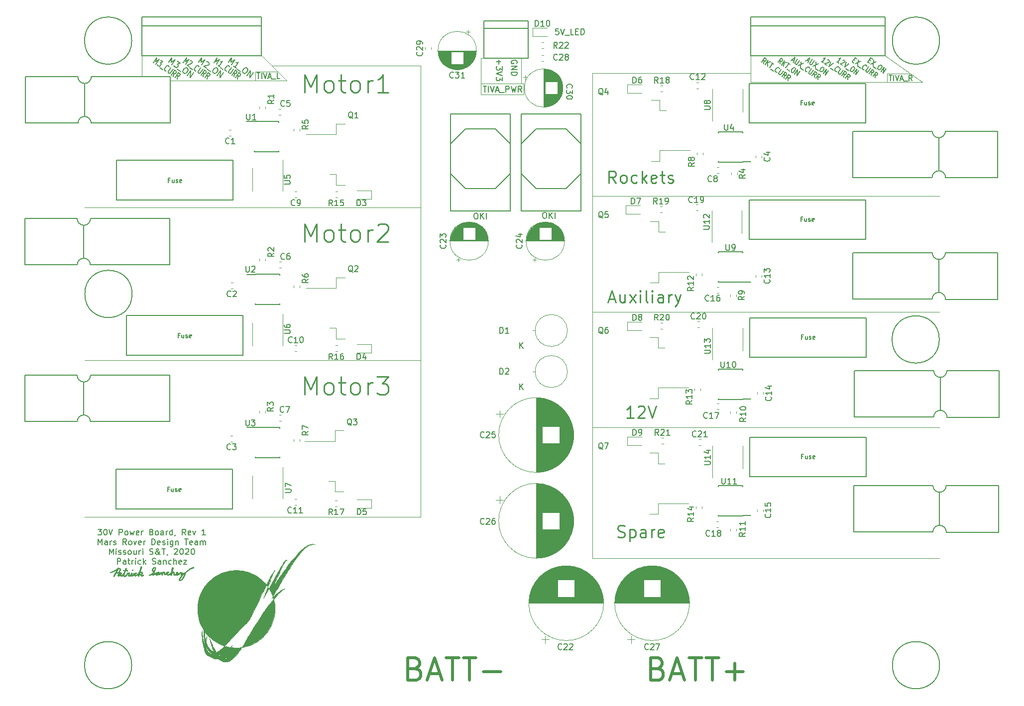
<source format=gbr>
G04 #@! TF.GenerationSoftware,KiCad,Pcbnew,(5.1.4)-1*
G04 #@! TF.CreationDate,2019-11-22T18:45:42-06:00*
G04 #@! TF.ProjectId,PowerBoard_Hardware,506f7765-7242-46f6-9172-645f48617264,rev?*
G04 #@! TF.SameCoordinates,Original*
G04 #@! TF.FileFunction,Legend,Top*
G04 #@! TF.FilePolarity,Positive*
%FSLAX46Y46*%
G04 Gerber Fmt 4.6, Leading zero omitted, Abs format (unit mm)*
G04 Created by KiCad (PCBNEW (5.1.4)-1) date 2019-11-22 18:45:42*
%MOMM*%
%LPD*%
G04 APERTURE LIST*
%ADD10C,0.120000*%
%ADD11C,0.150000*%
%ADD12C,0.508000*%
%ADD13C,0.254000*%
%ADD14C,0.010000*%
G04 APERTURE END LIST*
D10*
X180340000Y-40005000D02*
X207264000Y-40005000D01*
X168656000Y-41783000D02*
X161417000Y-41783000D01*
X168275000Y-41783000D02*
X168275000Y-37465000D01*
X168656000Y-43688000D02*
X168656000Y-41783000D01*
X161417000Y-43688000D02*
X168656000Y-43688000D01*
X161417000Y-43053000D02*
X161417000Y-43688000D01*
X161417000Y-37465000D02*
X161417000Y-43053000D01*
X161925000Y-37465000D02*
X161417000Y-37465000D01*
D11*
X167505000Y-38354095D02*
X167552619Y-38258857D01*
X167552619Y-38116000D01*
X167505000Y-37973142D01*
X167409761Y-37877904D01*
X167314523Y-37830285D01*
X167124047Y-37782666D01*
X166981190Y-37782666D01*
X166790714Y-37830285D01*
X166695476Y-37877904D01*
X166600238Y-37973142D01*
X166552619Y-38116000D01*
X166552619Y-38211238D01*
X166600238Y-38354095D01*
X166647857Y-38401714D01*
X166981190Y-38401714D01*
X166981190Y-38211238D01*
X166552619Y-38830285D02*
X167552619Y-38830285D01*
X166552619Y-39401714D01*
X167552619Y-39401714D01*
X166552619Y-39877904D02*
X167552619Y-39877904D01*
X167552619Y-40116000D01*
X167505000Y-40258857D01*
X167409761Y-40354095D01*
X167314523Y-40401714D01*
X167124047Y-40449333D01*
X166981190Y-40449333D01*
X166790714Y-40401714D01*
X166695476Y-40354095D01*
X166600238Y-40258857D01*
X166552619Y-40116000D01*
X166552619Y-39877904D01*
X164393571Y-37735095D02*
X164393571Y-38497000D01*
X164012619Y-38116047D02*
X164774523Y-38116047D01*
X165012619Y-38877952D02*
X165012619Y-39497000D01*
X164631666Y-39163666D01*
X164631666Y-39306523D01*
X164584047Y-39401761D01*
X164536428Y-39449380D01*
X164441190Y-39497000D01*
X164203095Y-39497000D01*
X164107857Y-39449380D01*
X164060238Y-39401761D01*
X164012619Y-39306523D01*
X164012619Y-39020809D01*
X164060238Y-38925571D01*
X164107857Y-38877952D01*
X165012619Y-39782714D02*
X164012619Y-40116047D01*
X165012619Y-40449380D01*
X165012619Y-40687476D02*
X165012619Y-41306523D01*
X164631666Y-40973190D01*
X164631666Y-41116047D01*
X164584047Y-41211285D01*
X164536428Y-41258904D01*
X164441190Y-41306523D01*
X164203095Y-41306523D01*
X164107857Y-41258904D01*
X164060238Y-41211285D01*
X164012619Y-41116047D01*
X164012619Y-40830333D01*
X164060238Y-40735095D01*
X164107857Y-40687476D01*
X161766666Y-42251380D02*
X162338095Y-42251380D01*
X162052380Y-43251380D02*
X162052380Y-42251380D01*
X162671428Y-43251380D02*
X162671428Y-42251380D01*
X163004761Y-42251380D02*
X163338095Y-43251380D01*
X163671428Y-42251380D01*
X163957142Y-42965666D02*
X164433333Y-42965666D01*
X163861904Y-43251380D02*
X164195238Y-42251380D01*
X164528571Y-43251380D01*
X164623809Y-43346619D02*
X165385714Y-43346619D01*
X165623809Y-43251380D02*
X165623809Y-42251380D01*
X166004761Y-42251380D01*
X166100000Y-42299000D01*
X166147619Y-42346619D01*
X166195238Y-42441857D01*
X166195238Y-42584714D01*
X166147619Y-42679952D01*
X166100000Y-42727571D01*
X166004761Y-42775190D01*
X165623809Y-42775190D01*
X166528571Y-42251380D02*
X166766666Y-43251380D01*
X166957142Y-42537095D01*
X167147619Y-43251380D01*
X167385714Y-42251380D01*
X168338095Y-43251380D02*
X168004761Y-42775190D01*
X167766666Y-43251380D02*
X167766666Y-42251380D01*
X168147619Y-42251380D01*
X168242857Y-42299000D01*
X168290476Y-42346619D01*
X168338095Y-42441857D01*
X168338095Y-42584714D01*
X168290476Y-42679952D01*
X168242857Y-42727571D01*
X168147619Y-42775190D01*
X167766666Y-42775190D01*
D10*
X230505000Y-40132000D02*
X234315000Y-40132000D01*
X230505000Y-41529000D02*
X230505000Y-40132000D01*
D11*
X230780166Y-40407166D02*
X231288166Y-40407166D01*
X231034166Y-41296166D02*
X231034166Y-40407166D01*
X231584500Y-41296166D02*
X231584500Y-40407166D01*
X231880833Y-40407166D02*
X232177166Y-41296166D01*
X232473500Y-40407166D01*
X232727500Y-41042166D02*
X233150833Y-41042166D01*
X232642833Y-41296166D02*
X232939166Y-40407166D01*
X233235500Y-41296166D01*
X233320166Y-41380833D02*
X233997500Y-41380833D01*
X234717166Y-41296166D02*
X234420833Y-40872833D01*
X234209166Y-41296166D02*
X234209166Y-40407166D01*
X234547833Y-40407166D01*
X234632500Y-40449500D01*
X234674833Y-40491833D01*
X234717166Y-40576500D01*
X234717166Y-40703500D01*
X234674833Y-40788166D01*
X234632500Y-40830500D01*
X234547833Y-40872833D01*
X234209166Y-40872833D01*
D10*
X236474000Y-41529000D02*
X235839000Y-41529000D01*
X230124000Y-37084000D02*
X236474000Y-41529000D01*
X207264000Y-41529000D02*
X210947000Y-41529000D01*
X207264000Y-37084000D02*
X207264000Y-41529000D01*
D11*
X227440725Y-37756821D02*
X227648790Y-37902510D01*
X227470865Y-38346399D02*
X227173630Y-38138273D01*
X227683539Y-37410047D01*
X227980774Y-37618173D01*
X228188839Y-37763862D02*
X228095059Y-38783465D01*
X228604968Y-38055238D02*
X227678929Y-38492088D01*
X228135666Y-38915257D02*
X228611243Y-39248259D01*
X229437227Y-38637992D02*
X229556121Y-38721243D01*
X229591286Y-38797545D01*
X229602171Y-38908525D01*
X229534768Y-39068048D01*
X229364799Y-39310790D01*
X229237950Y-39428687D01*
X229129940Y-39456417D01*
X229046211Y-39449469D01*
X228927317Y-39366218D01*
X228892152Y-39289916D01*
X228881267Y-39178935D01*
X228948669Y-39019413D01*
X229118639Y-38776671D01*
X229245488Y-38658774D01*
X229353498Y-38631044D01*
X229437227Y-38637992D01*
X229462340Y-39740846D02*
X229972250Y-39012619D01*
X229819023Y-39990597D01*
X230328932Y-39262371D01*
X224799393Y-37711162D02*
X225007458Y-37856851D01*
X224829533Y-38300740D02*
X224532298Y-38092614D01*
X225042207Y-37364388D01*
X225339442Y-37572514D01*
X225547507Y-37718203D02*
X225453727Y-38737806D01*
X225963636Y-38009580D02*
X225037597Y-38446429D01*
X225494334Y-38869598D02*
X225969911Y-39202601D01*
X226572336Y-39417706D02*
X226518331Y-39431570D01*
X226404879Y-39403810D01*
X226345432Y-39362185D01*
X226280543Y-39265069D01*
X226269659Y-39154089D01*
X226288498Y-39063922D01*
X226355900Y-38904399D01*
X226428744Y-38800367D01*
X226555593Y-38682470D01*
X226633880Y-38633928D01*
X226741890Y-38606198D01*
X226855342Y-38633958D01*
X226914789Y-38675584D01*
X226979678Y-38772699D01*
X226985120Y-38828189D01*
X227301194Y-38946148D02*
X226888410Y-39535664D01*
X226869571Y-39625832D01*
X226875013Y-39681322D01*
X226910179Y-39757625D01*
X227029073Y-39840875D01*
X227112801Y-39847823D01*
X227166806Y-39833958D01*
X227245093Y-39785416D01*
X227657877Y-39195899D01*
X227801884Y-40382004D02*
X227836634Y-39889541D01*
X227445202Y-40132252D02*
X227955112Y-39404026D01*
X228192900Y-39570527D01*
X228228065Y-39646830D01*
X228233508Y-39702320D01*
X228214668Y-39792487D01*
X228141824Y-39896519D01*
X228063538Y-39945062D01*
X228009533Y-39958926D01*
X227925804Y-39951979D01*
X227688016Y-39785478D01*
X228426078Y-40819069D02*
X228460828Y-40326606D01*
X228069396Y-40569317D02*
X228579306Y-39841091D01*
X228817094Y-40007592D01*
X228852259Y-40083895D01*
X228857701Y-40139385D01*
X228838862Y-40229552D01*
X228766018Y-40333585D01*
X228687732Y-40382127D01*
X228633727Y-40395992D01*
X228549998Y-40389044D01*
X228312210Y-40222543D01*
X222265215Y-38296492D02*
X221908533Y-38046740D01*
X222086874Y-38171616D02*
X222596783Y-37443390D01*
X222464492Y-37505797D01*
X222356482Y-37533527D01*
X222272754Y-37526579D01*
X222964350Y-37804122D02*
X223018355Y-37790257D01*
X223102083Y-37797205D01*
X223250701Y-37901268D01*
X223285866Y-37977571D01*
X223291308Y-38033061D01*
X223272469Y-38123228D01*
X223223906Y-38192583D01*
X223121339Y-38275803D01*
X222473280Y-38442180D01*
X222859685Y-38712745D01*
X223547936Y-38109394D02*
X223246091Y-38983309D01*
X223964065Y-38400771D01*
X223465040Y-39239977D02*
X223940616Y-39572979D01*
X224766600Y-38962712D02*
X224885494Y-39045963D01*
X224920660Y-39122265D01*
X224931544Y-39233245D01*
X224864142Y-39392768D01*
X224694172Y-39635510D01*
X224567323Y-39753407D01*
X224459313Y-39781137D01*
X224375585Y-39774189D01*
X224256691Y-39690938D01*
X224221525Y-39614636D01*
X224210641Y-39503655D01*
X224278043Y-39344133D01*
X224448013Y-39101391D01*
X224574862Y-38983494D01*
X224682872Y-38955764D01*
X224766600Y-38962712D01*
X224791714Y-40065566D02*
X225301623Y-39337339D01*
X225148396Y-40315317D01*
X225658306Y-39587091D01*
X219623883Y-38250833D02*
X219267201Y-38001082D01*
X219445542Y-38125957D02*
X219955451Y-37397731D01*
X219823160Y-37460138D01*
X219715150Y-37487868D01*
X219631422Y-37480920D01*
X220323018Y-37758463D02*
X220377023Y-37744598D01*
X220460751Y-37751546D01*
X220609369Y-37855609D01*
X220644534Y-37931912D01*
X220649976Y-37987402D01*
X220631137Y-38077569D01*
X220582574Y-38146924D01*
X220480006Y-38230144D01*
X219831947Y-38396522D01*
X220218353Y-38667086D01*
X220906604Y-38063735D02*
X220604759Y-38937650D01*
X221322733Y-38355112D01*
X220823708Y-39194318D02*
X221299284Y-39527321D01*
X221901709Y-39742426D02*
X221847705Y-39756290D01*
X221734253Y-39728530D01*
X221674806Y-39686905D01*
X221609916Y-39589789D01*
X221599032Y-39478809D01*
X221617871Y-39388642D01*
X221685274Y-39229119D01*
X221758118Y-39125087D01*
X221884967Y-39007190D01*
X221963253Y-38958648D01*
X222071263Y-38930918D01*
X222184715Y-38958678D01*
X222244162Y-39000304D01*
X222309051Y-39097419D01*
X222314493Y-39152909D01*
X222630568Y-39270868D02*
X222217784Y-39860384D01*
X222198945Y-39950552D01*
X222204387Y-40006042D01*
X222239552Y-40082345D01*
X222358446Y-40165595D01*
X222442175Y-40172543D01*
X222496180Y-40158678D01*
X222574466Y-40110136D01*
X222987250Y-39520619D01*
X223131258Y-40706724D02*
X223166007Y-40214261D01*
X222774576Y-40456972D02*
X223284485Y-39728746D01*
X223522273Y-39895247D01*
X223557439Y-39971550D01*
X223562881Y-40027040D01*
X223544042Y-40117207D01*
X223471197Y-40221239D01*
X223392911Y-40269782D01*
X223338906Y-40283646D01*
X223255178Y-40276699D01*
X223017390Y-40110198D01*
X223755452Y-41143789D02*
X223790201Y-40651326D01*
X223398770Y-40894037D02*
X223908679Y-40165811D01*
X224146467Y-40332312D01*
X224181633Y-40408615D01*
X224187075Y-40464105D01*
X224168236Y-40554272D01*
X224095391Y-40658305D01*
X224017105Y-40706847D01*
X223963100Y-40720712D01*
X223879372Y-40713764D01*
X223641584Y-40547263D01*
X216817498Y-37817863D02*
X217114733Y-38025990D01*
X216612362Y-37984303D02*
X217330336Y-37401765D01*
X217028491Y-38275679D01*
X217746465Y-37693142D02*
X217333682Y-38282658D01*
X217314842Y-38372826D01*
X217320284Y-38428316D01*
X217355450Y-38504618D01*
X217474344Y-38587869D01*
X217558073Y-38594817D01*
X217612078Y-38580952D01*
X217690364Y-38532410D01*
X218103148Y-37942893D01*
X218340936Y-38109394D02*
X218247156Y-39128997D01*
X218757065Y-38400771D02*
X217831026Y-38837620D01*
X218287763Y-39260790D02*
X218763340Y-39593792D01*
X219589324Y-38983525D02*
X219708218Y-39066775D01*
X219743383Y-39143078D01*
X219754267Y-39254058D01*
X219686865Y-39413580D01*
X219516896Y-39656323D01*
X219390046Y-39774220D01*
X219282037Y-39801949D01*
X219198308Y-39795001D01*
X219079414Y-39711751D01*
X219044248Y-39635448D01*
X219033364Y-39524468D01*
X219100766Y-39364946D01*
X219270736Y-39122204D01*
X219397585Y-39004307D01*
X219505595Y-38976577D01*
X219589324Y-38983525D01*
X219614437Y-40086378D02*
X220124347Y-39358152D01*
X219971120Y-40336130D01*
X220481029Y-39607904D01*
X214303166Y-37772204D02*
X214600401Y-37980331D01*
X214098030Y-37938644D02*
X214816004Y-37356106D01*
X214514159Y-38230020D01*
X215232133Y-37647483D02*
X214819350Y-38236999D01*
X214800510Y-38327167D01*
X214805952Y-38382657D01*
X214841118Y-38458959D01*
X214960012Y-38542210D01*
X215043741Y-38549158D01*
X215097745Y-38535293D01*
X215176032Y-38486751D01*
X215588816Y-37897234D01*
X215826604Y-38063735D02*
X215732824Y-39083338D01*
X216242733Y-38355112D02*
X215316694Y-38791961D01*
X215773431Y-39215131D02*
X216249008Y-39548133D01*
X216851433Y-39763238D02*
X216797428Y-39777103D01*
X216683976Y-39749343D01*
X216624529Y-39707717D01*
X216559640Y-39610602D01*
X216548756Y-39499622D01*
X216567595Y-39409454D01*
X216634997Y-39249932D01*
X216707841Y-39145900D01*
X216834690Y-39028002D01*
X216912977Y-38979460D01*
X217020987Y-38951731D01*
X217134438Y-38979491D01*
X217193886Y-39021116D01*
X217258775Y-39118232D01*
X217264217Y-39173722D01*
X217580291Y-39291681D02*
X217167507Y-39881197D01*
X217148668Y-39971364D01*
X217154110Y-40026855D01*
X217189276Y-40103157D01*
X217308170Y-40186408D01*
X217391898Y-40193356D01*
X217445903Y-40179491D01*
X217524190Y-40130949D01*
X217936973Y-39541432D01*
X218080981Y-40727536D02*
X218115731Y-40235073D01*
X217724299Y-40477785D02*
X218234209Y-39749558D01*
X218471997Y-39916059D01*
X218507162Y-39992362D01*
X218512605Y-40047852D01*
X218493765Y-40138020D01*
X218420921Y-40242052D01*
X218342635Y-40290594D01*
X218288630Y-40304459D01*
X218204901Y-40297511D01*
X217967113Y-40131010D01*
X218705175Y-41164601D02*
X218739925Y-40672139D01*
X218348493Y-40914850D02*
X218858402Y-40186624D01*
X219096191Y-40353125D01*
X219131356Y-40429427D01*
X219136798Y-40484917D01*
X219117959Y-40575085D01*
X219045115Y-40679117D01*
X218966829Y-40727660D01*
X218912824Y-40741524D01*
X218829095Y-40734577D01*
X218591307Y-40568075D01*
X212261938Y-38444305D02*
X212296688Y-37951842D01*
X211905256Y-38194553D02*
X212415166Y-37466327D01*
X212652954Y-37632828D01*
X212688119Y-37709131D01*
X212693562Y-37764621D01*
X212674722Y-37854788D01*
X212601878Y-37958821D01*
X212523592Y-38007363D01*
X212469587Y-38021228D01*
X212385858Y-38014280D01*
X212148070Y-37847779D01*
X212529450Y-38631618D02*
X213039360Y-37903392D01*
X212886132Y-38881370D02*
X212909997Y-38277927D01*
X213396042Y-38153144D02*
X212747983Y-38319521D01*
X213574383Y-38278020D02*
X213931065Y-38527771D01*
X213242815Y-39131121D02*
X213752724Y-38402895D01*
X213432040Y-39366977D02*
X213907616Y-39699979D01*
X214733600Y-39089712D02*
X214852494Y-39172963D01*
X214887660Y-39249265D01*
X214898544Y-39360245D01*
X214831142Y-39519768D01*
X214661172Y-39762510D01*
X214534323Y-39880407D01*
X214426313Y-39908137D01*
X214342585Y-39901189D01*
X214223691Y-39817938D01*
X214188525Y-39741636D01*
X214177641Y-39630655D01*
X214245043Y-39471133D01*
X214415013Y-39228391D01*
X214541862Y-39110494D01*
X214649872Y-39082764D01*
X214733600Y-39089712D01*
X214758714Y-40192566D02*
X215268623Y-39464339D01*
X215115396Y-40442317D01*
X215625306Y-39714091D01*
X209493606Y-38398646D02*
X209528356Y-37906183D01*
X209136924Y-38148894D02*
X209646834Y-37420668D01*
X209884622Y-37587169D01*
X209919787Y-37663472D01*
X209925229Y-37718962D01*
X209906390Y-37809129D01*
X209833546Y-37913162D01*
X209755260Y-37961704D01*
X209701255Y-37975569D01*
X209617526Y-37968621D01*
X209379738Y-37802120D01*
X209761118Y-38585959D02*
X210271027Y-37857733D01*
X210117800Y-38835711D02*
X210141665Y-38232268D01*
X210627710Y-38107485D02*
X209979651Y-38273862D01*
X210806051Y-38232361D02*
X211162733Y-38482112D01*
X210474482Y-39085463D02*
X210984392Y-38357236D01*
X210663708Y-39321318D02*
X211139284Y-39654321D01*
X211741709Y-39869426D02*
X211687705Y-39883290D01*
X211574253Y-39855530D01*
X211514806Y-39813905D01*
X211449916Y-39716789D01*
X211439032Y-39605809D01*
X211457871Y-39515642D01*
X211525274Y-39356119D01*
X211598118Y-39252087D01*
X211724967Y-39134190D01*
X211803253Y-39085648D01*
X211911263Y-39057918D01*
X212024715Y-39085678D01*
X212084162Y-39127304D01*
X212149051Y-39224419D01*
X212154493Y-39279909D01*
X212470568Y-39397868D02*
X212057784Y-39987384D01*
X212038945Y-40077552D01*
X212044387Y-40133042D01*
X212079552Y-40209345D01*
X212198446Y-40292595D01*
X212282175Y-40299543D01*
X212336180Y-40285678D01*
X212414466Y-40237136D01*
X212827250Y-39647619D01*
X212971258Y-40833724D02*
X213006007Y-40341261D01*
X212614576Y-40583972D02*
X213124485Y-39855746D01*
X213362273Y-40022247D01*
X213397439Y-40098550D01*
X213402881Y-40154040D01*
X213384042Y-40244207D01*
X213311197Y-40348239D01*
X213232911Y-40396782D01*
X213178906Y-40410646D01*
X213095178Y-40403699D01*
X212857390Y-40237198D01*
X213595452Y-41270789D02*
X213630201Y-40778326D01*
X213238770Y-41021037D02*
X213748679Y-40292811D01*
X213986467Y-40459312D01*
X214021633Y-40535615D01*
X214027075Y-40591105D01*
X214008236Y-40681272D01*
X213935391Y-40785305D01*
X213857105Y-40833847D01*
X213803100Y-40847712D01*
X213719372Y-40840764D01*
X213481584Y-40674263D01*
D10*
X210947000Y-41529000D02*
X235839000Y-41529000D01*
X151130000Y-38735000D02*
X125857000Y-38735000D01*
X123063000Y-39751000D02*
X126873000Y-39751000D01*
X123063000Y-41275000D02*
X123063000Y-39751000D01*
D11*
X123295833Y-39965380D02*
X123803833Y-39965380D01*
X123549833Y-40965380D02*
X123549833Y-39965380D01*
X124100166Y-40965380D02*
X124100166Y-39965380D01*
X124396500Y-39965380D02*
X124692833Y-40965380D01*
X124989166Y-39965380D01*
X125243166Y-40679666D02*
X125666500Y-40679666D01*
X125158500Y-40965380D02*
X125454833Y-39965380D01*
X125751166Y-40965380D01*
X125835833Y-41060619D02*
X126513166Y-41060619D01*
X127148166Y-40965380D02*
X126724833Y-40965380D01*
X126724833Y-39965380D01*
D10*
X128397000Y-41275000D02*
X126619000Y-41275000D01*
X124079000Y-36957000D02*
X128397000Y-41275000D01*
X108585000Y-41275000D02*
X126619000Y-41275000D01*
X103759000Y-37084000D02*
X103759000Y-40640000D01*
D11*
X115971187Y-38208716D02*
X116544763Y-37389564D01*
X116343131Y-38120361D01*
X116960893Y-37680940D01*
X116387316Y-38500093D01*
X117011510Y-38937158D02*
X116654828Y-38687406D01*
X116833169Y-38812282D02*
X117406745Y-37993130D01*
X117265359Y-38068526D01*
X117151286Y-38104916D01*
X117064525Y-38102298D01*
X117075778Y-39098423D02*
X117551354Y-39431425D01*
X118165907Y-39629211D02*
X118108870Y-39647405D01*
X117992386Y-39623975D01*
X117932939Y-39582349D01*
X117871082Y-39480904D01*
X117866261Y-39361264D01*
X117891164Y-39262437D01*
X117970693Y-39085596D01*
X118052633Y-38968574D01*
X118191609Y-38833358D01*
X118275959Y-38776156D01*
X118390032Y-38739767D01*
X118506516Y-38763197D01*
X118565963Y-38804823D01*
X118627820Y-38906268D01*
X118630230Y-38966088D01*
X118952368Y-39075387D02*
X118488045Y-39738510D01*
X118463142Y-39837337D01*
X118465552Y-39897157D01*
X118497686Y-39977789D01*
X118616580Y-40061040D01*
X118703340Y-40063658D01*
X118760377Y-40045463D01*
X118844727Y-39988261D01*
X119309051Y-39325138D01*
X119389392Y-40602168D02*
X119454459Y-40066407D01*
X119032709Y-40352417D02*
X119606286Y-39533265D01*
X119844074Y-39699766D01*
X119876208Y-39780398D01*
X119878618Y-39840218D01*
X119853715Y-39939045D01*
X119771776Y-40056067D01*
X119687426Y-40113269D01*
X119630389Y-40131463D01*
X119543629Y-40128845D01*
X119305841Y-39962344D01*
X120013585Y-41039233D02*
X120078652Y-40503473D01*
X119656903Y-40789482D02*
X120230480Y-39970330D01*
X120468268Y-40136831D01*
X120500402Y-40217463D01*
X120502812Y-40277283D01*
X120477909Y-40376110D01*
X120395970Y-40493132D01*
X120311620Y-40550334D01*
X120254583Y-40568529D01*
X120167823Y-40565911D01*
X119930035Y-40399410D01*
X118430184Y-38202850D02*
X119003761Y-37383698D01*
X118867114Y-38159998D01*
X119549862Y-37766082D01*
X118976286Y-38585234D01*
X119795438Y-39158810D02*
X119327351Y-38831052D01*
X119561394Y-38994931D02*
X120134971Y-38175779D01*
X119975017Y-38238175D01*
X119842376Y-38261563D01*
X119737048Y-38245944D01*
X119896840Y-39346077D02*
X120520956Y-39783088D01*
X121500224Y-39131740D02*
X121656253Y-39240993D01*
X121706954Y-39334626D01*
X121730342Y-39467267D01*
X121660097Y-39650609D01*
X121468905Y-39923660D01*
X121320645Y-40052376D01*
X121188004Y-40075764D01*
X121082676Y-40060145D01*
X120926648Y-39950892D01*
X120875946Y-39857258D01*
X120852558Y-39724618D01*
X120922803Y-39541276D01*
X121113996Y-39268225D01*
X121262256Y-39139509D01*
X121394896Y-39116121D01*
X121500224Y-39131740D01*
X121628778Y-40442529D02*
X122202354Y-39623377D01*
X122096865Y-40770287D01*
X122670441Y-39951135D01*
X113350184Y-38202850D02*
X113923761Y-37383698D01*
X113787114Y-38159998D01*
X114469862Y-37766082D01*
X113896286Y-38585234D01*
X114766301Y-38089915D02*
X114832621Y-38078221D01*
X114937949Y-38093840D01*
X115132985Y-38230406D01*
X115183686Y-38324039D01*
X115195380Y-38390360D01*
X115179761Y-38495687D01*
X115125135Y-38573702D01*
X115004188Y-38663410D01*
X114208343Y-38803739D01*
X114715438Y-39158810D01*
X114816840Y-39346077D02*
X115440956Y-39783088D01*
X116420224Y-39131740D02*
X116576253Y-39240993D01*
X116626954Y-39334626D01*
X116650342Y-39467267D01*
X116580097Y-39650609D01*
X116388905Y-39923660D01*
X116240645Y-40052376D01*
X116108004Y-40075764D01*
X116002676Y-40060145D01*
X115846648Y-39950892D01*
X115795946Y-39857258D01*
X115772558Y-39724618D01*
X115842803Y-39541276D01*
X116033996Y-39268225D01*
X116182256Y-39139509D01*
X116314896Y-39116121D01*
X116420224Y-39131740D01*
X116548778Y-40442529D02*
X117122354Y-39623377D01*
X117016865Y-40770287D01*
X117590441Y-39951135D01*
X110764187Y-38208716D02*
X111337763Y-37389564D01*
X111136131Y-38120361D01*
X111753893Y-37680940D01*
X111180316Y-38500093D01*
X111966778Y-37946269D02*
X112023815Y-37928074D01*
X112110575Y-37930692D01*
X112259193Y-38034755D01*
X112291326Y-38115388D01*
X112293737Y-38175208D01*
X112268834Y-38274035D01*
X112214208Y-38352049D01*
X112102545Y-38448258D01*
X111418104Y-38666594D01*
X111804510Y-38937158D01*
X111868778Y-39098423D02*
X112344354Y-39431425D01*
X112958907Y-39629211D02*
X112901870Y-39647405D01*
X112785386Y-39623975D01*
X112725939Y-39582349D01*
X112664082Y-39480904D01*
X112659261Y-39361264D01*
X112684164Y-39262437D01*
X112763693Y-39085596D01*
X112845633Y-38968574D01*
X112984609Y-38833358D01*
X113068959Y-38776156D01*
X113183032Y-38739767D01*
X113299516Y-38763197D01*
X113358963Y-38804823D01*
X113420820Y-38906268D01*
X113423230Y-38966088D01*
X113745368Y-39075387D02*
X113281045Y-39738510D01*
X113256142Y-39837337D01*
X113258552Y-39897157D01*
X113290686Y-39977789D01*
X113409580Y-40061040D01*
X113496340Y-40063658D01*
X113553377Y-40045463D01*
X113637727Y-39988261D01*
X114102051Y-39325138D01*
X114182392Y-40602168D02*
X114247459Y-40066407D01*
X113825709Y-40352417D02*
X114399286Y-39533265D01*
X114637074Y-39699766D01*
X114669208Y-39780398D01*
X114671618Y-39840218D01*
X114646715Y-39939045D01*
X114564776Y-40056067D01*
X114480426Y-40113269D01*
X114423389Y-40131463D01*
X114336629Y-40128845D01*
X114098841Y-39962344D01*
X114806585Y-41039233D02*
X114871652Y-40503473D01*
X114449903Y-40789482D02*
X115023480Y-39970330D01*
X115261268Y-40136831D01*
X115293402Y-40217463D01*
X115295812Y-40277283D01*
X115270909Y-40376110D01*
X115188970Y-40493132D01*
X115104620Y-40550334D01*
X115047583Y-40568529D01*
X114960823Y-40565911D01*
X114723035Y-40399410D01*
X108270184Y-38202850D02*
X108843761Y-37383698D01*
X108707114Y-38159998D01*
X109389862Y-37766082D01*
X108816286Y-38585234D01*
X109701920Y-37984587D02*
X110209014Y-38339658D01*
X109717458Y-38460524D01*
X109834480Y-38542464D01*
X109885181Y-38636097D01*
X109896875Y-38702418D01*
X109881256Y-38807745D01*
X109744690Y-39002781D01*
X109651057Y-39053483D01*
X109584736Y-39065177D01*
X109479409Y-39049558D01*
X109245365Y-38885679D01*
X109194664Y-38792045D01*
X109182970Y-38725725D01*
X109736840Y-39346077D02*
X110360956Y-39783088D01*
X111340224Y-39131740D02*
X111496253Y-39240993D01*
X111546954Y-39334626D01*
X111570342Y-39467267D01*
X111500097Y-39650609D01*
X111308905Y-39923660D01*
X111160645Y-40052376D01*
X111028004Y-40075764D01*
X110922676Y-40060145D01*
X110766648Y-39950892D01*
X110715946Y-39857258D01*
X110692558Y-39724618D01*
X110762803Y-39541276D01*
X110953996Y-39268225D01*
X111102256Y-39139509D01*
X111234896Y-39116121D01*
X111340224Y-39131740D01*
X111468778Y-40442529D02*
X112042354Y-39623377D01*
X111936865Y-40770287D01*
X112510441Y-39951135D01*
X105684187Y-38208716D02*
X106257763Y-37389564D01*
X106056131Y-38120361D01*
X106673893Y-37680940D01*
X106100316Y-38500093D01*
X106911681Y-37847442D02*
X107298087Y-38118006D01*
X106871517Y-38284375D01*
X106960687Y-38346813D01*
X106992821Y-38427446D01*
X106995231Y-38487266D01*
X106970329Y-38586093D01*
X106833763Y-38781129D01*
X106749413Y-38838331D01*
X106692376Y-38856525D01*
X106605616Y-38853907D01*
X106427275Y-38729031D01*
X106395141Y-38648399D01*
X106392731Y-38588579D01*
X106788778Y-39098423D02*
X107264354Y-39431425D01*
X107878907Y-39629211D02*
X107821870Y-39647405D01*
X107705386Y-39623975D01*
X107645939Y-39582349D01*
X107584082Y-39480904D01*
X107579261Y-39361264D01*
X107604164Y-39262437D01*
X107683693Y-39085596D01*
X107765633Y-38968574D01*
X107904609Y-38833358D01*
X107988959Y-38776156D01*
X108103032Y-38739767D01*
X108219516Y-38763197D01*
X108278963Y-38804823D01*
X108340820Y-38906268D01*
X108343230Y-38966088D01*
X108665368Y-39075387D02*
X108201045Y-39738510D01*
X108176142Y-39837337D01*
X108178552Y-39897157D01*
X108210686Y-39977789D01*
X108329580Y-40061040D01*
X108416340Y-40063658D01*
X108473377Y-40045463D01*
X108557727Y-39988261D01*
X109022051Y-39325138D01*
X109102392Y-40602168D02*
X109167459Y-40066407D01*
X108745709Y-40352417D02*
X109319286Y-39533265D01*
X109557074Y-39699766D01*
X109589208Y-39780398D01*
X109591618Y-39840218D01*
X109566715Y-39939045D01*
X109484776Y-40056067D01*
X109400426Y-40113269D01*
X109343389Y-40131463D01*
X109256629Y-40128845D01*
X109018841Y-39962344D01*
X109726585Y-41039233D02*
X109791652Y-40503473D01*
X109369903Y-40789482D02*
X109943480Y-39970330D01*
X110181268Y-40136831D01*
X110213402Y-40217463D01*
X110215812Y-40277283D01*
X110190909Y-40376110D01*
X110108970Y-40493132D01*
X110024620Y-40550334D01*
X109967583Y-40568529D01*
X109880823Y-40565911D01*
X109643035Y-40399410D01*
X174601428Y-32472380D02*
X174125238Y-32472380D01*
X174077619Y-32948571D01*
X174125238Y-32900952D01*
X174220476Y-32853333D01*
X174458571Y-32853333D01*
X174553809Y-32900952D01*
X174601428Y-32948571D01*
X174649047Y-33043809D01*
X174649047Y-33281904D01*
X174601428Y-33377142D01*
X174553809Y-33424761D01*
X174458571Y-33472380D01*
X174220476Y-33472380D01*
X174125238Y-33424761D01*
X174077619Y-33377142D01*
X174934761Y-32472380D02*
X175268095Y-33472380D01*
X175601428Y-32472380D01*
X175696666Y-33567619D02*
X176458571Y-33567619D01*
X177172857Y-33472380D02*
X176696666Y-33472380D01*
X176696666Y-32472380D01*
X177506190Y-32948571D02*
X177839523Y-32948571D01*
X177982380Y-33472380D02*
X177506190Y-33472380D01*
X177506190Y-32472380D01*
X177982380Y-32472380D01*
X178410952Y-33472380D02*
X178410952Y-32472380D01*
X178649047Y-32472380D01*
X178791904Y-32520000D01*
X178887142Y-32615238D01*
X178934761Y-32710476D01*
X178982380Y-32900952D01*
X178982380Y-33043809D01*
X178934761Y-33234285D01*
X178887142Y-33329523D01*
X178791904Y-33424761D01*
X178649047Y-33472380D01*
X178410952Y-33472380D01*
D12*
X191497857Y-141332857D02*
X192042142Y-141514285D01*
X192223571Y-141695714D01*
X192405000Y-142058571D01*
X192405000Y-142602857D01*
X192223571Y-142965714D01*
X192042142Y-143147142D01*
X191679285Y-143328571D01*
X190227857Y-143328571D01*
X190227857Y-139518571D01*
X191497857Y-139518571D01*
X191860714Y-139700000D01*
X192042142Y-139881428D01*
X192223571Y-140244285D01*
X192223571Y-140607142D01*
X192042142Y-140970000D01*
X191860714Y-141151428D01*
X191497857Y-141332857D01*
X190227857Y-141332857D01*
X193856428Y-142240000D02*
X195670714Y-142240000D01*
X193493571Y-143328571D02*
X194763571Y-139518571D01*
X196033571Y-143328571D01*
X196759285Y-139518571D02*
X198936428Y-139518571D01*
X197847857Y-143328571D02*
X197847857Y-139518571D01*
X199662142Y-139518571D02*
X201839285Y-139518571D01*
X200750714Y-143328571D02*
X200750714Y-139518571D01*
X203109285Y-141877142D02*
X206012142Y-141877142D01*
X204560714Y-143328571D02*
X204560714Y-140425714D01*
X150222857Y-141332857D02*
X150767142Y-141514285D01*
X150948571Y-141695714D01*
X151130000Y-142058571D01*
X151130000Y-142602857D01*
X150948571Y-142965714D01*
X150767142Y-143147142D01*
X150404285Y-143328571D01*
X148952857Y-143328571D01*
X148952857Y-139518571D01*
X150222857Y-139518571D01*
X150585714Y-139700000D01*
X150767142Y-139881428D01*
X150948571Y-140244285D01*
X150948571Y-140607142D01*
X150767142Y-140970000D01*
X150585714Y-141151428D01*
X150222857Y-141332857D01*
X148952857Y-141332857D01*
X152581428Y-142240000D02*
X154395714Y-142240000D01*
X152218571Y-143328571D02*
X153488571Y-139518571D01*
X154758571Y-143328571D01*
X155484285Y-139518571D02*
X157661428Y-139518571D01*
X156572857Y-143328571D02*
X156572857Y-139518571D01*
X158387142Y-139518571D02*
X160564285Y-139518571D01*
X159475714Y-143328571D02*
X159475714Y-139518571D01*
X161834285Y-141877142D02*
X164737142Y-141877142D01*
D11*
X96243333Y-117627380D02*
X96862380Y-117627380D01*
X96529047Y-118008333D01*
X96671904Y-118008333D01*
X96767142Y-118055952D01*
X96814761Y-118103571D01*
X96862380Y-118198809D01*
X96862380Y-118436904D01*
X96814761Y-118532142D01*
X96767142Y-118579761D01*
X96671904Y-118627380D01*
X96386190Y-118627380D01*
X96290952Y-118579761D01*
X96243333Y-118532142D01*
X97481428Y-117627380D02*
X97576666Y-117627380D01*
X97671904Y-117675000D01*
X97719523Y-117722619D01*
X97767142Y-117817857D01*
X97814761Y-118008333D01*
X97814761Y-118246428D01*
X97767142Y-118436904D01*
X97719523Y-118532142D01*
X97671904Y-118579761D01*
X97576666Y-118627380D01*
X97481428Y-118627380D01*
X97386190Y-118579761D01*
X97338571Y-118532142D01*
X97290952Y-118436904D01*
X97243333Y-118246428D01*
X97243333Y-118008333D01*
X97290952Y-117817857D01*
X97338571Y-117722619D01*
X97386190Y-117675000D01*
X97481428Y-117627380D01*
X98100476Y-117627380D02*
X98433809Y-118627380D01*
X98767142Y-117627380D01*
X99862380Y-118627380D02*
X99862380Y-117627380D01*
X100243333Y-117627380D01*
X100338571Y-117675000D01*
X100386190Y-117722619D01*
X100433809Y-117817857D01*
X100433809Y-117960714D01*
X100386190Y-118055952D01*
X100338571Y-118103571D01*
X100243333Y-118151190D01*
X99862380Y-118151190D01*
X101005238Y-118627380D02*
X100910000Y-118579761D01*
X100862380Y-118532142D01*
X100814761Y-118436904D01*
X100814761Y-118151190D01*
X100862380Y-118055952D01*
X100910000Y-118008333D01*
X101005238Y-117960714D01*
X101148095Y-117960714D01*
X101243333Y-118008333D01*
X101290952Y-118055952D01*
X101338571Y-118151190D01*
X101338571Y-118436904D01*
X101290952Y-118532142D01*
X101243333Y-118579761D01*
X101148095Y-118627380D01*
X101005238Y-118627380D01*
X101671904Y-117960714D02*
X101862380Y-118627380D01*
X102052857Y-118151190D01*
X102243333Y-118627380D01*
X102433809Y-117960714D01*
X103195714Y-118579761D02*
X103100476Y-118627380D01*
X102910000Y-118627380D01*
X102814761Y-118579761D01*
X102767142Y-118484523D01*
X102767142Y-118103571D01*
X102814761Y-118008333D01*
X102910000Y-117960714D01*
X103100476Y-117960714D01*
X103195714Y-118008333D01*
X103243333Y-118103571D01*
X103243333Y-118198809D01*
X102767142Y-118294047D01*
X103671904Y-118627380D02*
X103671904Y-117960714D01*
X103671904Y-118151190D02*
X103719523Y-118055952D01*
X103767142Y-118008333D01*
X103862380Y-117960714D01*
X103957619Y-117960714D01*
X105386190Y-118103571D02*
X105529047Y-118151190D01*
X105576666Y-118198809D01*
X105624285Y-118294047D01*
X105624285Y-118436904D01*
X105576666Y-118532142D01*
X105529047Y-118579761D01*
X105433809Y-118627380D01*
X105052857Y-118627380D01*
X105052857Y-117627380D01*
X105386190Y-117627380D01*
X105481428Y-117675000D01*
X105529047Y-117722619D01*
X105576666Y-117817857D01*
X105576666Y-117913095D01*
X105529047Y-118008333D01*
X105481428Y-118055952D01*
X105386190Y-118103571D01*
X105052857Y-118103571D01*
X106195714Y-118627380D02*
X106100476Y-118579761D01*
X106052857Y-118532142D01*
X106005238Y-118436904D01*
X106005238Y-118151190D01*
X106052857Y-118055952D01*
X106100476Y-118008333D01*
X106195714Y-117960714D01*
X106338571Y-117960714D01*
X106433809Y-118008333D01*
X106481428Y-118055952D01*
X106529047Y-118151190D01*
X106529047Y-118436904D01*
X106481428Y-118532142D01*
X106433809Y-118579761D01*
X106338571Y-118627380D01*
X106195714Y-118627380D01*
X107386190Y-118627380D02*
X107386190Y-118103571D01*
X107338571Y-118008333D01*
X107243333Y-117960714D01*
X107052857Y-117960714D01*
X106957619Y-118008333D01*
X107386190Y-118579761D02*
X107290952Y-118627380D01*
X107052857Y-118627380D01*
X106957619Y-118579761D01*
X106910000Y-118484523D01*
X106910000Y-118389285D01*
X106957619Y-118294047D01*
X107052857Y-118246428D01*
X107290952Y-118246428D01*
X107386190Y-118198809D01*
X107862380Y-118627380D02*
X107862380Y-117960714D01*
X107862380Y-118151190D02*
X107910000Y-118055952D01*
X107957619Y-118008333D01*
X108052857Y-117960714D01*
X108148095Y-117960714D01*
X108910000Y-118627380D02*
X108910000Y-117627380D01*
X108910000Y-118579761D02*
X108814761Y-118627380D01*
X108624285Y-118627380D01*
X108529047Y-118579761D01*
X108481428Y-118532142D01*
X108433809Y-118436904D01*
X108433809Y-118151190D01*
X108481428Y-118055952D01*
X108529047Y-118008333D01*
X108624285Y-117960714D01*
X108814761Y-117960714D01*
X108910000Y-118008333D01*
X109433809Y-118579761D02*
X109433809Y-118627380D01*
X109386190Y-118722619D01*
X109338571Y-118770238D01*
X111195714Y-118627380D02*
X110862380Y-118151190D01*
X110624285Y-118627380D02*
X110624285Y-117627380D01*
X111005238Y-117627380D01*
X111100476Y-117675000D01*
X111148095Y-117722619D01*
X111195714Y-117817857D01*
X111195714Y-117960714D01*
X111148095Y-118055952D01*
X111100476Y-118103571D01*
X111005238Y-118151190D01*
X110624285Y-118151190D01*
X112005238Y-118579761D02*
X111910000Y-118627380D01*
X111719523Y-118627380D01*
X111624285Y-118579761D01*
X111576666Y-118484523D01*
X111576666Y-118103571D01*
X111624285Y-118008333D01*
X111719523Y-117960714D01*
X111910000Y-117960714D01*
X112005238Y-118008333D01*
X112052857Y-118103571D01*
X112052857Y-118198809D01*
X111576666Y-118294047D01*
X112386190Y-117960714D02*
X112624285Y-118627380D01*
X112862380Y-117960714D01*
X114529047Y-118627380D02*
X113957619Y-118627380D01*
X114243333Y-118627380D02*
X114243333Y-117627380D01*
X114148095Y-117770238D01*
X114052857Y-117865476D01*
X113957619Y-117913095D01*
X96290952Y-120277380D02*
X96290952Y-119277380D01*
X96624285Y-119991666D01*
X96957619Y-119277380D01*
X96957619Y-120277380D01*
X97862380Y-120277380D02*
X97862380Y-119753571D01*
X97814761Y-119658333D01*
X97719523Y-119610714D01*
X97529047Y-119610714D01*
X97433809Y-119658333D01*
X97862380Y-120229761D02*
X97767142Y-120277380D01*
X97529047Y-120277380D01*
X97433809Y-120229761D01*
X97386190Y-120134523D01*
X97386190Y-120039285D01*
X97433809Y-119944047D01*
X97529047Y-119896428D01*
X97767142Y-119896428D01*
X97862380Y-119848809D01*
X98338571Y-120277380D02*
X98338571Y-119610714D01*
X98338571Y-119801190D02*
X98386190Y-119705952D01*
X98433809Y-119658333D01*
X98529047Y-119610714D01*
X98624285Y-119610714D01*
X98909999Y-120229761D02*
X99005238Y-120277380D01*
X99195714Y-120277380D01*
X99290952Y-120229761D01*
X99338571Y-120134523D01*
X99338571Y-120086904D01*
X99290952Y-119991666D01*
X99195714Y-119944047D01*
X99052857Y-119944047D01*
X98957619Y-119896428D01*
X98909999Y-119801190D01*
X98909999Y-119753571D01*
X98957619Y-119658333D01*
X99052857Y-119610714D01*
X99195714Y-119610714D01*
X99290952Y-119658333D01*
X101100476Y-120277380D02*
X100767142Y-119801190D01*
X100529047Y-120277380D02*
X100529047Y-119277380D01*
X100909999Y-119277380D01*
X101005238Y-119325000D01*
X101052857Y-119372619D01*
X101100476Y-119467857D01*
X101100476Y-119610714D01*
X101052857Y-119705952D01*
X101005238Y-119753571D01*
X100909999Y-119801190D01*
X100529047Y-119801190D01*
X101671904Y-120277380D02*
X101576666Y-120229761D01*
X101529047Y-120182142D01*
X101481428Y-120086904D01*
X101481428Y-119801190D01*
X101529047Y-119705952D01*
X101576666Y-119658333D01*
X101671904Y-119610714D01*
X101814761Y-119610714D01*
X101909999Y-119658333D01*
X101957619Y-119705952D01*
X102005238Y-119801190D01*
X102005238Y-120086904D01*
X101957619Y-120182142D01*
X101909999Y-120229761D01*
X101814761Y-120277380D01*
X101671904Y-120277380D01*
X102338571Y-119610714D02*
X102576666Y-120277380D01*
X102814761Y-119610714D01*
X103576666Y-120229761D02*
X103481428Y-120277380D01*
X103290952Y-120277380D01*
X103195714Y-120229761D01*
X103148095Y-120134523D01*
X103148095Y-119753571D01*
X103195714Y-119658333D01*
X103290952Y-119610714D01*
X103481428Y-119610714D01*
X103576666Y-119658333D01*
X103624285Y-119753571D01*
X103624285Y-119848809D01*
X103148095Y-119944047D01*
X104052857Y-120277380D02*
X104052857Y-119610714D01*
X104052857Y-119801190D02*
X104100476Y-119705952D01*
X104148095Y-119658333D01*
X104243333Y-119610714D01*
X104338571Y-119610714D01*
X105433809Y-120277380D02*
X105433809Y-119277380D01*
X105671904Y-119277380D01*
X105814761Y-119325000D01*
X105910000Y-119420238D01*
X105957619Y-119515476D01*
X106005238Y-119705952D01*
X106005238Y-119848809D01*
X105957619Y-120039285D01*
X105910000Y-120134523D01*
X105814761Y-120229761D01*
X105671904Y-120277380D01*
X105433809Y-120277380D01*
X106814761Y-120229761D02*
X106719523Y-120277380D01*
X106529047Y-120277380D01*
X106433809Y-120229761D01*
X106386190Y-120134523D01*
X106386190Y-119753571D01*
X106433809Y-119658333D01*
X106529047Y-119610714D01*
X106719523Y-119610714D01*
X106814761Y-119658333D01*
X106862380Y-119753571D01*
X106862380Y-119848809D01*
X106386190Y-119944047D01*
X107243333Y-120229761D02*
X107338571Y-120277380D01*
X107529047Y-120277380D01*
X107624285Y-120229761D01*
X107671904Y-120134523D01*
X107671904Y-120086904D01*
X107624285Y-119991666D01*
X107529047Y-119944047D01*
X107386190Y-119944047D01*
X107290952Y-119896428D01*
X107243333Y-119801190D01*
X107243333Y-119753571D01*
X107290952Y-119658333D01*
X107386190Y-119610714D01*
X107529047Y-119610714D01*
X107624285Y-119658333D01*
X108100476Y-120277380D02*
X108100476Y-119610714D01*
X108100476Y-119277380D02*
X108052857Y-119325000D01*
X108100476Y-119372619D01*
X108148095Y-119325000D01*
X108100476Y-119277380D01*
X108100476Y-119372619D01*
X109005238Y-119610714D02*
X109005238Y-120420238D01*
X108957619Y-120515476D01*
X108909999Y-120563095D01*
X108814761Y-120610714D01*
X108671904Y-120610714D01*
X108576666Y-120563095D01*
X109005238Y-120229761D02*
X108909999Y-120277380D01*
X108719523Y-120277380D01*
X108624285Y-120229761D01*
X108576666Y-120182142D01*
X108529047Y-120086904D01*
X108529047Y-119801190D01*
X108576666Y-119705952D01*
X108624285Y-119658333D01*
X108719523Y-119610714D01*
X108909999Y-119610714D01*
X109005238Y-119658333D01*
X109481428Y-119610714D02*
X109481428Y-120277380D01*
X109481428Y-119705952D02*
X109529047Y-119658333D01*
X109624285Y-119610714D01*
X109767142Y-119610714D01*
X109862380Y-119658333D01*
X109909999Y-119753571D01*
X109909999Y-120277380D01*
X111005238Y-119277380D02*
X111576666Y-119277380D01*
X111290952Y-120277380D02*
X111290952Y-119277380D01*
X112290952Y-120229761D02*
X112195714Y-120277380D01*
X112005238Y-120277380D01*
X111909999Y-120229761D01*
X111862380Y-120134523D01*
X111862380Y-119753571D01*
X111909999Y-119658333D01*
X112005238Y-119610714D01*
X112195714Y-119610714D01*
X112290952Y-119658333D01*
X112338571Y-119753571D01*
X112338571Y-119848809D01*
X111862380Y-119944047D01*
X113195714Y-120277380D02*
X113195714Y-119753571D01*
X113148095Y-119658333D01*
X113052857Y-119610714D01*
X112862380Y-119610714D01*
X112767142Y-119658333D01*
X113195714Y-120229761D02*
X113100476Y-120277380D01*
X112862380Y-120277380D01*
X112767142Y-120229761D01*
X112719523Y-120134523D01*
X112719523Y-120039285D01*
X112767142Y-119944047D01*
X112862380Y-119896428D01*
X113100476Y-119896428D01*
X113195714Y-119848809D01*
X113671904Y-120277380D02*
X113671904Y-119610714D01*
X113671904Y-119705952D02*
X113719523Y-119658333D01*
X113814761Y-119610714D01*
X113957619Y-119610714D01*
X114052857Y-119658333D01*
X114100476Y-119753571D01*
X114100476Y-120277380D01*
X114100476Y-119753571D02*
X114148095Y-119658333D01*
X114243333Y-119610714D01*
X114386190Y-119610714D01*
X114481428Y-119658333D01*
X114529047Y-119753571D01*
X114529047Y-120277380D01*
X98195714Y-121927380D02*
X98195714Y-120927380D01*
X98529047Y-121641666D01*
X98862380Y-120927380D01*
X98862380Y-121927380D01*
X99338571Y-121927380D02*
X99338571Y-121260714D01*
X99338571Y-120927380D02*
X99290952Y-120975000D01*
X99338571Y-121022619D01*
X99386190Y-120975000D01*
X99338571Y-120927380D01*
X99338571Y-121022619D01*
X99767142Y-121879761D02*
X99862380Y-121927380D01*
X100052857Y-121927380D01*
X100148095Y-121879761D01*
X100195714Y-121784523D01*
X100195714Y-121736904D01*
X100148095Y-121641666D01*
X100052857Y-121594047D01*
X99910000Y-121594047D01*
X99814761Y-121546428D01*
X99767142Y-121451190D01*
X99767142Y-121403571D01*
X99814761Y-121308333D01*
X99910000Y-121260714D01*
X100052857Y-121260714D01*
X100148095Y-121308333D01*
X100576666Y-121879761D02*
X100671904Y-121927380D01*
X100862380Y-121927380D01*
X100957619Y-121879761D01*
X101005238Y-121784523D01*
X101005238Y-121736904D01*
X100957619Y-121641666D01*
X100862380Y-121594047D01*
X100719523Y-121594047D01*
X100624285Y-121546428D01*
X100576666Y-121451190D01*
X100576666Y-121403571D01*
X100624285Y-121308333D01*
X100719523Y-121260714D01*
X100862380Y-121260714D01*
X100957619Y-121308333D01*
X101576666Y-121927380D02*
X101481428Y-121879761D01*
X101433809Y-121832142D01*
X101386190Y-121736904D01*
X101386190Y-121451190D01*
X101433809Y-121355952D01*
X101481428Y-121308333D01*
X101576666Y-121260714D01*
X101719523Y-121260714D01*
X101814761Y-121308333D01*
X101862380Y-121355952D01*
X101910000Y-121451190D01*
X101910000Y-121736904D01*
X101862380Y-121832142D01*
X101814761Y-121879761D01*
X101719523Y-121927380D01*
X101576666Y-121927380D01*
X102767142Y-121260714D02*
X102767142Y-121927380D01*
X102338571Y-121260714D02*
X102338571Y-121784523D01*
X102386190Y-121879761D01*
X102481428Y-121927380D01*
X102624285Y-121927380D01*
X102719523Y-121879761D01*
X102767142Y-121832142D01*
X103243333Y-121927380D02*
X103243333Y-121260714D01*
X103243333Y-121451190D02*
X103290952Y-121355952D01*
X103338571Y-121308333D01*
X103433809Y-121260714D01*
X103529047Y-121260714D01*
X103862380Y-121927380D02*
X103862380Y-121260714D01*
X103862380Y-120927380D02*
X103814761Y-120975000D01*
X103862380Y-121022619D01*
X103910000Y-120975000D01*
X103862380Y-120927380D01*
X103862380Y-121022619D01*
X105052857Y-121879761D02*
X105195714Y-121927380D01*
X105433809Y-121927380D01*
X105529047Y-121879761D01*
X105576666Y-121832142D01*
X105624285Y-121736904D01*
X105624285Y-121641666D01*
X105576666Y-121546428D01*
X105529047Y-121498809D01*
X105433809Y-121451190D01*
X105243333Y-121403571D01*
X105148095Y-121355952D01*
X105100476Y-121308333D01*
X105052857Y-121213095D01*
X105052857Y-121117857D01*
X105100476Y-121022619D01*
X105148095Y-120975000D01*
X105243333Y-120927380D01*
X105481428Y-120927380D01*
X105624285Y-120975000D01*
X106862380Y-121927380D02*
X106814761Y-121927380D01*
X106719523Y-121879761D01*
X106576666Y-121736904D01*
X106338571Y-121451190D01*
X106243333Y-121308333D01*
X106195714Y-121165476D01*
X106195714Y-121070238D01*
X106243333Y-120975000D01*
X106338571Y-120927380D01*
X106386190Y-120927380D01*
X106481428Y-120975000D01*
X106529047Y-121070238D01*
X106529047Y-121117857D01*
X106481428Y-121213095D01*
X106433809Y-121260714D01*
X106148095Y-121451190D01*
X106100476Y-121498809D01*
X106052857Y-121594047D01*
X106052857Y-121736904D01*
X106100476Y-121832142D01*
X106148095Y-121879761D01*
X106243333Y-121927380D01*
X106386190Y-121927380D01*
X106481428Y-121879761D01*
X106529047Y-121832142D01*
X106671904Y-121641666D01*
X106719523Y-121498809D01*
X106719523Y-121403571D01*
X107148095Y-120927380D02*
X107719523Y-120927380D01*
X107433809Y-121927380D02*
X107433809Y-120927380D01*
X108100476Y-121879761D02*
X108100476Y-121927380D01*
X108052857Y-122022619D01*
X108005238Y-122070238D01*
X109243333Y-121022619D02*
X109290952Y-120975000D01*
X109386190Y-120927380D01*
X109624285Y-120927380D01*
X109719523Y-120975000D01*
X109767142Y-121022619D01*
X109814761Y-121117857D01*
X109814761Y-121213095D01*
X109767142Y-121355952D01*
X109195714Y-121927380D01*
X109814761Y-121927380D01*
X110433809Y-120927380D02*
X110529047Y-120927380D01*
X110624285Y-120975000D01*
X110671904Y-121022619D01*
X110719523Y-121117857D01*
X110767142Y-121308333D01*
X110767142Y-121546428D01*
X110719523Y-121736904D01*
X110671904Y-121832142D01*
X110624285Y-121879761D01*
X110529047Y-121927380D01*
X110433809Y-121927380D01*
X110338571Y-121879761D01*
X110290952Y-121832142D01*
X110243333Y-121736904D01*
X110195714Y-121546428D01*
X110195714Y-121308333D01*
X110243333Y-121117857D01*
X110290952Y-121022619D01*
X110338571Y-120975000D01*
X110433809Y-120927380D01*
X111148095Y-121022619D02*
X111195714Y-120975000D01*
X111290952Y-120927380D01*
X111529047Y-120927380D01*
X111624285Y-120975000D01*
X111671904Y-121022619D01*
X111719523Y-121117857D01*
X111719523Y-121213095D01*
X111671904Y-121355952D01*
X111100476Y-121927380D01*
X111719523Y-121927380D01*
X112338571Y-120927380D02*
X112433809Y-120927380D01*
X112529047Y-120975000D01*
X112576666Y-121022619D01*
X112624285Y-121117857D01*
X112671904Y-121308333D01*
X112671904Y-121546428D01*
X112624285Y-121736904D01*
X112576666Y-121832142D01*
X112529047Y-121879761D01*
X112433809Y-121927380D01*
X112338571Y-121927380D01*
X112243333Y-121879761D01*
X112195714Y-121832142D01*
X112148095Y-121736904D01*
X112100476Y-121546428D01*
X112100476Y-121308333D01*
X112148095Y-121117857D01*
X112195714Y-121022619D01*
X112243333Y-120975000D01*
X112338571Y-120927380D01*
X99552857Y-123577380D02*
X99552857Y-122577380D01*
X99933809Y-122577380D01*
X100029047Y-122625000D01*
X100076666Y-122672619D01*
X100124285Y-122767857D01*
X100124285Y-122910714D01*
X100076666Y-123005952D01*
X100029047Y-123053571D01*
X99933809Y-123101190D01*
X99552857Y-123101190D01*
X100981428Y-123577380D02*
X100981428Y-123053571D01*
X100933809Y-122958333D01*
X100838571Y-122910714D01*
X100648095Y-122910714D01*
X100552857Y-122958333D01*
X100981428Y-123529761D02*
X100886190Y-123577380D01*
X100648095Y-123577380D01*
X100552857Y-123529761D01*
X100505238Y-123434523D01*
X100505238Y-123339285D01*
X100552857Y-123244047D01*
X100648095Y-123196428D01*
X100886190Y-123196428D01*
X100981428Y-123148809D01*
X101314761Y-122910714D02*
X101695714Y-122910714D01*
X101457619Y-122577380D02*
X101457619Y-123434523D01*
X101505238Y-123529761D01*
X101600476Y-123577380D01*
X101695714Y-123577380D01*
X102029047Y-123577380D02*
X102029047Y-122910714D01*
X102029047Y-123101190D02*
X102076666Y-123005952D01*
X102124285Y-122958333D01*
X102219523Y-122910714D01*
X102314761Y-122910714D01*
X102648095Y-123577380D02*
X102648095Y-122910714D01*
X102648095Y-122577380D02*
X102600476Y-122625000D01*
X102648095Y-122672619D01*
X102695714Y-122625000D01*
X102648095Y-122577380D01*
X102648095Y-122672619D01*
X103552857Y-123529761D02*
X103457619Y-123577380D01*
X103267142Y-123577380D01*
X103171904Y-123529761D01*
X103124285Y-123482142D01*
X103076666Y-123386904D01*
X103076666Y-123101190D01*
X103124285Y-123005952D01*
X103171904Y-122958333D01*
X103267142Y-122910714D01*
X103457619Y-122910714D01*
X103552857Y-122958333D01*
X103981428Y-123577380D02*
X103981428Y-122577380D01*
X104076666Y-123196428D02*
X104362380Y-123577380D01*
X104362380Y-122910714D02*
X103981428Y-123291666D01*
X105505238Y-123529761D02*
X105648095Y-123577380D01*
X105886190Y-123577380D01*
X105981428Y-123529761D01*
X106029047Y-123482142D01*
X106076666Y-123386904D01*
X106076666Y-123291666D01*
X106029047Y-123196428D01*
X105981428Y-123148809D01*
X105886190Y-123101190D01*
X105695714Y-123053571D01*
X105600476Y-123005952D01*
X105552857Y-122958333D01*
X105505238Y-122863095D01*
X105505238Y-122767857D01*
X105552857Y-122672619D01*
X105600476Y-122625000D01*
X105695714Y-122577380D01*
X105933809Y-122577380D01*
X106076666Y-122625000D01*
X106933809Y-123577380D02*
X106933809Y-123053571D01*
X106886190Y-122958333D01*
X106790952Y-122910714D01*
X106600476Y-122910714D01*
X106505238Y-122958333D01*
X106933809Y-123529761D02*
X106838571Y-123577380D01*
X106600476Y-123577380D01*
X106505238Y-123529761D01*
X106457619Y-123434523D01*
X106457619Y-123339285D01*
X106505238Y-123244047D01*
X106600476Y-123196428D01*
X106838571Y-123196428D01*
X106933809Y-123148809D01*
X107410000Y-122910714D02*
X107410000Y-123577380D01*
X107410000Y-123005952D02*
X107457619Y-122958333D01*
X107552857Y-122910714D01*
X107695714Y-122910714D01*
X107790952Y-122958333D01*
X107838571Y-123053571D01*
X107838571Y-123577380D01*
X108743333Y-123529761D02*
X108648095Y-123577380D01*
X108457619Y-123577380D01*
X108362380Y-123529761D01*
X108314761Y-123482142D01*
X108267142Y-123386904D01*
X108267142Y-123101190D01*
X108314761Y-123005952D01*
X108362380Y-122958333D01*
X108457619Y-122910714D01*
X108648095Y-122910714D01*
X108743333Y-122958333D01*
X109171904Y-123577380D02*
X109171904Y-122577380D01*
X109600476Y-123577380D02*
X109600476Y-123053571D01*
X109552857Y-122958333D01*
X109457619Y-122910714D01*
X109314761Y-122910714D01*
X109219523Y-122958333D01*
X109171904Y-123005952D01*
X110457619Y-123529761D02*
X110362380Y-123577380D01*
X110171904Y-123577380D01*
X110076666Y-123529761D01*
X110029047Y-123434523D01*
X110029047Y-123053571D01*
X110076666Y-122958333D01*
X110171904Y-122910714D01*
X110362380Y-122910714D01*
X110457619Y-122958333D01*
X110505238Y-123053571D01*
X110505238Y-123148809D01*
X110029047Y-123244047D01*
X110838571Y-122910714D02*
X111362380Y-122910714D01*
X110838571Y-123577380D01*
X111362380Y-123577380D01*
D13*
X184676142Y-118932476D02*
X184966428Y-119029238D01*
X185450238Y-119029238D01*
X185643761Y-118932476D01*
X185740523Y-118835714D01*
X185837285Y-118642190D01*
X185837285Y-118448666D01*
X185740523Y-118255142D01*
X185643761Y-118158380D01*
X185450238Y-118061619D01*
X185063190Y-117964857D01*
X184869666Y-117868095D01*
X184772904Y-117771333D01*
X184676142Y-117577809D01*
X184676142Y-117384285D01*
X184772904Y-117190761D01*
X184869666Y-117094000D01*
X185063190Y-116997238D01*
X185547000Y-116997238D01*
X185837285Y-117094000D01*
X186708142Y-117674571D02*
X186708142Y-119706571D01*
X186708142Y-117771333D02*
X186901666Y-117674571D01*
X187288714Y-117674571D01*
X187482238Y-117771333D01*
X187579000Y-117868095D01*
X187675761Y-118061619D01*
X187675761Y-118642190D01*
X187579000Y-118835714D01*
X187482238Y-118932476D01*
X187288714Y-119029238D01*
X186901666Y-119029238D01*
X186708142Y-118932476D01*
X189417476Y-119029238D02*
X189417476Y-117964857D01*
X189320714Y-117771333D01*
X189127190Y-117674571D01*
X188740142Y-117674571D01*
X188546619Y-117771333D01*
X189417476Y-118932476D02*
X189223952Y-119029238D01*
X188740142Y-119029238D01*
X188546619Y-118932476D01*
X188449857Y-118738952D01*
X188449857Y-118545428D01*
X188546619Y-118351904D01*
X188740142Y-118255142D01*
X189223952Y-118255142D01*
X189417476Y-118158380D01*
X190385095Y-119029238D02*
X190385095Y-117674571D01*
X190385095Y-118061619D02*
X190481857Y-117868095D01*
X190578619Y-117771333D01*
X190772142Y-117674571D01*
X190965666Y-117674571D01*
X192417095Y-118932476D02*
X192223571Y-119029238D01*
X191836523Y-119029238D01*
X191643000Y-118932476D01*
X191546238Y-118738952D01*
X191546238Y-117964857D01*
X191643000Y-117771333D01*
X191836523Y-117674571D01*
X192223571Y-117674571D01*
X192417095Y-117771333D01*
X192513857Y-117964857D01*
X192513857Y-118158380D01*
X191546238Y-118351904D01*
X187337095Y-98709238D02*
X186175952Y-98709238D01*
X186756523Y-98709238D02*
X186756523Y-96677238D01*
X186563000Y-96967523D01*
X186369476Y-97161047D01*
X186175952Y-97257809D01*
X188111190Y-96870761D02*
X188207952Y-96774000D01*
X188401476Y-96677238D01*
X188885285Y-96677238D01*
X189078809Y-96774000D01*
X189175571Y-96870761D01*
X189272333Y-97064285D01*
X189272333Y-97257809D01*
X189175571Y-97548095D01*
X188014428Y-98709238D01*
X189272333Y-98709238D01*
X189852904Y-96677238D02*
X190530238Y-98709238D01*
X191207571Y-96677238D01*
X183182380Y-78443666D02*
X184150000Y-78443666D01*
X182988857Y-79024238D02*
X183666190Y-76992238D01*
X184343523Y-79024238D01*
X185891714Y-77669571D02*
X185891714Y-79024238D01*
X185020857Y-77669571D02*
X185020857Y-78733952D01*
X185117619Y-78927476D01*
X185311142Y-79024238D01*
X185601428Y-79024238D01*
X185794952Y-78927476D01*
X185891714Y-78830714D01*
X186665809Y-79024238D02*
X187730190Y-77669571D01*
X186665809Y-77669571D02*
X187730190Y-79024238D01*
X188504285Y-79024238D02*
X188504285Y-77669571D01*
X188504285Y-76992238D02*
X188407523Y-77089000D01*
X188504285Y-77185761D01*
X188601047Y-77089000D01*
X188504285Y-76992238D01*
X188504285Y-77185761D01*
X189762190Y-79024238D02*
X189568666Y-78927476D01*
X189471904Y-78733952D01*
X189471904Y-76992238D01*
X190536285Y-79024238D02*
X190536285Y-77669571D01*
X190536285Y-76992238D02*
X190439523Y-77089000D01*
X190536285Y-77185761D01*
X190633047Y-77089000D01*
X190536285Y-76992238D01*
X190536285Y-77185761D01*
X192374761Y-79024238D02*
X192374761Y-77959857D01*
X192278000Y-77766333D01*
X192084476Y-77669571D01*
X191697428Y-77669571D01*
X191503904Y-77766333D01*
X192374761Y-78927476D02*
X192181238Y-79024238D01*
X191697428Y-79024238D01*
X191503904Y-78927476D01*
X191407142Y-78733952D01*
X191407142Y-78540428D01*
X191503904Y-78346904D01*
X191697428Y-78250142D01*
X192181238Y-78250142D01*
X192374761Y-78153380D01*
X193342380Y-79024238D02*
X193342380Y-77669571D01*
X193342380Y-78056619D02*
X193439142Y-77863095D01*
X193535904Y-77766333D01*
X193729428Y-77669571D01*
X193922952Y-77669571D01*
X194406761Y-77669571D02*
X194890571Y-79024238D01*
X195374380Y-77669571D02*
X194890571Y-79024238D01*
X194697047Y-79508047D01*
X194600285Y-79604809D01*
X194406761Y-79701571D01*
X184337476Y-58704238D02*
X183660142Y-57736619D01*
X183176333Y-58704238D02*
X183176333Y-56672238D01*
X183950428Y-56672238D01*
X184143952Y-56769000D01*
X184240714Y-56865761D01*
X184337476Y-57059285D01*
X184337476Y-57349571D01*
X184240714Y-57543095D01*
X184143952Y-57639857D01*
X183950428Y-57736619D01*
X183176333Y-57736619D01*
X185498619Y-58704238D02*
X185305095Y-58607476D01*
X185208333Y-58510714D01*
X185111571Y-58317190D01*
X185111571Y-57736619D01*
X185208333Y-57543095D01*
X185305095Y-57446333D01*
X185498619Y-57349571D01*
X185788904Y-57349571D01*
X185982428Y-57446333D01*
X186079190Y-57543095D01*
X186175952Y-57736619D01*
X186175952Y-58317190D01*
X186079190Y-58510714D01*
X185982428Y-58607476D01*
X185788904Y-58704238D01*
X185498619Y-58704238D01*
X187917666Y-58607476D02*
X187724142Y-58704238D01*
X187337095Y-58704238D01*
X187143571Y-58607476D01*
X187046809Y-58510714D01*
X186950047Y-58317190D01*
X186950047Y-57736619D01*
X187046809Y-57543095D01*
X187143571Y-57446333D01*
X187337095Y-57349571D01*
X187724142Y-57349571D01*
X187917666Y-57446333D01*
X188788523Y-58704238D02*
X188788523Y-56672238D01*
X188982047Y-57930142D02*
X189562619Y-58704238D01*
X189562619Y-57349571D02*
X188788523Y-58123666D01*
X191207571Y-58607476D02*
X191014047Y-58704238D01*
X190627000Y-58704238D01*
X190433476Y-58607476D01*
X190336714Y-58413952D01*
X190336714Y-57639857D01*
X190433476Y-57446333D01*
X190627000Y-57349571D01*
X191014047Y-57349571D01*
X191207571Y-57446333D01*
X191304333Y-57639857D01*
X191304333Y-57833380D01*
X190336714Y-58026904D01*
X191884904Y-57349571D02*
X192659000Y-57349571D01*
X192175190Y-56672238D02*
X192175190Y-58413952D01*
X192271952Y-58607476D01*
X192465476Y-58704238D01*
X192659000Y-58704238D01*
X193239571Y-58607476D02*
X193433095Y-58704238D01*
X193820142Y-58704238D01*
X194013666Y-58607476D01*
X194110428Y-58413952D01*
X194110428Y-58317190D01*
X194013666Y-58123666D01*
X193820142Y-58026904D01*
X193529857Y-58026904D01*
X193336333Y-57930142D01*
X193239571Y-57736619D01*
X193239571Y-57639857D01*
X193336333Y-57446333D01*
X193529857Y-57349571D01*
X193820142Y-57349571D01*
X194013666Y-57446333D01*
D10*
X180340000Y-60960000D02*
X239395000Y-60960000D01*
X180340000Y-80645000D02*
X239395000Y-80645000D01*
X180340000Y-100330000D02*
X239395000Y-100330000D01*
X180340000Y-122555000D02*
X239395000Y-122555000D01*
X180340000Y-40005000D02*
X180340000Y-122555000D01*
D13*
X131390571Y-94723857D02*
X131390571Y-91675857D01*
X132406571Y-93853000D01*
X133422571Y-91675857D01*
X133422571Y-94723857D01*
X135309428Y-94723857D02*
X135019142Y-94578714D01*
X134874000Y-94433571D01*
X134728857Y-94143285D01*
X134728857Y-93272428D01*
X134874000Y-92982142D01*
X135019142Y-92837000D01*
X135309428Y-92691857D01*
X135744857Y-92691857D01*
X136035142Y-92837000D01*
X136180285Y-92982142D01*
X136325428Y-93272428D01*
X136325428Y-94143285D01*
X136180285Y-94433571D01*
X136035142Y-94578714D01*
X135744857Y-94723857D01*
X135309428Y-94723857D01*
X137196285Y-92691857D02*
X138357428Y-92691857D01*
X137631714Y-91675857D02*
X137631714Y-94288428D01*
X137776857Y-94578714D01*
X138067142Y-94723857D01*
X138357428Y-94723857D01*
X139808857Y-94723857D02*
X139518571Y-94578714D01*
X139373428Y-94433571D01*
X139228285Y-94143285D01*
X139228285Y-93272428D01*
X139373428Y-92982142D01*
X139518571Y-92837000D01*
X139808857Y-92691857D01*
X140244285Y-92691857D01*
X140534571Y-92837000D01*
X140679714Y-92982142D01*
X140824857Y-93272428D01*
X140824857Y-94143285D01*
X140679714Y-94433571D01*
X140534571Y-94578714D01*
X140244285Y-94723857D01*
X139808857Y-94723857D01*
X142131142Y-94723857D02*
X142131142Y-92691857D01*
X142131142Y-93272428D02*
X142276285Y-92982142D01*
X142421428Y-92837000D01*
X142711714Y-92691857D01*
X143002000Y-92691857D01*
X143727714Y-91675857D02*
X145614571Y-91675857D01*
X144598571Y-92837000D01*
X145034000Y-92837000D01*
X145324285Y-92982142D01*
X145469428Y-93127285D01*
X145614571Y-93417571D01*
X145614571Y-94143285D01*
X145469428Y-94433571D01*
X145324285Y-94578714D01*
X145034000Y-94723857D01*
X144163142Y-94723857D01*
X143872857Y-94578714D01*
X143727714Y-94433571D01*
X131390571Y-68688857D02*
X131390571Y-65640857D01*
X132406571Y-67818000D01*
X133422571Y-65640857D01*
X133422571Y-68688857D01*
X135309428Y-68688857D02*
X135019142Y-68543714D01*
X134874000Y-68398571D01*
X134728857Y-68108285D01*
X134728857Y-67237428D01*
X134874000Y-66947142D01*
X135019142Y-66802000D01*
X135309428Y-66656857D01*
X135744857Y-66656857D01*
X136035142Y-66802000D01*
X136180285Y-66947142D01*
X136325428Y-67237428D01*
X136325428Y-68108285D01*
X136180285Y-68398571D01*
X136035142Y-68543714D01*
X135744857Y-68688857D01*
X135309428Y-68688857D01*
X137196285Y-66656857D02*
X138357428Y-66656857D01*
X137631714Y-65640857D02*
X137631714Y-68253428D01*
X137776857Y-68543714D01*
X138067142Y-68688857D01*
X138357428Y-68688857D01*
X139808857Y-68688857D02*
X139518571Y-68543714D01*
X139373428Y-68398571D01*
X139228285Y-68108285D01*
X139228285Y-67237428D01*
X139373428Y-66947142D01*
X139518571Y-66802000D01*
X139808857Y-66656857D01*
X140244285Y-66656857D01*
X140534571Y-66802000D01*
X140679714Y-66947142D01*
X140824857Y-67237428D01*
X140824857Y-68108285D01*
X140679714Y-68398571D01*
X140534571Y-68543714D01*
X140244285Y-68688857D01*
X139808857Y-68688857D01*
X142131142Y-68688857D02*
X142131142Y-66656857D01*
X142131142Y-67237428D02*
X142276285Y-66947142D01*
X142421428Y-66802000D01*
X142711714Y-66656857D01*
X143002000Y-66656857D01*
X143872857Y-65931142D02*
X144018000Y-65786000D01*
X144308285Y-65640857D01*
X145034000Y-65640857D01*
X145324285Y-65786000D01*
X145469428Y-65931142D01*
X145614571Y-66221428D01*
X145614571Y-66511714D01*
X145469428Y-66947142D01*
X143727714Y-68688857D01*
X145614571Y-68688857D01*
X131390571Y-43288857D02*
X131390571Y-40240857D01*
X132406571Y-42418000D01*
X133422571Y-40240857D01*
X133422571Y-43288857D01*
X135309428Y-43288857D02*
X135019142Y-43143714D01*
X134874000Y-42998571D01*
X134728857Y-42708285D01*
X134728857Y-41837428D01*
X134874000Y-41547142D01*
X135019142Y-41402000D01*
X135309428Y-41256857D01*
X135744857Y-41256857D01*
X136035142Y-41402000D01*
X136180285Y-41547142D01*
X136325428Y-41837428D01*
X136325428Y-42708285D01*
X136180285Y-42998571D01*
X136035142Y-43143714D01*
X135744857Y-43288857D01*
X135309428Y-43288857D01*
X137196285Y-41256857D02*
X138357428Y-41256857D01*
X137631714Y-40240857D02*
X137631714Y-42853428D01*
X137776857Y-43143714D01*
X138067142Y-43288857D01*
X138357428Y-43288857D01*
X139808857Y-43288857D02*
X139518571Y-43143714D01*
X139373428Y-42998571D01*
X139228285Y-42708285D01*
X139228285Y-41837428D01*
X139373428Y-41547142D01*
X139518571Y-41402000D01*
X139808857Y-41256857D01*
X140244285Y-41256857D01*
X140534571Y-41402000D01*
X140679714Y-41547142D01*
X140824857Y-41837428D01*
X140824857Y-42708285D01*
X140679714Y-42998571D01*
X140534571Y-43143714D01*
X140244285Y-43288857D01*
X139808857Y-43288857D01*
X142131142Y-43288857D02*
X142131142Y-41256857D01*
X142131142Y-41837428D02*
X142276285Y-41547142D01*
X142421428Y-41402000D01*
X142711714Y-41256857D01*
X143002000Y-41256857D01*
X145614571Y-43288857D02*
X143872857Y-43288857D01*
X144743714Y-43288857D02*
X144743714Y-40240857D01*
X144453428Y-40676285D01*
X144163142Y-40966571D01*
X143872857Y-41111714D01*
D10*
X93980000Y-62865000D02*
X151130000Y-62865000D01*
X151130000Y-62230000D02*
X151130000Y-38735000D01*
X151130000Y-88900000D02*
X151130000Y-62230000D01*
X151130000Y-115570000D02*
X93980000Y-115570000D01*
X151130000Y-88900000D02*
X151130000Y-115570000D01*
X93980000Y-88900000D02*
X151130000Y-88900000D01*
D11*
X102062283Y-77597000D02*
G75*
G03X102062283Y-77597000I-4018283J0D01*
G01*
X239349283Y-85344000D02*
G75*
G03X239349283Y-85344000I-4018283J0D01*
G01*
D14*
G36*
X132883896Y-120164364D02*
G01*
X133015117Y-120183290D01*
X133121956Y-120214351D01*
X133138253Y-120221407D01*
X133203655Y-120251715D01*
X133143513Y-120241541D01*
X132934196Y-120218066D01*
X132738137Y-120219629D01*
X132564244Y-120246134D01*
X132557063Y-120247916D01*
X132354424Y-120314555D01*
X132143259Y-120414412D01*
X131922850Y-120548073D01*
X131692476Y-120716123D01*
X131451416Y-120919149D01*
X131198951Y-121157738D01*
X130934360Y-121432476D01*
X130656922Y-121743949D01*
X130518674Y-121907039D01*
X130390595Y-122061726D01*
X130268234Y-122212569D01*
X130149674Y-122362339D01*
X130032997Y-122513810D01*
X129916286Y-122669751D01*
X129797623Y-122832936D01*
X129675092Y-123006136D01*
X129546773Y-123192123D01*
X129410751Y-123393669D01*
X129265107Y-123613545D01*
X129107924Y-123854524D01*
X128937284Y-124119377D01*
X128751270Y-124410876D01*
X128547965Y-124731793D01*
X128377114Y-125002783D01*
X127987504Y-125631057D01*
X127612770Y-126253898D01*
X127258937Y-126861254D01*
X127169886Y-127017542D01*
X127089409Y-127158746D01*
X126996172Y-127321150D01*
X126897853Y-127491458D01*
X126802127Y-127656373D01*
X126718135Y-127800103D01*
X126634477Y-127943510D01*
X126542709Y-128102325D01*
X126449914Y-128264192D01*
X126363173Y-128416754D01*
X126289570Y-128547655D01*
X126287215Y-128551879D01*
X126223738Y-128665571D01*
X126163519Y-128773068D01*
X126110564Y-128867244D01*
X126068882Y-128940974D01*
X126042476Y-128987135D01*
X126041645Y-128988564D01*
X125991215Y-129075135D01*
X125913388Y-128868280D01*
X125872568Y-128765977D01*
X125821818Y-128648482D01*
X125763684Y-128520792D01*
X125700713Y-128387899D01*
X125635450Y-128254801D01*
X125570441Y-128126490D01*
X125508233Y-128007962D01*
X125451371Y-127904212D01*
X125402402Y-127820235D01*
X125363871Y-127761025D01*
X125338324Y-127731577D01*
X125332774Y-127729223D01*
X125319304Y-127745984D01*
X125290388Y-127792461D01*
X125249363Y-127862947D01*
X125199563Y-127951734D01*
X125154112Y-128034945D01*
X125080723Y-128170318D01*
X125002028Y-128314554D01*
X124920422Y-128463346D01*
X124838303Y-128612386D01*
X124758068Y-128757364D01*
X124682113Y-128893974D01*
X124612834Y-129017907D01*
X124552629Y-129124855D01*
X124503894Y-129210510D01*
X124469026Y-129270564D01*
X124450421Y-129300708D01*
X124448709Y-129302940D01*
X124447319Y-129294140D01*
X124457975Y-129254615D01*
X124478652Y-129191184D01*
X124499332Y-129132538D01*
X124549554Y-128994544D01*
X124605380Y-128842317D01*
X124665214Y-128680107D01*
X124727461Y-128512163D01*
X124790526Y-128342736D01*
X124852812Y-128176076D01*
X124912723Y-128016433D01*
X124968665Y-127868057D01*
X125019041Y-127735198D01*
X125062256Y-127622105D01*
X125096713Y-127533030D01*
X125120819Y-127472222D01*
X125132976Y-127443931D01*
X125133836Y-127442546D01*
X125150745Y-127450386D01*
X125182460Y-127485479D01*
X125222907Y-127540849D01*
X125234178Y-127557819D01*
X125275994Y-127619621D01*
X125310076Y-127665624D01*
X125330325Y-127687712D01*
X125332410Y-127688555D01*
X125345103Y-127671489D01*
X125373639Y-127624000D01*
X125415163Y-127551134D01*
X125466823Y-127457939D01*
X125525766Y-127349459D01*
X125555588Y-127293851D01*
X125625820Y-127163087D01*
X125709905Y-127007714D01*
X125802172Y-126838138D01*
X125896949Y-126664770D01*
X125988564Y-126498017D01*
X126044173Y-126397305D01*
X126124896Y-126251217D01*
X126219719Y-126079200D01*
X126323546Y-125890526D01*
X126431279Y-125694465D01*
X126537823Y-125500289D01*
X126638080Y-125317269D01*
X126673032Y-125253375D01*
X126835475Y-124958646D01*
X126995033Y-124673741D01*
X127149976Y-124401559D01*
X127298576Y-124144999D01*
X127439105Y-123906962D01*
X127569834Y-123690346D01*
X127689035Y-123498052D01*
X127794980Y-123332979D01*
X127885941Y-123198026D01*
X127954645Y-123103303D01*
X128050883Y-122987260D01*
X128136714Y-122903827D01*
X128210716Y-122853797D01*
X128271466Y-122837966D01*
X128317542Y-122857126D01*
X128338953Y-122888730D01*
X128358799Y-122942281D01*
X128362215Y-122973765D01*
X128350920Y-122977969D01*
X128326636Y-122949682D01*
X128321512Y-122941550D01*
X128282827Y-122894563D01*
X128246886Y-122881430D01*
X128246410Y-122881515D01*
X128208734Y-122905564D01*
X128156554Y-122965614D01*
X128090504Y-123060541D01*
X128011218Y-123189221D01*
X127919330Y-123350527D01*
X127815474Y-123543335D01*
X127700283Y-123766521D01*
X127574393Y-124018958D01*
X127438436Y-124299522D01*
X127389916Y-124401362D01*
X127342132Y-124503182D01*
X127283809Y-124629305D01*
X127216415Y-124776431D01*
X127141418Y-124941261D01*
X127060284Y-125120496D01*
X126974481Y-125310836D01*
X126885478Y-125508981D01*
X126794740Y-125711634D01*
X126703736Y-125915493D01*
X126613934Y-126117261D01*
X126526800Y-126313637D01*
X126443803Y-126501322D01*
X126366409Y-126677018D01*
X126296086Y-126837424D01*
X126234302Y-126979241D01*
X126182525Y-127099170D01*
X126142221Y-127193911D01*
X126114858Y-127260166D01*
X126101904Y-127294635D01*
X126101144Y-127298879D01*
X126113418Y-127284534D01*
X126144847Y-127241307D01*
X126192324Y-127173660D01*
X126252739Y-127086057D01*
X126322983Y-126982958D01*
X126377530Y-126902187D01*
X126468460Y-126767900D01*
X126576112Y-126610331D01*
X126697739Y-126433405D01*
X126830593Y-126241050D01*
X126971927Y-126037190D01*
X127118992Y-125825751D01*
X127269040Y-125610659D01*
X127419325Y-125395841D01*
X127567097Y-125185221D01*
X127709609Y-124982725D01*
X127844114Y-124792281D01*
X127967863Y-124617812D01*
X128078109Y-124463246D01*
X128172104Y-124332508D01*
X128247100Y-124229523D01*
X128268257Y-124200888D01*
X128634212Y-123714274D01*
X128983207Y-123262839D01*
X129316000Y-122845794D01*
X129633345Y-122462350D01*
X129936002Y-122111718D01*
X130224725Y-121793110D01*
X130500272Y-121505736D01*
X130763399Y-121248807D01*
X131014863Y-121021534D01*
X131255422Y-120823128D01*
X131485830Y-120652801D01*
X131706846Y-120509762D01*
X131919226Y-120393224D01*
X131920624Y-120392529D01*
X132078935Y-120316975D01*
X132213676Y-120260257D01*
X132334715Y-120219091D01*
X132451922Y-120190193D01*
X132575167Y-120170279D01*
X132596341Y-120167679D01*
X132740301Y-120158764D01*
X132883896Y-120164364D01*
X132883896Y-120164364D01*
G37*
X132883896Y-120164364D02*
X133015117Y-120183290D01*
X133121956Y-120214351D01*
X133138253Y-120221407D01*
X133203655Y-120251715D01*
X133143513Y-120241541D01*
X132934196Y-120218066D01*
X132738137Y-120219629D01*
X132564244Y-120246134D01*
X132557063Y-120247916D01*
X132354424Y-120314555D01*
X132143259Y-120414412D01*
X131922850Y-120548073D01*
X131692476Y-120716123D01*
X131451416Y-120919149D01*
X131198951Y-121157738D01*
X130934360Y-121432476D01*
X130656922Y-121743949D01*
X130518674Y-121907039D01*
X130390595Y-122061726D01*
X130268234Y-122212569D01*
X130149674Y-122362339D01*
X130032997Y-122513810D01*
X129916286Y-122669751D01*
X129797623Y-122832936D01*
X129675092Y-123006136D01*
X129546773Y-123192123D01*
X129410751Y-123393669D01*
X129265107Y-123613545D01*
X129107924Y-123854524D01*
X128937284Y-124119377D01*
X128751270Y-124410876D01*
X128547965Y-124731793D01*
X128377114Y-125002783D01*
X127987504Y-125631057D01*
X127612770Y-126253898D01*
X127258937Y-126861254D01*
X127169886Y-127017542D01*
X127089409Y-127158746D01*
X126996172Y-127321150D01*
X126897853Y-127491458D01*
X126802127Y-127656373D01*
X126718135Y-127800103D01*
X126634477Y-127943510D01*
X126542709Y-128102325D01*
X126449914Y-128264192D01*
X126363173Y-128416754D01*
X126289570Y-128547655D01*
X126287215Y-128551879D01*
X126223738Y-128665571D01*
X126163519Y-128773068D01*
X126110564Y-128867244D01*
X126068882Y-128940974D01*
X126042476Y-128987135D01*
X126041645Y-128988564D01*
X125991215Y-129075135D01*
X125913388Y-128868280D01*
X125872568Y-128765977D01*
X125821818Y-128648482D01*
X125763684Y-128520792D01*
X125700713Y-128387899D01*
X125635450Y-128254801D01*
X125570441Y-128126490D01*
X125508233Y-128007962D01*
X125451371Y-127904212D01*
X125402402Y-127820235D01*
X125363871Y-127761025D01*
X125338324Y-127731577D01*
X125332774Y-127729223D01*
X125319304Y-127745984D01*
X125290388Y-127792461D01*
X125249363Y-127862947D01*
X125199563Y-127951734D01*
X125154112Y-128034945D01*
X125080723Y-128170318D01*
X125002028Y-128314554D01*
X124920422Y-128463346D01*
X124838303Y-128612386D01*
X124758068Y-128757364D01*
X124682113Y-128893974D01*
X124612834Y-129017907D01*
X124552629Y-129124855D01*
X124503894Y-129210510D01*
X124469026Y-129270564D01*
X124450421Y-129300708D01*
X124448709Y-129302940D01*
X124447319Y-129294140D01*
X124457975Y-129254615D01*
X124478652Y-129191184D01*
X124499332Y-129132538D01*
X124549554Y-128994544D01*
X124605380Y-128842317D01*
X124665214Y-128680107D01*
X124727461Y-128512163D01*
X124790526Y-128342736D01*
X124852812Y-128176076D01*
X124912723Y-128016433D01*
X124968665Y-127868057D01*
X125019041Y-127735198D01*
X125062256Y-127622105D01*
X125096713Y-127533030D01*
X125120819Y-127472222D01*
X125132976Y-127443931D01*
X125133836Y-127442546D01*
X125150745Y-127450386D01*
X125182460Y-127485479D01*
X125222907Y-127540849D01*
X125234178Y-127557819D01*
X125275994Y-127619621D01*
X125310076Y-127665624D01*
X125330325Y-127687712D01*
X125332410Y-127688555D01*
X125345103Y-127671489D01*
X125373639Y-127624000D01*
X125415163Y-127551134D01*
X125466823Y-127457939D01*
X125525766Y-127349459D01*
X125555588Y-127293851D01*
X125625820Y-127163087D01*
X125709905Y-127007714D01*
X125802172Y-126838138D01*
X125896949Y-126664770D01*
X125988564Y-126498017D01*
X126044173Y-126397305D01*
X126124896Y-126251217D01*
X126219719Y-126079200D01*
X126323546Y-125890526D01*
X126431279Y-125694465D01*
X126537823Y-125500289D01*
X126638080Y-125317269D01*
X126673032Y-125253375D01*
X126835475Y-124958646D01*
X126995033Y-124673741D01*
X127149976Y-124401559D01*
X127298576Y-124144999D01*
X127439105Y-123906962D01*
X127569834Y-123690346D01*
X127689035Y-123498052D01*
X127794980Y-123332979D01*
X127885941Y-123198026D01*
X127954645Y-123103303D01*
X128050883Y-122987260D01*
X128136714Y-122903827D01*
X128210716Y-122853797D01*
X128271466Y-122837966D01*
X128317542Y-122857126D01*
X128338953Y-122888730D01*
X128358799Y-122942281D01*
X128362215Y-122973765D01*
X128350920Y-122977969D01*
X128326636Y-122949682D01*
X128321512Y-122941550D01*
X128282827Y-122894563D01*
X128246886Y-122881430D01*
X128246410Y-122881515D01*
X128208734Y-122905564D01*
X128156554Y-122965614D01*
X128090504Y-123060541D01*
X128011218Y-123189221D01*
X127919330Y-123350527D01*
X127815474Y-123543335D01*
X127700283Y-123766521D01*
X127574393Y-124018958D01*
X127438436Y-124299522D01*
X127389916Y-124401362D01*
X127342132Y-124503182D01*
X127283809Y-124629305D01*
X127216415Y-124776431D01*
X127141418Y-124941261D01*
X127060284Y-125120496D01*
X126974481Y-125310836D01*
X126885478Y-125508981D01*
X126794740Y-125711634D01*
X126703736Y-125915493D01*
X126613934Y-126117261D01*
X126526800Y-126313637D01*
X126443803Y-126501322D01*
X126366409Y-126677018D01*
X126296086Y-126837424D01*
X126234302Y-126979241D01*
X126182525Y-127099170D01*
X126142221Y-127193911D01*
X126114858Y-127260166D01*
X126101904Y-127294635D01*
X126101144Y-127298879D01*
X126113418Y-127284534D01*
X126144847Y-127241307D01*
X126192324Y-127173660D01*
X126252739Y-127086057D01*
X126322983Y-126982958D01*
X126377530Y-126902187D01*
X126468460Y-126767900D01*
X126576112Y-126610331D01*
X126697739Y-126433405D01*
X126830593Y-126241050D01*
X126971927Y-126037190D01*
X127118992Y-125825751D01*
X127269040Y-125610659D01*
X127419325Y-125395841D01*
X127567097Y-125185221D01*
X127709609Y-124982725D01*
X127844114Y-124792281D01*
X127967863Y-124617812D01*
X128078109Y-124463246D01*
X128172104Y-124332508D01*
X128247100Y-124229523D01*
X128268257Y-124200888D01*
X128634212Y-123714274D01*
X128983207Y-123262839D01*
X129316000Y-122845794D01*
X129633345Y-122462350D01*
X129936002Y-122111718D01*
X130224725Y-121793110D01*
X130500272Y-121505736D01*
X130763399Y-121248807D01*
X131014863Y-121021534D01*
X131255422Y-120823128D01*
X131485830Y-120652801D01*
X131706846Y-120509762D01*
X131919226Y-120393224D01*
X131920624Y-120392529D01*
X132078935Y-120316975D01*
X132213676Y-120260257D01*
X132334715Y-120219091D01*
X132451922Y-120190193D01*
X132575167Y-120170279D01*
X132596341Y-120167679D01*
X132740301Y-120158764D01*
X132883896Y-120164364D01*
G36*
X124432937Y-129343035D02*
G01*
X124422913Y-129353059D01*
X124412889Y-129343035D01*
X124422913Y-129333012D01*
X124432937Y-129343035D01*
X124432937Y-129343035D01*
G37*
X124432937Y-129343035D02*
X124422913Y-129353059D01*
X124412889Y-129343035D01*
X124422913Y-129333012D01*
X124432937Y-129343035D01*
G36*
X126313770Y-124633811D02*
G01*
X126303272Y-124657974D01*
X126269131Y-124709375D01*
X126249543Y-124737109D01*
X126212901Y-124791196D01*
X126177000Y-124850563D01*
X126139587Y-124919959D01*
X126098408Y-125004130D01*
X126051212Y-125107823D01*
X125995745Y-125235788D01*
X125929755Y-125392770D01*
X125871006Y-125534824D01*
X125821041Y-125657483D01*
X125759417Y-125810788D01*
X125688806Y-125987941D01*
X125611880Y-126182142D01*
X125531310Y-126386592D01*
X125449768Y-126594491D01*
X125369926Y-126799041D01*
X125294455Y-126993441D01*
X125226027Y-127170893D01*
X125167313Y-127324596D01*
X125155631Y-127355434D01*
X125133990Y-127412663D01*
X125021544Y-127258688D01*
X124971827Y-127194314D01*
X124929845Y-127146788D01*
X124901408Y-127122335D01*
X124893319Y-127121269D01*
X124882100Y-127141736D01*
X124854984Y-127195287D01*
X124813460Y-127278877D01*
X124759017Y-127389461D01*
X124693146Y-127523994D01*
X124617335Y-127679431D01*
X124533075Y-127852729D01*
X124441855Y-128040841D01*
X124345164Y-128240723D01*
X124306578Y-128320620D01*
X124084428Y-128780554D01*
X123878286Y-129206769D01*
X123686935Y-129601756D01*
X123509157Y-129968002D01*
X123343736Y-130307995D01*
X123189455Y-130624225D01*
X123045096Y-130919179D01*
X122909443Y-131195347D01*
X122781278Y-131455216D01*
X122659385Y-131701275D01*
X122542545Y-131936013D01*
X122429543Y-132161917D01*
X122365219Y-132289997D01*
X122278040Y-132464365D01*
X122203596Y-132614261D01*
X122139241Y-132743126D01*
X122082326Y-132854404D01*
X122030204Y-132951534D01*
X121980228Y-133037960D01*
X121929750Y-133117124D01*
X121876122Y-133192466D01*
X121816696Y-133267429D01*
X121748826Y-133345454D01*
X121669863Y-133429984D01*
X121577160Y-133524461D01*
X121468070Y-133632325D01*
X121339944Y-133757020D01*
X121190136Y-133901987D01*
X121015997Y-134070667D01*
X120934673Y-134149697D01*
X120787988Y-134293227D01*
X120644479Y-134435150D01*
X120507892Y-134571661D01*
X120381971Y-134698953D01*
X120270461Y-134813220D01*
X120177105Y-134910656D01*
X120105649Y-134987453D01*
X120064055Y-135034703D01*
X119950934Y-135167710D01*
X119813761Y-135324984D01*
X119656550Y-135502156D01*
X119483311Y-135694856D01*
X119298057Y-135898716D01*
X119104800Y-136109364D01*
X118907551Y-136322433D01*
X118710322Y-136533552D01*
X118517125Y-136738353D01*
X118331973Y-136932465D01*
X118158876Y-137111519D01*
X118130552Y-137140540D01*
X118034757Y-137238821D01*
X117949222Y-137327109D01*
X117877647Y-137401543D01*
X117823726Y-137458264D01*
X117791157Y-137493413D01*
X117782980Y-137503433D01*
X117807621Y-137512212D01*
X117863450Y-137528274D01*
X117942650Y-137549626D01*
X118037401Y-137574276D01*
X118139886Y-137600229D01*
X118242287Y-137625494D01*
X118336785Y-137648077D01*
X118415561Y-137665986D01*
X118445996Y-137672439D01*
X118574747Y-137696716D01*
X118668316Y-137709502D01*
X118729862Y-137711031D01*
X118762546Y-137701538D01*
X118767386Y-137696274D01*
X118786539Y-137677377D01*
X118829878Y-137639821D01*
X118890128Y-137589805D01*
X118933960Y-137554314D01*
X119090316Y-137428885D01*
X118773896Y-137727325D01*
X118841893Y-137739494D01*
X118962416Y-137756926D01*
X119106871Y-137771047D01*
X119269785Y-137781897D01*
X119445684Y-137789515D01*
X119629096Y-137793942D01*
X119814545Y-137795218D01*
X119996560Y-137793383D01*
X120169667Y-137788477D01*
X120328392Y-137780540D01*
X120467262Y-137769611D01*
X120580803Y-137755733D01*
X120663542Y-137738943D01*
X120699392Y-137725897D01*
X120722315Y-137702244D01*
X120762888Y-137647275D01*
X120818948Y-137564531D01*
X120888333Y-137457553D01*
X120968882Y-137329885D01*
X121058433Y-137185066D01*
X121154822Y-137026640D01*
X121255890Y-136858147D01*
X121359473Y-136683130D01*
X121463411Y-136505130D01*
X121565540Y-136327689D01*
X121663699Y-136154349D01*
X121716954Y-136058899D01*
X121801462Y-135909109D01*
X121892224Y-135752722D01*
X121983949Y-135598549D01*
X122071345Y-135455399D01*
X122149122Y-135332083D01*
X122198572Y-135257005D01*
X122272557Y-135144036D01*
X122358479Y-135006784D01*
X122449574Y-134856431D01*
X122539078Y-134704162D01*
X122620227Y-134561158D01*
X122628346Y-134546485D01*
X122727975Y-134370471D01*
X122825947Y-134207793D01*
X122929307Y-134047514D01*
X123045105Y-133878700D01*
X123177422Y-133694473D01*
X123460767Y-133298587D01*
X123728519Y-132907454D01*
X123986903Y-132511427D01*
X124242144Y-132100860D01*
X124500466Y-131666105D01*
X124620503Y-131458031D01*
X124692532Y-131334258D01*
X124758078Y-131227420D01*
X124823047Y-131129144D01*
X124893349Y-131031058D01*
X124974891Y-130924791D01*
X125073581Y-130801972D01*
X125143957Y-130716279D01*
X125241085Y-130598462D01*
X125337697Y-130480944D01*
X125428315Y-130370412D01*
X125507460Y-130273553D01*
X125569655Y-130197057D01*
X125595544Y-130164977D01*
X125657849Y-130088224D01*
X125736735Y-129992251D01*
X125822829Y-129888400D01*
X125906760Y-129788013D01*
X125920636Y-129771517D01*
X125988974Y-129688771D01*
X126046960Y-129615515D01*
X126090066Y-129557716D01*
X126113761Y-129521336D01*
X126116914Y-129513063D01*
X126111566Y-129482958D01*
X126097804Y-129428247D01*
X126079052Y-129360712D01*
X126058735Y-129292138D01*
X126040277Y-129234308D01*
X126027102Y-129199006D01*
X126024176Y-129193930D01*
X126006672Y-129202048D01*
X125969056Y-129231839D01*
X125922407Y-129274120D01*
X125876142Y-129315811D01*
X125854484Y-129329625D01*
X125858683Y-129314787D01*
X125859788Y-129312964D01*
X125887816Y-129264229D01*
X125922297Y-129200222D01*
X125935901Y-129173915D01*
X125963259Y-129122491D01*
X125980037Y-129102523D01*
X125993248Y-129109436D01*
X126004757Y-129128994D01*
X126015547Y-129145396D01*
X126029173Y-129151017D01*
X126050790Y-129142635D01*
X126085551Y-129117025D01*
X126138609Y-129070968D01*
X126215117Y-129001240D01*
X126227980Y-128989417D01*
X126454882Y-128782548D01*
X126657024Y-128602130D01*
X126837391Y-128445674D01*
X126998970Y-128310687D01*
X127144748Y-128194680D01*
X127277710Y-128095162D01*
X127400844Y-128009641D01*
X127409969Y-128003588D01*
X127573173Y-127902532D01*
X127712826Y-127830596D01*
X127828235Y-127788026D01*
X127918704Y-127775069D01*
X127983538Y-127791970D01*
X127991342Y-127797350D01*
X128012743Y-127816095D01*
X128008759Y-127825250D01*
X127973583Y-127828382D01*
X127940137Y-127828822D01*
X127850762Y-127842078D01*
X127762084Y-127884497D01*
X127758136Y-127886981D01*
X127687919Y-127936593D01*
X127596976Y-128008331D01*
X127492696Y-128095736D01*
X127382467Y-128192348D01*
X127273678Y-128291707D01*
X127173719Y-128387355D01*
X127099235Y-128462999D01*
X127037375Y-128528938D01*
X126959012Y-128613476D01*
X126868258Y-128712082D01*
X126769228Y-128820224D01*
X126666035Y-128933369D01*
X126562792Y-129046985D01*
X126463612Y-129156542D01*
X126372610Y-129257507D01*
X126293898Y-129345347D01*
X126231591Y-129415532D01*
X126189801Y-129463530D01*
X126176092Y-129480039D01*
X126131907Y-129536212D01*
X126186129Y-129780429D01*
X126230670Y-129992550D01*
X126265303Y-130186681D01*
X126291339Y-130374155D01*
X126310088Y-130566305D01*
X126322860Y-130774466D01*
X126330967Y-131009971D01*
X126331652Y-131038984D01*
X126334164Y-131364895D01*
X126325428Y-131662401D01*
X126304404Y-131941867D01*
X126270053Y-132213661D01*
X126221336Y-132488150D01*
X126157875Y-132772974D01*
X126019104Y-133261644D01*
X125843670Y-133735823D01*
X125632984Y-134193586D01*
X125388459Y-134633005D01*
X125111507Y-135052154D01*
X124803539Y-135449108D01*
X124465967Y-135821941D01*
X124100203Y-136168726D01*
X123707659Y-136487537D01*
X123289747Y-136776448D01*
X123167845Y-136852046D01*
X122751805Y-137083005D01*
X122316599Y-137285039D01*
X121868896Y-137455636D01*
X121415364Y-137592282D01*
X120962672Y-137692467D01*
X120914626Y-137700912D01*
X120809241Y-137722362D01*
X120741244Y-137744486D01*
X120708447Y-137767416D01*
X120690261Y-137793349D01*
X120652797Y-137847366D01*
X120599481Y-137924504D01*
X120533742Y-138019800D01*
X120459005Y-138128293D01*
X120400037Y-138213990D01*
X120180034Y-138526328D01*
X119973073Y-138804115D01*
X119776898Y-139049862D01*
X119589250Y-139266079D01*
X119407873Y-139455275D01*
X119230510Y-139619962D01*
X119054902Y-139762649D01*
X118922372Y-139857152D01*
X118805567Y-139928470D01*
X118671100Y-139999152D01*
X118531727Y-140063296D01*
X118400202Y-140114996D01*
X118297422Y-140146416D01*
X118133019Y-140175605D01*
X117955119Y-140188585D01*
X117781198Y-140184757D01*
X117653057Y-140168514D01*
X117415488Y-140103122D01*
X117187800Y-139998947D01*
X116970301Y-139856139D01*
X116895012Y-139795686D01*
X116836899Y-139750432D01*
X116789595Y-139726942D01*
X116735813Y-139718373D01*
X116697589Y-139717542D01*
X116428930Y-139701796D01*
X116156328Y-139656325D01*
X116091496Y-139638729D01*
X117573048Y-139638729D01*
X117600802Y-139656137D01*
X117626859Y-139664275D01*
X117664883Y-139668649D01*
X117730650Y-139670793D01*
X117811857Y-139670388D01*
X117837356Y-139669723D01*
X117954299Y-139661279D01*
X118050794Y-139641855D01*
X118133632Y-139612881D01*
X118269144Y-139551008D01*
X118390417Y-139480152D01*
X118508264Y-139392888D01*
X118633496Y-139281788D01*
X118677893Y-139239013D01*
X118743412Y-139173744D01*
X118792110Y-139122955D01*
X118820380Y-139090608D01*
X118824614Y-139080667D01*
X118819677Y-139083261D01*
X118612469Y-139211954D01*
X118433431Y-139314580D01*
X118281035Y-139392013D01*
X118273741Y-139395399D01*
X118166157Y-139441511D01*
X118042942Y-139488635D01*
X117915241Y-139533021D01*
X117794201Y-139570923D01*
X117690966Y-139598591D01*
X117636633Y-139609647D01*
X117585065Y-139622821D01*
X117573048Y-139638729D01*
X116091496Y-139638729D01*
X115889016Y-139583775D01*
X115636231Y-139486794D01*
X115407210Y-139368030D01*
X115347524Y-139330527D01*
X115278491Y-139290361D01*
X115210635Y-139259141D01*
X115171058Y-139246648D01*
X115118859Y-139231140D01*
X115045493Y-139203128D01*
X114965551Y-139168247D01*
X114953891Y-139162769D01*
X114793521Y-139064773D01*
X114793261Y-139064529D01*
X116745527Y-139064529D01*
X116752177Y-139080423D01*
X116770916Y-139101913D01*
X116775338Y-139106621D01*
X116800418Y-139131352D01*
X116825343Y-139146643D01*
X116857865Y-139152725D01*
X116905736Y-139149835D01*
X116976710Y-139138204D01*
X117078538Y-139118069D01*
X117088386Y-139116070D01*
X117170309Y-139097803D01*
X117264165Y-139074304D01*
X117362696Y-139047720D01*
X117458647Y-139020195D01*
X117544762Y-138993877D01*
X117613786Y-138970911D01*
X117658463Y-138953443D01*
X117671537Y-138943619D01*
X117671521Y-138943604D01*
X117649838Y-138943521D01*
X117598302Y-138949607D01*
X117526468Y-138960648D01*
X117495871Y-138965886D01*
X117408412Y-138979192D01*
X117295664Y-138993382D01*
X117172348Y-139006733D01*
X117056203Y-139017285D01*
X116932727Y-139027362D01*
X116844566Y-139035648D01*
X116787076Y-139043619D01*
X116755612Y-139052754D01*
X116745527Y-139064529D01*
X114793261Y-139064529D01*
X114654468Y-138934286D01*
X114538073Y-138773581D01*
X114445680Y-138584931D01*
X114378629Y-138370610D01*
X114338263Y-138132891D01*
X114336632Y-138117057D01*
X114322526Y-138030851D01*
X114297752Y-137928630D01*
X114267426Y-137831236D01*
X114264470Y-137823067D01*
X114186000Y-137581547D01*
X114175904Y-137542404D01*
X114566562Y-137542404D01*
X114575307Y-137685796D01*
X114584168Y-137773117D01*
X114602212Y-137844708D01*
X114635208Y-137919613D01*
X114660338Y-137966459D01*
X114830926Y-138242385D01*
X115016140Y-138482078D01*
X115217254Y-138687115D01*
X115301366Y-138758911D01*
X115421650Y-138856355D01*
X115551958Y-138843929D01*
X115619835Y-138836428D01*
X115669916Y-138828965D01*
X115690619Y-138823457D01*
X115694914Y-138818060D01*
X115691087Y-138810942D01*
X115672837Y-138797642D01*
X115633861Y-138773696D01*
X115567857Y-138734643D01*
X115551958Y-138725275D01*
X115332854Y-138577640D01*
X115136115Y-138405005D01*
X114958540Y-138203798D01*
X114796925Y-137970448D01*
X114666208Y-137737328D01*
X114566562Y-137542404D01*
X114175904Y-137542404D01*
X114114684Y-137305068D01*
X114051486Y-136998288D01*
X113997370Y-136665862D01*
X113955142Y-136329539D01*
X113945931Y-136224573D01*
X113938203Y-136096861D01*
X113932000Y-135952484D01*
X113927364Y-135797526D01*
X113924339Y-135638066D01*
X113922967Y-135480188D01*
X113923290Y-135329973D01*
X113925352Y-135193503D01*
X113929194Y-135076861D01*
X113934859Y-134986127D01*
X113942390Y-134927385D01*
X113945245Y-134916200D01*
X113956295Y-134885873D01*
X113962434Y-134884337D01*
X113965389Y-134915642D01*
X113966608Y-134966319D01*
X113973116Y-135125594D01*
X113987144Y-135314738D01*
X114007506Y-135524477D01*
X114033017Y-135745543D01*
X114062490Y-135968662D01*
X114094741Y-136184566D01*
X114128584Y-136383981D01*
X114162834Y-136557639D01*
X114179416Y-136630564D01*
X114210047Y-136752659D01*
X114242512Y-136873077D01*
X114274957Y-136985857D01*
X114305530Y-137085041D01*
X114332374Y-137164668D01*
X114353636Y-137218781D01*
X114367461Y-137241418D01*
X114369500Y-137241485D01*
X114387915Y-137209033D01*
X114397120Y-137145283D01*
X114397129Y-137057958D01*
X114387958Y-136954780D01*
X114369621Y-136843470D01*
X114368730Y-136839117D01*
X114339690Y-136689699D01*
X114316093Y-136546685D01*
X114297380Y-136403269D01*
X114282993Y-136252645D01*
X114272373Y-136088006D01*
X114264962Y-135902546D01*
X114260202Y-135689458D01*
X114257871Y-135487550D01*
X114254747Y-135097131D01*
X114370145Y-135097131D01*
X114372070Y-135175029D01*
X114376047Y-135272022D01*
X114381727Y-135381151D01*
X114388760Y-135495457D01*
X114396798Y-135607978D01*
X114405493Y-135711757D01*
X114411014Y-135768213D01*
X114422150Y-135862311D01*
X114436947Y-135970212D01*
X114454088Y-136084044D01*
X114472256Y-136195937D01*
X114490136Y-136298018D01*
X114506411Y-136382418D01*
X114519765Y-136441264D01*
X114527483Y-136464695D01*
X114538307Y-136456553D01*
X114558162Y-136416399D01*
X114584334Y-136350557D01*
X114614110Y-136265351D01*
X114617773Y-136254198D01*
X114662874Y-136119700D01*
X114703207Y-136006757D01*
X114737245Y-135919209D01*
X114763463Y-135860897D01*
X114780335Y-135835661D01*
X114784061Y-135835622D01*
X114783387Y-135857329D01*
X114775402Y-135910427D01*
X114761428Y-135987154D01*
X114742790Y-136079747D01*
X114740911Y-136088678D01*
X114715314Y-136215071D01*
X114688052Y-136358090D01*
X114663088Y-136496576D01*
X114650246Y-136572468D01*
X114611218Y-136811690D01*
X114672137Y-136986597D01*
X114723112Y-137120721D01*
X114786146Y-137267799D01*
X114855929Y-137416783D01*
X114927154Y-137556626D01*
X114994511Y-137676284D01*
X115032115Y-137735655D01*
X115127713Y-137862266D01*
X115243724Y-137992695D01*
X115367993Y-138114321D01*
X115488364Y-138214523D01*
X115505042Y-138226717D01*
X115565717Y-138266615D01*
X115640434Y-138310573D01*
X115721188Y-138354542D01*
X115799972Y-138394474D01*
X115868780Y-138426320D01*
X115919605Y-138446032D01*
X115944442Y-138449559D01*
X115944929Y-138449170D01*
X115941238Y-138428328D01*
X115923903Y-138380744D01*
X115896450Y-138315908D01*
X115890351Y-138302355D01*
X115831164Y-138166149D01*
X115764583Y-138003110D01*
X115694968Y-137824739D01*
X115626677Y-137642537D01*
X115564068Y-137468005D01*
X115511500Y-137312645D01*
X115492179Y-137251717D01*
X115458770Y-137140045D01*
X115422724Y-137013832D01*
X115385663Y-136879378D01*
X115349208Y-136742986D01*
X115314983Y-136610956D01*
X115284609Y-136489589D01*
X115259709Y-136385186D01*
X115241904Y-136304049D01*
X115232817Y-136252479D01*
X115231992Y-136241052D01*
X115239301Y-136248733D01*
X115259690Y-136289710D01*
X115291436Y-136360018D01*
X115332814Y-136455692D01*
X115382102Y-136572766D01*
X115437575Y-136707274D01*
X115479566Y-136810675D01*
X115567604Y-137027039D01*
X115645009Y-137212799D01*
X115715050Y-137374959D01*
X115780999Y-137520521D01*
X115846124Y-137656490D01*
X115913695Y-137789868D01*
X115986983Y-137927660D01*
X116069256Y-138076868D01*
X116078145Y-138092761D01*
X116158104Y-138234527D01*
X116221883Y-138344685D01*
X116272131Y-138427020D01*
X116311500Y-138485322D01*
X116342642Y-138523377D01*
X116368206Y-138544974D01*
X116390844Y-138553900D01*
X116401527Y-138554795D01*
X116437861Y-138544117D01*
X116497729Y-138515295D01*
X116571801Y-138473151D01*
X116627477Y-138438062D01*
X116709195Y-138381836D01*
X116810398Y-138308341D01*
X116919782Y-138225988D01*
X117026041Y-138143188D01*
X117055677Y-138119472D01*
X117074894Y-138103730D01*
X118238304Y-138103730D01*
X118248327Y-138113753D01*
X118258351Y-138103730D01*
X118248327Y-138093706D01*
X118238304Y-138103730D01*
X117074894Y-138103730D01*
X117095585Y-138086781D01*
X118278398Y-138086781D01*
X118293723Y-138082984D01*
X118339530Y-138053612D01*
X118415571Y-137998841D01*
X118521594Y-137918849D01*
X118575362Y-137877497D01*
X118642875Y-137823869D01*
X118695401Y-137779310D01*
X118726772Y-137749239D01*
X118732634Y-137739365D01*
X118714977Y-137747860D01*
X118672990Y-137776193D01*
X118613589Y-137819078D01*
X118543688Y-137871224D01*
X118470202Y-137927344D01*
X118400045Y-137982149D01*
X118340132Y-138030350D01*
X118297379Y-138066659D01*
X118278699Y-138085787D01*
X118278398Y-138086781D01*
X117095585Y-138086781D01*
X117141964Y-138048790D01*
X117236702Y-137969280D01*
X117335300Y-137885008D01*
X117433167Y-137800038D01*
X117525714Y-137718435D01*
X117608350Y-137644265D01*
X117676485Y-137581591D01*
X117725528Y-137534480D01*
X117750889Y-137506996D01*
X117753182Y-137501799D01*
X117733128Y-137493011D01*
X117682871Y-137473371D01*
X117609883Y-137445742D01*
X117521636Y-137412988D01*
X117517126Y-137411330D01*
X117050200Y-137219180D01*
X116599464Y-136992678D01*
X116167627Y-136733823D01*
X115757395Y-136444616D01*
X115371476Y-136127059D01*
X115012578Y-135783152D01*
X114683407Y-135414895D01*
X114500359Y-135181828D01*
X114449736Y-135115388D01*
X114407985Y-135063130D01*
X114380798Y-135032043D01*
X114373843Y-135026461D01*
X114370619Y-135045288D01*
X114370145Y-135097131D01*
X114254747Y-135097131D01*
X114252656Y-134836011D01*
X114118617Y-134615490D01*
X113873957Y-134174715D01*
X113665070Y-133716201D01*
X113491882Y-133239725D01*
X113354317Y-132745065D01*
X113252301Y-132231996D01*
X113203936Y-131879026D01*
X113194590Y-131767382D01*
X113187659Y-131624877D01*
X113183145Y-131460673D01*
X113181047Y-131283932D01*
X113181364Y-131103815D01*
X113184098Y-130929483D01*
X113189248Y-130770098D01*
X113196814Y-130634821D01*
X113203936Y-130555900D01*
X113282602Y-130029419D01*
X113397343Y-129520422D01*
X113548197Y-129028817D01*
X113735200Y-128554514D01*
X113958390Y-128097421D01*
X114217805Y-127657448D01*
X114513482Y-127234503D01*
X114627759Y-127087708D01*
X114729818Y-126966120D01*
X114854137Y-126827438D01*
X114992284Y-126680369D01*
X115135829Y-126533621D01*
X115276341Y-126395901D01*
X115405388Y-126275916D01*
X115461745Y-126226355D01*
X115864938Y-125906304D01*
X116288869Y-125620264D01*
X116732016Y-125368899D01*
X117192860Y-125152872D01*
X117669878Y-124972844D01*
X118161550Y-124829478D01*
X118666356Y-124723438D01*
X119030174Y-124671372D01*
X119179365Y-124657873D01*
X119357200Y-124647902D01*
X119553272Y-124641540D01*
X119757175Y-124638868D01*
X119958503Y-124639965D01*
X120146849Y-124644912D01*
X120311807Y-124653790D01*
X120393394Y-124660846D01*
X120912562Y-124733541D01*
X121415592Y-124842891D01*
X121902912Y-124989072D01*
X122374949Y-125172261D01*
X122832129Y-125392634D01*
X123274881Y-125650368D01*
X123703632Y-125945639D01*
X123931753Y-126122585D01*
X124019259Y-126196693D01*
X124123633Y-126290609D01*
X124238793Y-126398332D01*
X124358654Y-126513860D01*
X124477133Y-126631192D01*
X124588148Y-126744326D01*
X124685614Y-126847261D01*
X124763448Y-126933996D01*
X124803813Y-126982909D01*
X124846226Y-127035745D01*
X124878840Y-127073157D01*
X124894026Y-127086681D01*
X124905114Y-127069592D01*
X124931941Y-127020833D01*
X124972322Y-126944596D01*
X125024069Y-126845075D01*
X125084997Y-126726465D01*
X125152919Y-126592958D01*
X125199318Y-126501100D01*
X125343183Y-126218442D01*
X125481542Y-125952393D01*
X125613196Y-125705027D01*
X125736946Y-125478419D01*
X125851594Y-125274643D01*
X125955941Y-125095774D01*
X126048787Y-124943887D01*
X126128935Y-124821055D01*
X126195186Y-124729354D01*
X126246340Y-124670859D01*
X126266472Y-124654320D01*
X126301284Y-124633666D01*
X126313770Y-124633811D01*
X126313770Y-124633811D01*
G37*
X126313770Y-124633811D02*
X126303272Y-124657974D01*
X126269131Y-124709375D01*
X126249543Y-124737109D01*
X126212901Y-124791196D01*
X126177000Y-124850563D01*
X126139587Y-124919959D01*
X126098408Y-125004130D01*
X126051212Y-125107823D01*
X125995745Y-125235788D01*
X125929755Y-125392770D01*
X125871006Y-125534824D01*
X125821041Y-125657483D01*
X125759417Y-125810788D01*
X125688806Y-125987941D01*
X125611880Y-126182142D01*
X125531310Y-126386592D01*
X125449768Y-126594491D01*
X125369926Y-126799041D01*
X125294455Y-126993441D01*
X125226027Y-127170893D01*
X125167313Y-127324596D01*
X125155631Y-127355434D01*
X125133990Y-127412663D01*
X125021544Y-127258688D01*
X124971827Y-127194314D01*
X124929845Y-127146788D01*
X124901408Y-127122335D01*
X124893319Y-127121269D01*
X124882100Y-127141736D01*
X124854984Y-127195287D01*
X124813460Y-127278877D01*
X124759017Y-127389461D01*
X124693146Y-127523994D01*
X124617335Y-127679431D01*
X124533075Y-127852729D01*
X124441855Y-128040841D01*
X124345164Y-128240723D01*
X124306578Y-128320620D01*
X124084428Y-128780554D01*
X123878286Y-129206769D01*
X123686935Y-129601756D01*
X123509157Y-129968002D01*
X123343736Y-130307995D01*
X123189455Y-130624225D01*
X123045096Y-130919179D01*
X122909443Y-131195347D01*
X122781278Y-131455216D01*
X122659385Y-131701275D01*
X122542545Y-131936013D01*
X122429543Y-132161917D01*
X122365219Y-132289997D01*
X122278040Y-132464365D01*
X122203596Y-132614261D01*
X122139241Y-132743126D01*
X122082326Y-132854404D01*
X122030204Y-132951534D01*
X121980228Y-133037960D01*
X121929750Y-133117124D01*
X121876122Y-133192466D01*
X121816696Y-133267429D01*
X121748826Y-133345454D01*
X121669863Y-133429984D01*
X121577160Y-133524461D01*
X121468070Y-133632325D01*
X121339944Y-133757020D01*
X121190136Y-133901987D01*
X121015997Y-134070667D01*
X120934673Y-134149697D01*
X120787988Y-134293227D01*
X120644479Y-134435150D01*
X120507892Y-134571661D01*
X120381971Y-134698953D01*
X120270461Y-134813220D01*
X120177105Y-134910656D01*
X120105649Y-134987453D01*
X120064055Y-135034703D01*
X119950934Y-135167710D01*
X119813761Y-135324984D01*
X119656550Y-135502156D01*
X119483311Y-135694856D01*
X119298057Y-135898716D01*
X119104800Y-136109364D01*
X118907551Y-136322433D01*
X118710322Y-136533552D01*
X118517125Y-136738353D01*
X118331973Y-136932465D01*
X118158876Y-137111519D01*
X118130552Y-137140540D01*
X118034757Y-137238821D01*
X117949222Y-137327109D01*
X117877647Y-137401543D01*
X117823726Y-137458264D01*
X117791157Y-137493413D01*
X117782980Y-137503433D01*
X117807621Y-137512212D01*
X117863450Y-137528274D01*
X117942650Y-137549626D01*
X118037401Y-137574276D01*
X118139886Y-137600229D01*
X118242287Y-137625494D01*
X118336785Y-137648077D01*
X118415561Y-137665986D01*
X118445996Y-137672439D01*
X118574747Y-137696716D01*
X118668316Y-137709502D01*
X118729862Y-137711031D01*
X118762546Y-137701538D01*
X118767386Y-137696274D01*
X118786539Y-137677377D01*
X118829878Y-137639821D01*
X118890128Y-137589805D01*
X118933960Y-137554314D01*
X119090316Y-137428885D01*
X118773896Y-137727325D01*
X118841893Y-137739494D01*
X118962416Y-137756926D01*
X119106871Y-137771047D01*
X119269785Y-137781897D01*
X119445684Y-137789515D01*
X119629096Y-137793942D01*
X119814545Y-137795218D01*
X119996560Y-137793383D01*
X120169667Y-137788477D01*
X120328392Y-137780540D01*
X120467262Y-137769611D01*
X120580803Y-137755733D01*
X120663542Y-137738943D01*
X120699392Y-137725897D01*
X120722315Y-137702244D01*
X120762888Y-137647275D01*
X120818948Y-137564531D01*
X120888333Y-137457553D01*
X120968882Y-137329885D01*
X121058433Y-137185066D01*
X121154822Y-137026640D01*
X121255890Y-136858147D01*
X121359473Y-136683130D01*
X121463411Y-136505130D01*
X121565540Y-136327689D01*
X121663699Y-136154349D01*
X121716954Y-136058899D01*
X121801462Y-135909109D01*
X121892224Y-135752722D01*
X121983949Y-135598549D01*
X122071345Y-135455399D01*
X122149122Y-135332083D01*
X122198572Y-135257005D01*
X122272557Y-135144036D01*
X122358479Y-135006784D01*
X122449574Y-134856431D01*
X122539078Y-134704162D01*
X122620227Y-134561158D01*
X122628346Y-134546485D01*
X122727975Y-134370471D01*
X122825947Y-134207793D01*
X122929307Y-134047514D01*
X123045105Y-133878700D01*
X123177422Y-133694473D01*
X123460767Y-133298587D01*
X123728519Y-132907454D01*
X123986903Y-132511427D01*
X124242144Y-132100860D01*
X124500466Y-131666105D01*
X124620503Y-131458031D01*
X124692532Y-131334258D01*
X124758078Y-131227420D01*
X124823047Y-131129144D01*
X124893349Y-131031058D01*
X124974891Y-130924791D01*
X125073581Y-130801972D01*
X125143957Y-130716279D01*
X125241085Y-130598462D01*
X125337697Y-130480944D01*
X125428315Y-130370412D01*
X125507460Y-130273553D01*
X125569655Y-130197057D01*
X125595544Y-130164977D01*
X125657849Y-130088224D01*
X125736735Y-129992251D01*
X125822829Y-129888400D01*
X125906760Y-129788013D01*
X125920636Y-129771517D01*
X125988974Y-129688771D01*
X126046960Y-129615515D01*
X126090066Y-129557716D01*
X126113761Y-129521336D01*
X126116914Y-129513063D01*
X126111566Y-129482958D01*
X126097804Y-129428247D01*
X126079052Y-129360712D01*
X126058735Y-129292138D01*
X126040277Y-129234308D01*
X126027102Y-129199006D01*
X126024176Y-129193930D01*
X126006672Y-129202048D01*
X125969056Y-129231839D01*
X125922407Y-129274120D01*
X125876142Y-129315811D01*
X125854484Y-129329625D01*
X125858683Y-129314787D01*
X125859788Y-129312964D01*
X125887816Y-129264229D01*
X125922297Y-129200222D01*
X125935901Y-129173915D01*
X125963259Y-129122491D01*
X125980037Y-129102523D01*
X125993248Y-129109436D01*
X126004757Y-129128994D01*
X126015547Y-129145396D01*
X126029173Y-129151017D01*
X126050790Y-129142635D01*
X126085551Y-129117025D01*
X126138609Y-129070968D01*
X126215117Y-129001240D01*
X126227980Y-128989417D01*
X126454882Y-128782548D01*
X126657024Y-128602130D01*
X126837391Y-128445674D01*
X126998970Y-128310687D01*
X127144748Y-128194680D01*
X127277710Y-128095162D01*
X127400844Y-128009641D01*
X127409969Y-128003588D01*
X127573173Y-127902532D01*
X127712826Y-127830596D01*
X127828235Y-127788026D01*
X127918704Y-127775069D01*
X127983538Y-127791970D01*
X127991342Y-127797350D01*
X128012743Y-127816095D01*
X128008759Y-127825250D01*
X127973583Y-127828382D01*
X127940137Y-127828822D01*
X127850762Y-127842078D01*
X127762084Y-127884497D01*
X127758136Y-127886981D01*
X127687919Y-127936593D01*
X127596976Y-128008331D01*
X127492696Y-128095736D01*
X127382467Y-128192348D01*
X127273678Y-128291707D01*
X127173719Y-128387355D01*
X127099235Y-128462999D01*
X127037375Y-128528938D01*
X126959012Y-128613476D01*
X126868258Y-128712082D01*
X126769228Y-128820224D01*
X126666035Y-128933369D01*
X126562792Y-129046985D01*
X126463612Y-129156542D01*
X126372610Y-129257507D01*
X126293898Y-129345347D01*
X126231591Y-129415532D01*
X126189801Y-129463530D01*
X126176092Y-129480039D01*
X126131907Y-129536212D01*
X126186129Y-129780429D01*
X126230670Y-129992550D01*
X126265303Y-130186681D01*
X126291339Y-130374155D01*
X126310088Y-130566305D01*
X126322860Y-130774466D01*
X126330967Y-131009971D01*
X126331652Y-131038984D01*
X126334164Y-131364895D01*
X126325428Y-131662401D01*
X126304404Y-131941867D01*
X126270053Y-132213661D01*
X126221336Y-132488150D01*
X126157875Y-132772974D01*
X126019104Y-133261644D01*
X125843670Y-133735823D01*
X125632984Y-134193586D01*
X125388459Y-134633005D01*
X125111507Y-135052154D01*
X124803539Y-135449108D01*
X124465967Y-135821941D01*
X124100203Y-136168726D01*
X123707659Y-136487537D01*
X123289747Y-136776448D01*
X123167845Y-136852046D01*
X122751805Y-137083005D01*
X122316599Y-137285039D01*
X121868896Y-137455636D01*
X121415364Y-137592282D01*
X120962672Y-137692467D01*
X120914626Y-137700912D01*
X120809241Y-137722362D01*
X120741244Y-137744486D01*
X120708447Y-137767416D01*
X120690261Y-137793349D01*
X120652797Y-137847366D01*
X120599481Y-137924504D01*
X120533742Y-138019800D01*
X120459005Y-138128293D01*
X120400037Y-138213990D01*
X120180034Y-138526328D01*
X119973073Y-138804115D01*
X119776898Y-139049862D01*
X119589250Y-139266079D01*
X119407873Y-139455275D01*
X119230510Y-139619962D01*
X119054902Y-139762649D01*
X118922372Y-139857152D01*
X118805567Y-139928470D01*
X118671100Y-139999152D01*
X118531727Y-140063296D01*
X118400202Y-140114996D01*
X118297422Y-140146416D01*
X118133019Y-140175605D01*
X117955119Y-140188585D01*
X117781198Y-140184757D01*
X117653057Y-140168514D01*
X117415488Y-140103122D01*
X117187800Y-139998947D01*
X116970301Y-139856139D01*
X116895012Y-139795686D01*
X116836899Y-139750432D01*
X116789595Y-139726942D01*
X116735813Y-139718373D01*
X116697589Y-139717542D01*
X116428930Y-139701796D01*
X116156328Y-139656325D01*
X116091496Y-139638729D01*
X117573048Y-139638729D01*
X117600802Y-139656137D01*
X117626859Y-139664275D01*
X117664883Y-139668649D01*
X117730650Y-139670793D01*
X117811857Y-139670388D01*
X117837356Y-139669723D01*
X117954299Y-139661279D01*
X118050794Y-139641855D01*
X118133632Y-139612881D01*
X118269144Y-139551008D01*
X118390417Y-139480152D01*
X118508264Y-139392888D01*
X118633496Y-139281788D01*
X118677893Y-139239013D01*
X118743412Y-139173744D01*
X118792110Y-139122955D01*
X118820380Y-139090608D01*
X118824614Y-139080667D01*
X118819677Y-139083261D01*
X118612469Y-139211954D01*
X118433431Y-139314580D01*
X118281035Y-139392013D01*
X118273741Y-139395399D01*
X118166157Y-139441511D01*
X118042942Y-139488635D01*
X117915241Y-139533021D01*
X117794201Y-139570923D01*
X117690966Y-139598591D01*
X117636633Y-139609647D01*
X117585065Y-139622821D01*
X117573048Y-139638729D01*
X116091496Y-139638729D01*
X115889016Y-139583775D01*
X115636231Y-139486794D01*
X115407210Y-139368030D01*
X115347524Y-139330527D01*
X115278491Y-139290361D01*
X115210635Y-139259141D01*
X115171058Y-139246648D01*
X115118859Y-139231140D01*
X115045493Y-139203128D01*
X114965551Y-139168247D01*
X114953891Y-139162769D01*
X114793521Y-139064773D01*
X114793261Y-139064529D01*
X116745527Y-139064529D01*
X116752177Y-139080423D01*
X116770916Y-139101913D01*
X116775338Y-139106621D01*
X116800418Y-139131352D01*
X116825343Y-139146643D01*
X116857865Y-139152725D01*
X116905736Y-139149835D01*
X116976710Y-139138204D01*
X117078538Y-139118069D01*
X117088386Y-139116070D01*
X117170309Y-139097803D01*
X117264165Y-139074304D01*
X117362696Y-139047720D01*
X117458647Y-139020195D01*
X117544762Y-138993877D01*
X117613786Y-138970911D01*
X117658463Y-138953443D01*
X117671537Y-138943619D01*
X117671521Y-138943604D01*
X117649838Y-138943521D01*
X117598302Y-138949607D01*
X117526468Y-138960648D01*
X117495871Y-138965886D01*
X117408412Y-138979192D01*
X117295664Y-138993382D01*
X117172348Y-139006733D01*
X117056203Y-139017285D01*
X116932727Y-139027362D01*
X116844566Y-139035648D01*
X116787076Y-139043619D01*
X116755612Y-139052754D01*
X116745527Y-139064529D01*
X114793261Y-139064529D01*
X114654468Y-138934286D01*
X114538073Y-138773581D01*
X114445680Y-138584931D01*
X114378629Y-138370610D01*
X114338263Y-138132891D01*
X114336632Y-138117057D01*
X114322526Y-138030851D01*
X114297752Y-137928630D01*
X114267426Y-137831236D01*
X114264470Y-137823067D01*
X114186000Y-137581547D01*
X114175904Y-137542404D01*
X114566562Y-137542404D01*
X114575307Y-137685796D01*
X114584168Y-137773117D01*
X114602212Y-137844708D01*
X114635208Y-137919613D01*
X114660338Y-137966459D01*
X114830926Y-138242385D01*
X115016140Y-138482078D01*
X115217254Y-138687115D01*
X115301366Y-138758911D01*
X115421650Y-138856355D01*
X115551958Y-138843929D01*
X115619835Y-138836428D01*
X115669916Y-138828965D01*
X115690619Y-138823457D01*
X115694914Y-138818060D01*
X115691087Y-138810942D01*
X115672837Y-138797642D01*
X115633861Y-138773696D01*
X115567857Y-138734643D01*
X115551958Y-138725275D01*
X115332854Y-138577640D01*
X115136115Y-138405005D01*
X114958540Y-138203798D01*
X114796925Y-137970448D01*
X114666208Y-137737328D01*
X114566562Y-137542404D01*
X114175904Y-137542404D01*
X114114684Y-137305068D01*
X114051486Y-136998288D01*
X113997370Y-136665862D01*
X113955142Y-136329539D01*
X113945931Y-136224573D01*
X113938203Y-136096861D01*
X113932000Y-135952484D01*
X113927364Y-135797526D01*
X113924339Y-135638066D01*
X113922967Y-135480188D01*
X113923290Y-135329973D01*
X113925352Y-135193503D01*
X113929194Y-135076861D01*
X113934859Y-134986127D01*
X113942390Y-134927385D01*
X113945245Y-134916200D01*
X113956295Y-134885873D01*
X113962434Y-134884337D01*
X113965389Y-134915642D01*
X113966608Y-134966319D01*
X113973116Y-135125594D01*
X113987144Y-135314738D01*
X114007506Y-135524477D01*
X114033017Y-135745543D01*
X114062490Y-135968662D01*
X114094741Y-136184566D01*
X114128584Y-136383981D01*
X114162834Y-136557639D01*
X114179416Y-136630564D01*
X114210047Y-136752659D01*
X114242512Y-136873077D01*
X114274957Y-136985857D01*
X114305530Y-137085041D01*
X114332374Y-137164668D01*
X114353636Y-137218781D01*
X114367461Y-137241418D01*
X114369500Y-137241485D01*
X114387915Y-137209033D01*
X114397120Y-137145283D01*
X114397129Y-137057958D01*
X114387958Y-136954780D01*
X114369621Y-136843470D01*
X114368730Y-136839117D01*
X114339690Y-136689699D01*
X114316093Y-136546685D01*
X114297380Y-136403269D01*
X114282993Y-136252645D01*
X114272373Y-136088006D01*
X114264962Y-135902546D01*
X114260202Y-135689458D01*
X114257871Y-135487550D01*
X114254747Y-135097131D01*
X114370145Y-135097131D01*
X114372070Y-135175029D01*
X114376047Y-135272022D01*
X114381727Y-135381151D01*
X114388760Y-135495457D01*
X114396798Y-135607978D01*
X114405493Y-135711757D01*
X114411014Y-135768213D01*
X114422150Y-135862311D01*
X114436947Y-135970212D01*
X114454088Y-136084044D01*
X114472256Y-136195937D01*
X114490136Y-136298018D01*
X114506411Y-136382418D01*
X114519765Y-136441264D01*
X114527483Y-136464695D01*
X114538307Y-136456553D01*
X114558162Y-136416399D01*
X114584334Y-136350557D01*
X114614110Y-136265351D01*
X114617773Y-136254198D01*
X114662874Y-136119700D01*
X114703207Y-136006757D01*
X114737245Y-135919209D01*
X114763463Y-135860897D01*
X114780335Y-135835661D01*
X114784061Y-135835622D01*
X114783387Y-135857329D01*
X114775402Y-135910427D01*
X114761428Y-135987154D01*
X114742790Y-136079747D01*
X114740911Y-136088678D01*
X114715314Y-136215071D01*
X114688052Y-136358090D01*
X114663088Y-136496576D01*
X114650246Y-136572468D01*
X114611218Y-136811690D01*
X114672137Y-136986597D01*
X114723112Y-137120721D01*
X114786146Y-137267799D01*
X114855929Y-137416783D01*
X114927154Y-137556626D01*
X114994511Y-137676284D01*
X115032115Y-137735655D01*
X115127713Y-137862266D01*
X115243724Y-137992695D01*
X115367993Y-138114321D01*
X115488364Y-138214523D01*
X115505042Y-138226717D01*
X115565717Y-138266615D01*
X115640434Y-138310573D01*
X115721188Y-138354542D01*
X115799972Y-138394474D01*
X115868780Y-138426320D01*
X115919605Y-138446032D01*
X115944442Y-138449559D01*
X115944929Y-138449170D01*
X115941238Y-138428328D01*
X115923903Y-138380744D01*
X115896450Y-138315908D01*
X115890351Y-138302355D01*
X115831164Y-138166149D01*
X115764583Y-138003110D01*
X115694968Y-137824739D01*
X115626677Y-137642537D01*
X115564068Y-137468005D01*
X115511500Y-137312645D01*
X115492179Y-137251717D01*
X115458770Y-137140045D01*
X115422724Y-137013832D01*
X115385663Y-136879378D01*
X115349208Y-136742986D01*
X115314983Y-136610956D01*
X115284609Y-136489589D01*
X115259709Y-136385186D01*
X115241904Y-136304049D01*
X115232817Y-136252479D01*
X115231992Y-136241052D01*
X115239301Y-136248733D01*
X115259690Y-136289710D01*
X115291436Y-136360018D01*
X115332814Y-136455692D01*
X115382102Y-136572766D01*
X115437575Y-136707274D01*
X115479566Y-136810675D01*
X115567604Y-137027039D01*
X115645009Y-137212799D01*
X115715050Y-137374959D01*
X115780999Y-137520521D01*
X115846124Y-137656490D01*
X115913695Y-137789868D01*
X115986983Y-137927660D01*
X116069256Y-138076868D01*
X116078145Y-138092761D01*
X116158104Y-138234527D01*
X116221883Y-138344685D01*
X116272131Y-138427020D01*
X116311500Y-138485322D01*
X116342642Y-138523377D01*
X116368206Y-138544974D01*
X116390844Y-138553900D01*
X116401527Y-138554795D01*
X116437861Y-138544117D01*
X116497729Y-138515295D01*
X116571801Y-138473151D01*
X116627477Y-138438062D01*
X116709195Y-138381836D01*
X116810398Y-138308341D01*
X116919782Y-138225988D01*
X117026041Y-138143188D01*
X117055677Y-138119472D01*
X117074894Y-138103730D01*
X118238304Y-138103730D01*
X118248327Y-138113753D01*
X118258351Y-138103730D01*
X118248327Y-138093706D01*
X118238304Y-138103730D01*
X117074894Y-138103730D01*
X117095585Y-138086781D01*
X118278398Y-138086781D01*
X118293723Y-138082984D01*
X118339530Y-138053612D01*
X118415571Y-137998841D01*
X118521594Y-137918849D01*
X118575362Y-137877497D01*
X118642875Y-137823869D01*
X118695401Y-137779310D01*
X118726772Y-137749239D01*
X118732634Y-137739365D01*
X118714977Y-137747860D01*
X118672990Y-137776193D01*
X118613589Y-137819078D01*
X118543688Y-137871224D01*
X118470202Y-137927344D01*
X118400045Y-137982149D01*
X118340132Y-138030350D01*
X118297379Y-138066659D01*
X118278699Y-138085787D01*
X118278398Y-138086781D01*
X117095585Y-138086781D01*
X117141964Y-138048790D01*
X117236702Y-137969280D01*
X117335300Y-137885008D01*
X117433167Y-137800038D01*
X117525714Y-137718435D01*
X117608350Y-137644265D01*
X117676485Y-137581591D01*
X117725528Y-137534480D01*
X117750889Y-137506996D01*
X117753182Y-137501799D01*
X117733128Y-137493011D01*
X117682871Y-137473371D01*
X117609883Y-137445742D01*
X117521636Y-137412988D01*
X117517126Y-137411330D01*
X117050200Y-137219180D01*
X116599464Y-136992678D01*
X116167627Y-136733823D01*
X115757395Y-136444616D01*
X115371476Y-136127059D01*
X115012578Y-135783152D01*
X114683407Y-135414895D01*
X114500359Y-135181828D01*
X114449736Y-135115388D01*
X114407985Y-135063130D01*
X114380798Y-135032043D01*
X114373843Y-135026461D01*
X114370619Y-135045288D01*
X114370145Y-135097131D01*
X114254747Y-135097131D01*
X114252656Y-134836011D01*
X114118617Y-134615490D01*
X113873957Y-134174715D01*
X113665070Y-133716201D01*
X113491882Y-133239725D01*
X113354317Y-132745065D01*
X113252301Y-132231996D01*
X113203936Y-131879026D01*
X113194590Y-131767382D01*
X113187659Y-131624877D01*
X113183145Y-131460673D01*
X113181047Y-131283932D01*
X113181364Y-131103815D01*
X113184098Y-130929483D01*
X113189248Y-130770098D01*
X113196814Y-130634821D01*
X113203936Y-130555900D01*
X113282602Y-130029419D01*
X113397343Y-129520422D01*
X113548197Y-129028817D01*
X113735200Y-128554514D01*
X113958390Y-128097421D01*
X114217805Y-127657448D01*
X114513482Y-127234503D01*
X114627759Y-127087708D01*
X114729818Y-126966120D01*
X114854137Y-126827438D01*
X114992284Y-126680369D01*
X115135829Y-126533621D01*
X115276341Y-126395901D01*
X115405388Y-126275916D01*
X115461745Y-126226355D01*
X115864938Y-125906304D01*
X116288869Y-125620264D01*
X116732016Y-125368899D01*
X117192860Y-125152872D01*
X117669878Y-124972844D01*
X118161550Y-124829478D01*
X118666356Y-124723438D01*
X119030174Y-124671372D01*
X119179365Y-124657873D01*
X119357200Y-124647902D01*
X119553272Y-124641540D01*
X119757175Y-124638868D01*
X119958503Y-124639965D01*
X120146849Y-124644912D01*
X120311807Y-124653790D01*
X120393394Y-124660846D01*
X120912562Y-124733541D01*
X121415592Y-124842891D01*
X121902912Y-124989072D01*
X122374949Y-125172261D01*
X122832129Y-125392634D01*
X123274881Y-125650368D01*
X123703632Y-125945639D01*
X123931753Y-126122585D01*
X124019259Y-126196693D01*
X124123633Y-126290609D01*
X124238793Y-126398332D01*
X124358654Y-126513860D01*
X124477133Y-126631192D01*
X124588148Y-126744326D01*
X124685614Y-126847261D01*
X124763448Y-126933996D01*
X124803813Y-126982909D01*
X124846226Y-127035745D01*
X124878840Y-127073157D01*
X124894026Y-127086681D01*
X124905114Y-127069592D01*
X124931941Y-127020833D01*
X124972322Y-126944596D01*
X125024069Y-126845075D01*
X125084997Y-126726465D01*
X125152919Y-126592958D01*
X125199318Y-126501100D01*
X125343183Y-126218442D01*
X125481542Y-125952393D01*
X125613196Y-125705027D01*
X125736946Y-125478419D01*
X125851594Y-125274643D01*
X125955941Y-125095774D01*
X126048787Y-124943887D01*
X126128935Y-124821055D01*
X126195186Y-124729354D01*
X126246340Y-124670859D01*
X126266472Y-124654320D01*
X126301284Y-124633666D01*
X126313770Y-124633811D01*
G36*
X102100267Y-124498866D02*
G01*
X102135799Y-124501610D01*
X102163736Y-124508527D01*
X102186134Y-124520612D01*
X102205047Y-124538856D01*
X102216955Y-124555270D01*
X102226151Y-124571157D01*
X102232040Y-124584727D01*
X102233349Y-124592761D01*
X102233841Y-124599069D01*
X102238114Y-124598776D01*
X102244280Y-124599321D01*
X102245160Y-124601696D01*
X102240821Y-124605944D01*
X102232638Y-124607320D01*
X102220210Y-124611372D01*
X102214712Y-124617419D01*
X102207075Y-124625315D01*
X102193681Y-124634117D01*
X102185323Y-124638331D01*
X102170146Y-124645622D01*
X102158270Y-124652121D01*
X102154566Y-124654605D01*
X102139698Y-124660344D01*
X102120776Y-124658988D01*
X102111868Y-124654623D01*
X102098705Y-124645318D01*
X102085937Y-124634657D01*
X102072689Y-124623261D01*
X102062267Y-124615235D01*
X102057152Y-124612400D01*
X102052285Y-124608428D01*
X102045029Y-124598507D01*
X102042561Y-124594497D01*
X102036376Y-124581315D01*
X102033601Y-124566630D01*
X102033538Y-124546439D01*
X102033675Y-124543546D01*
X102035257Y-124524446D01*
X102038847Y-124511538D01*
X102046143Y-124503684D01*
X102058841Y-124499743D01*
X102078642Y-124498578D01*
X102100267Y-124498866D01*
X102100267Y-124498866D01*
G37*
X102100267Y-124498866D02*
X102135799Y-124501610D01*
X102163736Y-124508527D01*
X102186134Y-124520612D01*
X102205047Y-124538856D01*
X102216955Y-124555270D01*
X102226151Y-124571157D01*
X102232040Y-124584727D01*
X102233349Y-124592761D01*
X102233841Y-124599069D01*
X102238114Y-124598776D01*
X102244280Y-124599321D01*
X102245160Y-124601696D01*
X102240821Y-124605944D01*
X102232638Y-124607320D01*
X102220210Y-124611372D01*
X102214712Y-124617419D01*
X102207075Y-124625315D01*
X102193681Y-124634117D01*
X102185323Y-124638331D01*
X102170146Y-124645622D01*
X102158270Y-124652121D01*
X102154566Y-124654605D01*
X102139698Y-124660344D01*
X102120776Y-124658988D01*
X102111868Y-124654623D01*
X102098705Y-124645318D01*
X102085937Y-124634657D01*
X102072689Y-124623261D01*
X102062267Y-124615235D01*
X102057152Y-124612400D01*
X102052285Y-124608428D01*
X102045029Y-124598507D01*
X102042561Y-124594497D01*
X102036376Y-124581315D01*
X102033601Y-124566630D01*
X102033538Y-124546439D01*
X102033675Y-124543546D01*
X102035257Y-124524446D01*
X102038847Y-124511538D01*
X102046143Y-124503684D01*
X102058841Y-124499743D01*
X102078642Y-124498578D01*
X102100267Y-124498866D01*
G36*
X103625581Y-123974014D02*
G01*
X103636798Y-123977095D01*
X103645392Y-123983613D01*
X103650163Y-123988942D01*
X103657783Y-124000351D01*
X103660638Y-124009582D01*
X103660369Y-124011131D01*
X103660786Y-124017219D01*
X103662925Y-124018040D01*
X103667801Y-124022292D01*
X103674483Y-124033143D01*
X103678390Y-124041231D01*
X103684276Y-124056225D01*
X103686055Y-124068167D01*
X103684113Y-124082233D01*
X103682096Y-124090761D01*
X103677127Y-124105434D01*
X103669095Y-124123723D01*
X103659324Y-124143173D01*
X103649136Y-124161332D01*
X103639856Y-124175745D01*
X103632806Y-124183959D01*
X103631364Y-124184833D01*
X103628465Y-124190507D01*
X103626973Y-124202358D01*
X103626920Y-124205293D01*
X103624935Y-124220911D01*
X103620101Y-124233742D01*
X103619557Y-124234571D01*
X103613717Y-124246613D01*
X103612119Y-124254751D01*
X103611209Y-124271047D01*
X103609048Y-124289156D01*
X103606156Y-124305981D01*
X103603053Y-124318425D01*
X103600618Y-124323260D01*
X103597775Y-124329582D01*
X103595232Y-124342788D01*
X103593963Y-124354860D01*
X103591958Y-124372444D01*
X103589045Y-124386867D01*
X103587001Y-124392611D01*
X103583122Y-124404996D01*
X103582189Y-124414351D01*
X103580476Y-124436491D01*
X103575824Y-124462589D01*
X103569248Y-124488040D01*
X103561762Y-124508241D01*
X103561258Y-124509284D01*
X103554913Y-124523605D01*
X103551158Y-124534921D01*
X103550720Y-124537872D01*
X103547123Y-124546904D01*
X103542746Y-124551733D01*
X103537192Y-124561206D01*
X103537145Y-124567421D01*
X103536716Y-124574380D01*
X103533971Y-124575396D01*
X103529093Y-124578904D01*
X103525602Y-124588179D01*
X103520095Y-124602809D01*
X103513890Y-124612367D01*
X103507429Y-124624932D01*
X103504999Y-124638789D01*
X103503240Y-124652043D01*
X103498710Y-124670449D01*
X103492537Y-124690439D01*
X103485847Y-124708446D01*
X103479764Y-124720902D01*
X103478538Y-124722646D01*
X103475973Y-124732059D01*
X103476982Y-124739156D01*
X103477570Y-124747522D01*
X103474862Y-124749560D01*
X103470366Y-124753782D01*
X103469440Y-124759097D01*
X103465750Y-124770322D01*
X103461820Y-124774960D01*
X103455299Y-124784990D01*
X103454200Y-124790822D01*
X103451905Y-124798732D01*
X103449020Y-124800360D01*
X103446329Y-124802498D01*
X103446030Y-124809971D01*
X103448233Y-124824363D01*
X103451948Y-124842269D01*
X103456201Y-124853473D01*
X103461389Y-124855590D01*
X103466164Y-124848705D01*
X103472515Y-124843626D01*
X103476766Y-124844130D01*
X103485702Y-124844376D01*
X103500361Y-124841828D01*
X103511248Y-124838914D01*
X103528484Y-124834851D01*
X103548887Y-124831814D01*
X103570100Y-124829909D01*
X103589768Y-124829246D01*
X103605534Y-124829930D01*
X103615043Y-124832070D01*
X103616764Y-124834099D01*
X103621058Y-124839248D01*
X103630838Y-124843364D01*
X103641441Y-124844957D01*
X103646941Y-124843724D01*
X103652125Y-124845207D01*
X103654168Y-124848649D01*
X103661498Y-124854376D01*
X103675089Y-124856240D01*
X103690964Y-124858891D01*
X103708087Y-124865726D01*
X103723630Y-124875067D01*
X103734767Y-124885236D01*
X103738691Y-124893986D01*
X103741766Y-124900890D01*
X103749484Y-124911840D01*
X103753362Y-124916570D01*
X103766991Y-124940128D01*
X103771165Y-124957210D01*
X103774822Y-124975166D01*
X103780126Y-124991418D01*
X103781895Y-124995250D01*
X103787313Y-125008446D01*
X103789480Y-125019080D01*
X103791951Y-125028562D01*
X103794560Y-125031500D01*
X103798827Y-125038665D01*
X103799640Y-125044499D01*
X103801789Y-125052591D01*
X103804635Y-125054360D01*
X103806835Y-125059224D01*
X103807828Y-125073086D01*
X103807559Y-125094847D01*
X103807168Y-125103890D01*
X103805111Y-125138408D01*
X103802688Y-125164345D01*
X103799658Y-125183275D01*
X103795775Y-125196777D01*
X103791531Y-125205311D01*
X103786025Y-125216965D01*
X103784400Y-125224661D01*
X103781981Y-125230056D01*
X103779320Y-125229620D01*
X103774652Y-125230329D01*
X103774240Y-125232409D01*
X103770858Y-125238719D01*
X103761972Y-125249681D01*
X103749469Y-125262977D01*
X103748840Y-125263605D01*
X103736319Y-125276283D01*
X103727247Y-125285894D01*
X103723459Y-125290488D01*
X103723440Y-125290575D01*
X103720163Y-125294741D01*
X103711403Y-125304428D01*
X103698767Y-125317881D01*
X103692480Y-125324449D01*
X103675762Y-125340624D01*
X103662430Y-125351132D01*
X103653863Y-125354907D01*
X103653132Y-125354840D01*
X103648063Y-125354568D01*
X103649886Y-125358539D01*
X103654227Y-125363541D01*
X103660257Y-125373956D01*
X103660641Y-125382023D01*
X103661729Y-125390439D01*
X103665494Y-125393065D01*
X103673338Y-125399880D01*
X103677983Y-125408112D01*
X103686182Y-125418196D01*
X103694488Y-125420120D01*
X103706189Y-125423702D01*
X103717917Y-125432353D01*
X103718212Y-125432663D01*
X103727049Y-125440537D01*
X103733075Y-125443207D01*
X103733475Y-125443056D01*
X103739940Y-125441835D01*
X103753689Y-125440637D01*
X103771852Y-125439709D01*
X103773377Y-125439655D01*
X103793486Y-125438218D01*
X103806065Y-125435692D01*
X103809799Y-125432791D01*
X103813244Y-125426636D01*
X103822243Y-125416057D01*
X103833929Y-125404240D01*
X103850624Y-125390973D01*
X103869376Y-125380053D01*
X103887589Y-125372594D01*
X103902666Y-125369710D01*
X103910589Y-125371358D01*
X103917732Y-125370744D01*
X103923509Y-125366645D01*
X103928234Y-125362904D01*
X103933298Y-125362499D01*
X103940300Y-125366383D01*
X103950840Y-125375512D01*
X103966518Y-125390839D01*
X103970122Y-125394442D01*
X103980694Y-125406308D01*
X103985878Y-125417232D01*
X103987520Y-125431907D01*
X103987600Y-125438892D01*
X103986829Y-125453882D01*
X103984848Y-125463666D01*
X103983070Y-125465840D01*
X103978543Y-125470131D01*
X103975499Y-125477959D01*
X103969634Y-125489820D01*
X103959662Y-125501742D01*
X103959285Y-125502089D01*
X103947084Y-125513755D01*
X103933351Y-125527615D01*
X103930296Y-125530812D01*
X103917942Y-125542690D01*
X103904586Y-125552426D01*
X103886995Y-125562158D01*
X103872030Y-125569370D01*
X103861120Y-125575483D01*
X103855644Y-125580542D01*
X103855494Y-125581150D01*
X103850927Y-125583816D01*
X103839369Y-125585949D01*
X103831997Y-125586584D01*
X103816702Y-125588106D01*
X103805497Y-125590353D01*
X103802985Y-125591371D01*
X103793619Y-125594089D01*
X103779025Y-125595550D01*
X103763358Y-125595664D01*
X103750775Y-125594341D01*
X103746129Y-125592598D01*
X103737787Y-125591137D01*
X103733875Y-125592669D01*
X103724512Y-125593143D01*
X103719386Y-125589512D01*
X103711033Y-125585110D01*
X103707082Y-125586845D01*
X103699670Y-125589418D01*
X103690086Y-125588464D01*
X103683468Y-125584815D01*
X103682800Y-125582910D01*
X103678305Y-125580382D01*
X103667167Y-125578716D01*
X103663786Y-125578531D01*
X103651027Y-125576817D01*
X103643582Y-125573486D01*
X103643042Y-125572628D01*
X103637199Y-125568178D01*
X103632364Y-125567440D01*
X103622270Y-125563886D01*
X103614530Y-125557622D01*
X103605619Y-125551102D01*
X103599114Y-125550311D01*
X103591865Y-125548427D01*
X103582911Y-125540485D01*
X103582015Y-125539382D01*
X103573593Y-125531141D01*
X103567002Y-125528787D01*
X103566476Y-125529021D01*
X103559862Y-125528272D01*
X103557382Y-125525628D01*
X103550179Y-125518961D01*
X103538464Y-125511775D01*
X103538020Y-125511551D01*
X103525176Y-125504210D01*
X103515774Y-125497297D01*
X103506279Y-125493046D01*
X103501159Y-125493576D01*
X103492395Y-125492368D01*
X103487236Y-125487863D01*
X103477714Y-125480834D01*
X103466292Y-125477333D01*
X103451803Y-125472299D01*
X103440303Y-125464287D01*
X103428668Y-125452831D01*
X103415775Y-125440093D01*
X103414903Y-125439230D01*
X103399294Y-125428020D01*
X103377524Y-125417598D01*
X103353567Y-125409483D01*
X103331396Y-125405196D01*
X103325086Y-125404880D01*
X103312388Y-125403543D01*
X103304712Y-125400277D01*
X103304340Y-125399800D01*
X103297144Y-125395469D01*
X103291763Y-125394720D01*
X103282907Y-125392043D01*
X103280408Y-125388965D01*
X103275104Y-125385673D01*
X103266315Y-125387164D01*
X103258542Y-125391942D01*
X103256080Y-125397058D01*
X103252022Y-125404750D01*
X103249187Y-125406437D01*
X103244271Y-125412722D01*
X103240306Y-125425246D01*
X103239458Y-125430235D01*
X103235753Y-125445882D01*
X103230106Y-125458276D01*
X103228570Y-125460284D01*
X103222211Y-125469493D01*
X103220520Y-125474799D01*
X103218671Y-125483220D01*
X103214488Y-125494719D01*
X103210122Y-125509608D01*
X103207393Y-125527179D01*
X103207236Y-125529340D01*
X103205103Y-125557966D01*
X103202482Y-125578231D01*
X103199019Y-125591932D01*
X103194364Y-125600865D01*
X103192851Y-125602699D01*
X103179855Y-125614657D01*
X103163774Y-125626256D01*
X103147957Y-125635351D01*
X103135752Y-125639797D01*
X103134767Y-125639911D01*
X103126178Y-125643236D01*
X103124000Y-125647439D01*
X103122350Y-125651523D01*
X103115727Y-125649505D01*
X103112570Y-125647819D01*
X103102691Y-125643363D01*
X103097623Y-125642463D01*
X103092441Y-125640253D01*
X103110453Y-125640253D01*
X103111150Y-125643273D01*
X103113840Y-125643640D01*
X103118021Y-125641781D01*
X103117226Y-125640253D01*
X103111197Y-125639645D01*
X103110453Y-125640253D01*
X103092441Y-125640253D01*
X103091301Y-125639767D01*
X103081900Y-125631307D01*
X103071870Y-125619842D01*
X103063659Y-125608131D01*
X103059935Y-125600019D01*
X103055902Y-125589486D01*
X103052317Y-125584872D01*
X103049161Y-125578067D01*
X103047931Y-125565712D01*
X103048566Y-125552218D01*
X103051007Y-125541999D01*
X103052935Y-125539465D01*
X103056393Y-125532563D01*
X103057020Y-125522510D01*
X103057554Y-125509943D01*
X103059793Y-125502543D01*
X103064196Y-125492164D01*
X103065443Y-125487449D01*
X103067698Y-125477168D01*
X103071196Y-125461901D01*
X103072651Y-125455680D01*
X103076071Y-125437642D01*
X103078005Y-125420685D01*
X103078155Y-125416733D01*
X103079707Y-125405077D01*
X103083292Y-125398986D01*
X103083479Y-125398913D01*
X103087473Y-125393247D01*
X103091053Y-125381246D01*
X103091843Y-125376900D01*
X103096387Y-125359864D01*
X103103367Y-125344745D01*
X103104424Y-125343135D01*
X103112605Y-125327311D01*
X103111832Y-125315671D01*
X103104013Y-125308538D01*
X103093584Y-125303881D01*
X103089183Y-125305363D01*
X103088440Y-125310900D01*
X103086365Y-125317765D01*
X103084630Y-125318680D01*
X103078687Y-125321852D01*
X103068735Y-125329515D01*
X103066028Y-125331843D01*
X103056892Y-125341330D01*
X103055860Y-125347141D01*
X103057681Y-125348827D01*
X103061196Y-125353573D01*
X103058502Y-125356284D01*
X103049862Y-125357479D01*
X103047800Y-125356620D01*
X103043118Y-125357022D01*
X103042720Y-125358860D01*
X103038651Y-125363726D01*
X103035643Y-125364240D01*
X103027801Y-125368337D01*
X103025642Y-125371860D01*
X103019185Y-125378612D01*
X103015531Y-125379480D01*
X103008577Y-125383737D01*
X103005688Y-125389640D01*
X102998879Y-125398240D01*
X102992395Y-125399800D01*
X102983887Y-125401922D01*
X102981759Y-125405083D01*
X102977988Y-125412171D01*
X102968388Y-125422708D01*
X102955531Y-125434429D01*
X102941989Y-125445070D01*
X102930334Y-125452365D01*
X102926218Y-125453999D01*
X102911971Y-125458970D01*
X102900818Y-125464053D01*
X102888070Y-125469145D01*
X102878843Y-125470888D01*
X102869795Y-125474240D01*
X102857944Y-125482589D01*
X102853960Y-125486160D01*
X102842586Y-125495587D01*
X102833205Y-125500939D01*
X102831020Y-125501400D01*
X102824208Y-125505635D01*
X102819200Y-125514100D01*
X102811818Y-125524191D01*
X102804489Y-125526800D01*
X102795911Y-125530786D01*
X102791216Y-125542240D01*
X102787350Y-125552945D01*
X102781286Y-125555394D01*
X102778713Y-125554788D01*
X102769487Y-125555874D01*
X102766401Y-125560240D01*
X102761968Y-125565645D01*
X102756442Y-125562976D01*
X102749667Y-125559167D01*
X102747612Y-125559407D01*
X102741753Y-125561152D01*
X102729361Y-125563194D01*
X102722680Y-125564024D01*
X102700433Y-125567435D01*
X102681472Y-125572899D01*
X102671880Y-125576604D01*
X102662041Y-125578966D01*
X102647373Y-125580864D01*
X102643940Y-125581140D01*
X102612264Y-125583224D01*
X102589240Y-125584349D01*
X102573403Y-125584517D01*
X102563290Y-125583726D01*
X102557438Y-125581975D01*
X102556101Y-125581117D01*
X102546593Y-125577194D01*
X102533241Y-125575015D01*
X102515785Y-125572849D01*
X102502759Y-125569179D01*
X102496439Y-125564779D01*
X102496540Y-125562488D01*
X102493545Y-125560311D01*
X102483043Y-125559294D01*
X102473629Y-125559414D01*
X102454741Y-125558733D01*
X102443624Y-125554896D01*
X102442533Y-125553840D01*
X102434234Y-125547920D01*
X102430542Y-125547120D01*
X102423193Y-125543276D01*
X102416513Y-125535690D01*
X102408802Y-125525730D01*
X102396953Y-125512105D01*
X102387644Y-125502093D01*
X102372121Y-125483858D01*
X102361230Y-125466910D01*
X102356229Y-125453388D01*
X102356277Y-125448795D01*
X102354317Y-125441498D01*
X102352043Y-125438144D01*
X102349198Y-125429397D01*
X102348531Y-125415334D01*
X102348841Y-125410748D01*
X102349433Y-125396976D01*
X102346318Y-125389179D01*
X102337394Y-125383300D01*
X102333690Y-125381504D01*
X102322634Y-125376778D01*
X102315510Y-125376982D01*
X102308246Y-125383216D01*
X102302423Y-125389959D01*
X102288292Y-125407185D01*
X102280238Y-125418672D01*
X102277305Y-125426015D01*
X102278185Y-125430288D01*
X102277832Y-125434966D01*
X102276043Y-125435360D01*
X102270747Y-125439494D01*
X102263549Y-125449923D01*
X102260437Y-125455605D01*
X102251100Y-125470237D01*
X102240515Y-125481836D01*
X102237672Y-125484000D01*
X102227406Y-125493298D01*
X102222132Y-125501928D01*
X102217607Y-125508501D01*
X102213972Y-125508582D01*
X102208975Y-125510162D01*
X102206125Y-125516128D01*
X102202325Y-125524627D01*
X102199362Y-125526800D01*
X102193994Y-125530108D01*
X102183702Y-125538789D01*
X102170693Y-125550981D01*
X102170423Y-125551246D01*
X102157162Y-125563226D01*
X102146199Y-125571326D01*
X102139865Y-125573826D01*
X102139797Y-125573805D01*
X102133661Y-125576211D01*
X102122817Y-125584315D01*
X102109521Y-125596413D01*
X102108409Y-125597512D01*
X102087999Y-125615601D01*
X102070936Y-125625306D01*
X102055723Y-125627172D01*
X102041296Y-125621998D01*
X102031986Y-125617268D01*
X102029316Y-125618159D01*
X102030124Y-125621200D01*
X102029216Y-125626466D01*
X102020054Y-125628358D01*
X102017403Y-125628400D01*
X102005449Y-125629940D01*
X101998724Y-125633569D01*
X101992835Y-125634559D01*
X101982499Y-125628489D01*
X101971768Y-125621347D01*
X101963833Y-125618244D01*
X101963663Y-125618240D01*
X101956585Y-125614751D01*
X101947952Y-125606691D01*
X101941079Y-125597674D01*
X101939180Y-125591570D01*
X101936226Y-125588197D01*
X101932902Y-125587760D01*
X101925441Y-125583686D01*
X101917915Y-125573882D01*
X101917865Y-125573790D01*
X101912685Y-125565604D01*
X101910130Y-125564222D01*
X101910083Y-125564587D01*
X101907566Y-125565727D01*
X101901820Y-125560657D01*
X101894905Y-125551847D01*
X101888880Y-125541761D01*
X101886693Y-125536569D01*
X101883940Y-125522061D01*
X101883915Y-125512684D01*
X101880738Y-125499798D01*
X101873432Y-125491263D01*
X101861830Y-125482953D01*
X101855684Y-125482372D01*
X101854000Y-125488700D01*
X101851256Y-125495460D01*
X101848920Y-125496320D01*
X101844104Y-125492365D01*
X101843840Y-125490524D01*
X101840910Y-125490807D01*
X101832726Y-125498185D01*
X101820197Y-125511676D01*
X101804229Y-125530299D01*
X101785732Y-125553070D01*
X101783992Y-125555266D01*
X101765105Y-125574938D01*
X101741402Y-125591004D01*
X101729576Y-125597146D01*
X101711754Y-125606305D01*
X101696994Y-125614740D01*
X101688212Y-125620772D01*
X101687727Y-125621226D01*
X101678223Y-125627608D01*
X101673297Y-125629035D01*
X101660339Y-125630657D01*
X101654986Y-125633216D01*
X101654609Y-125637520D01*
X101651377Y-125642401D01*
X101644449Y-125644028D01*
X101625189Y-125645936D01*
X101604197Y-125650987D01*
X101593988Y-125654175D01*
X101580766Y-125657588D01*
X101572605Y-125656408D01*
X101566955Y-125651961D01*
X101556905Y-125644453D01*
X101549275Y-125645499D01*
X101547514Y-125647018D01*
X101535518Y-125652190D01*
X101517496Y-125651115D01*
X101495078Y-125644223D01*
X101469892Y-125631949D01*
X101454304Y-125622296D01*
X101441261Y-125614095D01*
X101431565Y-125608959D01*
X101428766Y-125608080D01*
X101422658Y-125604896D01*
X101412829Y-125597184D01*
X101402360Y-125587706D01*
X101394329Y-125579222D01*
X101391720Y-125574860D01*
X101389037Y-125568904D01*
X101382442Y-125558548D01*
X101381038Y-125556547D01*
X101372073Y-125535939D01*
X101369168Y-125514711D01*
X101367806Y-125498305D01*
X101365623Y-125485753D01*
X101364165Y-125481704D01*
X101362047Y-125471065D01*
X101363225Y-125453806D01*
X101367130Y-125432697D01*
X101373190Y-125410513D01*
X101380834Y-125390026D01*
X101384682Y-125382020D01*
X101388619Y-125371631D01*
X101393240Y-125355305D01*
X101396493Y-125341380D01*
X101400767Y-125323198D01*
X101405126Y-125307810D01*
X101407802Y-125300493D01*
X101411342Y-125288084D01*
X101413085Y-125272728D01*
X101413089Y-125272553D01*
X101414185Y-125260070D01*
X101416295Y-125252800D01*
X101416588Y-125252480D01*
X101419864Y-125246595D01*
X101424935Y-125234261D01*
X101428468Y-125224540D01*
X101433376Y-125209407D01*
X101434692Y-125200116D01*
X101432359Y-125192984D01*
X101427889Y-125186440D01*
X101418281Y-125177305D01*
X101408914Y-125173550D01*
X101397899Y-125171705D01*
X101393885Y-125169998D01*
X101384784Y-125168768D01*
X101369408Y-125170635D01*
X101350866Y-125174801D01*
X101332264Y-125180468D01*
X101316711Y-125186836D01*
X101308525Y-125191925D01*
X101300453Y-125200576D01*
X101297870Y-125206813D01*
X101298055Y-125207270D01*
X101296280Y-125212496D01*
X101290933Y-125216484D01*
X101282931Y-125225007D01*
X101278340Y-125236447D01*
X101273660Y-125249918D01*
X101267886Y-125258747D01*
X101260707Y-125268388D01*
X101253157Y-125281946D01*
X101252429Y-125283489D01*
X101244484Y-125299030D01*
X101234502Y-125316495D01*
X101231696Y-125321060D01*
X101220051Y-125340288D01*
X101208923Y-125359858D01*
X101199544Y-125377464D01*
X101193146Y-125390801D01*
X101190955Y-125397260D01*
X101187718Y-125406238D01*
X101180607Y-125417217D01*
X101172428Y-125426473D01*
X101166072Y-125430280D01*
X101158077Y-125433908D01*
X101147819Y-125442854D01*
X101137855Y-125454206D01*
X101130738Y-125465055D01*
X101129022Y-125472483D01*
X101127146Y-125480340D01*
X101119534Y-125486377D01*
X101110433Y-125493513D01*
X101107240Y-125499832D01*
X101103715Y-125507070D01*
X101094671Y-125517920D01*
X101082397Y-125530262D01*
X101069184Y-125541976D01*
X101057324Y-125550944D01*
X101049108Y-125555045D01*
X101047621Y-125554983D01*
X101037294Y-125554455D01*
X101028547Y-125558813D01*
X101025920Y-125564173D01*
X101021673Y-125570031D01*
X101011661Y-125576507D01*
X100999876Y-125581390D01*
X100992470Y-125582680D01*
X100985602Y-125586770D01*
X100983359Y-125590621D01*
X100978565Y-125596036D01*
X100975728Y-125595731D01*
X100970317Y-125597063D01*
X100968231Y-125600489D01*
X100961739Y-125607223D01*
X100958082Y-125608080D01*
X100950096Y-125612180D01*
X100947922Y-125615700D01*
X100941199Y-125622456D01*
X100937336Y-125623320D01*
X100929261Y-125627226D01*
X100921352Y-125636020D01*
X100913634Y-125645172D01*
X100907265Y-125648889D01*
X100898878Y-125652271D01*
X100888777Y-125659852D01*
X100880840Y-125668331D01*
X100878640Y-125673260D01*
X100874224Y-125677633D01*
X100863460Y-125681430D01*
X100862130Y-125681715D01*
X100844397Y-125686491D01*
X100829121Y-125692706D01*
X100818651Y-125699165D01*
X100815334Y-125704670D01*
X100815635Y-125705401D01*
X100815109Y-125707892D01*
X100808501Y-125705125D01*
X100796545Y-125702026D01*
X100789274Y-125702941D01*
X100783258Y-125703888D01*
X100784243Y-125700194D01*
X100783731Y-125696407D01*
X100775274Y-125694720D01*
X100763486Y-125694624D01*
X100739209Y-125694342D01*
X100723153Y-125691899D01*
X100713531Y-125686895D01*
X100710183Y-125682640D01*
X100703065Y-125675457D01*
X100698732Y-125674120D01*
X100690303Y-125671179D01*
X100679303Y-125664092D01*
X100679133Y-125663960D01*
X100668191Y-125656833D01*
X100659799Y-125653801D01*
X100659703Y-125653800D01*
X100652462Y-125650074D01*
X100641915Y-125640719D01*
X100630524Y-125628468D01*
X100620751Y-125616056D01*
X100615061Y-125606216D01*
X100614480Y-125603603D01*
X100611280Y-125594027D01*
X100606871Y-125587772D01*
X100601226Y-125577822D01*
X100595890Y-125562564D01*
X100594171Y-125555622D01*
X100589774Y-125535159D01*
X100585226Y-125514057D01*
X100584247Y-125509521D01*
X100582296Y-125494140D01*
X100581275Y-125472473D01*
X100581327Y-125448364D01*
X100581644Y-125439671D01*
X100582197Y-125418176D01*
X100581818Y-125400205D01*
X100580601Y-125388401D01*
X100579705Y-125385633D01*
X100572685Y-125382033D01*
X100562733Y-125383475D01*
X100553819Y-125388381D01*
X100549911Y-125395172D01*
X100550304Y-125397330D01*
X100550374Y-125403828D01*
X100548280Y-125404880D01*
X100543914Y-125408997D01*
X100543360Y-125412500D01*
X100539266Y-125419153D01*
X100535397Y-125420120D01*
X100529837Y-125423057D01*
X100530606Y-125430110D01*
X100530675Y-125438314D01*
X100522712Y-125442854D01*
X100521123Y-125443277D01*
X100510021Y-125449472D01*
X100498833Y-125460687D01*
X100496978Y-125463224D01*
X100488208Y-125473267D01*
X100480506Y-125477618D01*
X100478863Y-125477454D01*
X100473591Y-125479350D01*
X100472240Y-125487654D01*
X100467928Y-125500593D01*
X100455534Y-125517147D01*
X100450496Y-125522487D01*
X100437545Y-125536663D01*
X100426936Y-125550066D01*
X100422351Y-125557280D01*
X100413075Y-125569169D01*
X100398967Y-125580812D01*
X100383778Y-125589577D01*
X100371727Y-125592840D01*
X100361234Y-125595109D01*
X100357685Y-125597284D01*
X100350848Y-125601207D01*
X100337270Y-125607449D01*
X100319718Y-125614747D01*
X100317300Y-125615704D01*
X100298463Y-125623504D01*
X100282314Y-125630898D01*
X100272147Y-125636370D01*
X100271719Y-125636659D01*
X100258723Y-125642333D01*
X100250129Y-125643640D01*
X100241133Y-125645230D01*
X100238560Y-125647904D01*
X100234058Y-125654153D01*
X100222837Y-125659245D01*
X100208325Y-125662552D01*
X100193949Y-125663443D01*
X100183137Y-125661286D01*
X100180012Y-125658673D01*
X100173138Y-125655594D01*
X100167440Y-125656340D01*
X100158146Y-125656286D01*
X100154663Y-125653676D01*
X100147549Y-125649991D01*
X100137438Y-125649502D01*
X100121295Y-125646385D01*
X100111584Y-125639672D01*
X100101195Y-125631795D01*
X100092887Y-125628402D01*
X100092732Y-125628400D01*
X100085524Y-125625332D01*
X100076024Y-125617753D01*
X100066517Y-125608099D01*
X100059287Y-125598804D01*
X100056617Y-125592306D01*
X100057580Y-125590914D01*
X100058422Y-125588853D01*
X100054110Y-125588161D01*
X100047762Y-125585862D01*
X100047724Y-125583223D01*
X100045974Y-125577512D01*
X100038128Y-125569009D01*
X100035370Y-125566713D01*
X100025400Y-125557010D01*
X100020200Y-125548395D01*
X100019997Y-125547120D01*
X100015111Y-125534394D01*
X100002881Y-125522152D01*
X99985918Y-125512901D01*
X99983479Y-125512041D01*
X99973786Y-125509207D01*
X99966476Y-125509250D01*
X99958983Y-125513366D01*
X99948742Y-125522752D01*
X99938769Y-125532888D01*
X99925175Y-125547344D01*
X99914137Y-125560033D01*
X99907907Y-125568356D01*
X99907708Y-125568710D01*
X99899347Y-125575539D01*
X99889925Y-125577600D01*
X99878248Y-125581060D01*
X99874234Y-125587902D01*
X99869492Y-125595381D01*
X99861241Y-125594936D01*
X99853902Y-125593906D01*
X99853805Y-125599052D01*
X99854327Y-125600486D01*
X99855085Y-125606824D01*
X99848616Y-125606913D01*
X99847475Y-125606627D01*
X99839342Y-125606477D01*
X99837240Y-125608959D01*
X99832906Y-125611606D01*
X99821701Y-125610554D01*
X99821584Y-125610528D01*
X99807446Y-125609930D01*
X99795649Y-125616786D01*
X99794105Y-125618197D01*
X99779750Y-125626761D01*
X99759575Y-125629647D01*
X99759399Y-125629649D01*
X99742042Y-125628397D01*
X99725320Y-125624749D01*
X99712157Y-125619627D01*
X99705475Y-125613953D01*
X99705160Y-125612543D01*
X99701982Y-125608643D01*
X99701350Y-125608681D01*
X99685159Y-125607160D01*
X99669503Y-125596739D01*
X99659572Y-125588843D01*
X99652246Y-125585298D01*
X99652035Y-125585286D01*
X99638575Y-125580502D01*
X99624533Y-125566470D01*
X99609557Y-125542816D01*
X99606448Y-125536956D01*
X99597826Y-125519316D01*
X99591631Y-125504749D01*
X99588955Y-125495881D01*
X99588951Y-125494933D01*
X99588409Y-125485756D01*
X99585943Y-125474278D01*
X99584867Y-125462054D01*
X99586674Y-125447552D01*
X99588100Y-125442457D01*
X99747981Y-125442457D01*
X99748317Y-125459904D01*
X99751078Y-125471290D01*
X99755817Y-125476676D01*
X99763947Y-125479410D01*
X99777132Y-125479526D01*
X99797035Y-125477061D01*
X99821381Y-125472793D01*
X99835338Y-125467447D01*
X99841023Y-125460087D01*
X99845119Y-125452217D01*
X99848101Y-125450600D01*
X99853349Y-125446493D01*
X99858484Y-125437900D01*
X99864861Y-125428533D01*
X99870733Y-125425200D01*
X99877258Y-125420971D01*
X99880512Y-125414748D01*
X99887599Y-125404942D01*
X99896094Y-125399634D01*
X99905302Y-125394567D01*
X99908360Y-125390382D01*
X99912557Y-125385488D01*
X99922748Y-125379839D01*
X99923600Y-125379480D01*
X99934079Y-125373832D01*
X99938816Y-125368700D01*
X99938840Y-125368428D01*
X99942046Y-125362106D01*
X99950104Y-125351834D01*
X99954056Y-125347454D01*
X99963364Y-125336629D01*
X99968758Y-125328629D01*
X99969296Y-125326941D01*
X99972184Y-125320317D01*
X99979134Y-125310187D01*
X99979480Y-125309746D01*
X99986700Y-125297694D01*
X99989640Y-125287195D01*
X99992950Y-125277812D01*
X99996801Y-125274812D01*
X100003449Y-125268171D01*
X100007090Y-125259603D01*
X100013223Y-125246172D01*
X100019965Y-125237394D01*
X100026587Y-125227699D01*
X100031604Y-125215091D01*
X100034257Y-125202768D01*
X100033786Y-125193933D01*
X100030860Y-125191520D01*
X100020770Y-125193888D01*
X100006113Y-125199943D01*
X99989862Y-125208108D01*
X99974990Y-125216806D01*
X99964474Y-125224461D01*
X99961279Y-125228405D01*
X99956787Y-125234476D01*
X99953491Y-125234336D01*
X99945938Y-125234550D01*
X99941380Y-125237240D01*
X99932645Y-125240650D01*
X99928582Y-125239719D01*
X99921055Y-125240128D01*
X99913119Y-125245149D01*
X99905969Y-125250172D01*
X99903273Y-125249457D01*
X99900432Y-125249908D01*
X99893322Y-125256560D01*
X99890161Y-125260100D01*
X99881024Y-125269969D01*
X99874573Y-125275596D01*
X99873657Y-125276023D01*
X99858666Y-125280539D01*
X99849143Y-125286339D01*
X99847240Y-125289902D01*
X99842848Y-125297480D01*
X99832165Y-125306195D01*
X99818415Y-125313623D01*
X99813110Y-125315587D01*
X99804218Y-125321198D01*
X99801680Y-125326696D01*
X99798533Y-125337161D01*
X99796360Y-125340324D01*
X99789248Y-125349815D01*
X99779502Y-125364336D01*
X99769147Y-125380678D01*
X99760207Y-125395633D01*
X99754706Y-125405991D01*
X99754265Y-125407048D01*
X99750032Y-125423443D01*
X99747981Y-125442457D01*
X99588100Y-125442457D01*
X99590495Y-125433905D01*
X99595462Y-125424249D01*
X99600523Y-125421647D01*
X99606766Y-125418873D01*
X99614874Y-125409009D01*
X99623406Y-125394572D01*
X99630920Y-125378079D01*
X99635973Y-125362045D01*
X99636648Y-125358609D01*
X99640560Y-125342359D01*
X99645754Y-125329020D01*
X99647376Y-125326279D01*
X99652922Y-125315463D01*
X99654360Y-125309006D01*
X99657835Y-125301890D01*
X99666866Y-125290731D01*
X99677220Y-125280160D01*
X99689257Y-125267947D01*
X99697539Y-125257933D01*
X99700080Y-125252983D01*
X99704197Y-125248061D01*
X99707859Y-125247400D01*
X99716335Y-125243290D01*
X99718562Y-125239780D01*
X99724655Y-125233033D01*
X99728020Y-125232160D01*
X99735524Y-125228106D01*
X99737199Y-125225262D01*
X99743667Y-125219387D01*
X99754707Y-125215392D01*
X99764141Y-125210981D01*
X99776489Y-125201880D01*
X99790053Y-125189843D01*
X99798446Y-125181360D01*
X100009960Y-125181360D01*
X100011818Y-125185541D01*
X100013346Y-125184746D01*
X100013954Y-125178717D01*
X100013346Y-125177973D01*
X100010326Y-125178670D01*
X100009960Y-125181360D01*
X99798446Y-125181360D01*
X99803136Y-125176621D01*
X99814043Y-125163969D01*
X99821075Y-125153637D01*
X99822538Y-125147379D01*
X99821423Y-125146477D01*
X99812508Y-125140616D01*
X99808339Y-125136085D01*
X99801748Y-125130822D01*
X99793116Y-125133624D01*
X99792459Y-125134019D01*
X99782345Y-125137330D01*
X99772579Y-125132986D01*
X99762834Y-125129221D01*
X99757193Y-125128020D01*
X99822000Y-125128020D01*
X99824540Y-125130560D01*
X99827080Y-125128020D01*
X99824540Y-125125480D01*
X99822000Y-125128020D01*
X99757193Y-125128020D01*
X99746230Y-125125686D01*
X99726061Y-125123054D01*
X99722419Y-125122736D01*
X99702657Y-125120598D01*
X99686553Y-125117840D01*
X99677040Y-125114989D01*
X99676150Y-125114424D01*
X99668272Y-125112503D01*
X99650854Y-125111581D01*
X99624470Y-125111668D01*
X99589692Y-125112776D01*
X99587250Y-125112879D01*
X99551064Y-125114457D01*
X99523722Y-125115740D01*
X99503917Y-125116833D01*
X99490343Y-125117843D01*
X99481692Y-125118875D01*
X99476656Y-125120035D01*
X99473928Y-125121429D01*
X99473144Y-125122122D01*
X99465702Y-125125006D01*
X99460473Y-125125480D01*
X99452689Y-125127779D01*
X99451160Y-125130560D01*
X99447063Y-125135108D01*
X99443792Y-125135640D01*
X99435011Y-125139576D01*
X99432362Y-125142842D01*
X99428296Y-125146967D01*
X99421276Y-125146323D01*
X99410520Y-125141873D01*
X99397552Y-125136449D01*
X99388207Y-125133479D01*
X99387123Y-125133322D01*
X99379662Y-125129318D01*
X99369004Y-125119899D01*
X99357819Y-125107945D01*
X99348774Y-125096337D01*
X99344538Y-125087956D01*
X99344480Y-125087287D01*
X99341707Y-125080586D01*
X99339400Y-125079760D01*
X99335088Y-125076918D01*
X99335126Y-125075950D01*
X99333682Y-125066876D01*
X99328215Y-125057995D01*
X99322190Y-125054360D01*
X99316160Y-125058551D01*
X99310287Y-125068330D01*
X99301528Y-125086309D01*
X99290429Y-125105631D01*
X99279339Y-125122407D01*
X99272543Y-125130868D01*
X99265059Y-125141353D01*
X99257227Y-125155963D01*
X99255722Y-125159316D01*
X99248309Y-125175898D01*
X99241004Y-125191259D01*
X99240029Y-125193201D01*
X99234853Y-125205134D01*
X99232712Y-125213521D01*
X99229528Y-125220231D01*
X99221274Y-125231576D01*
X99212183Y-125242320D01*
X99198692Y-125259236D01*
X99185859Y-125278540D01*
X99175242Y-125297515D01*
X99168399Y-125313439D01*
X99166680Y-125321746D01*
X99163974Y-125330325D01*
X99157183Y-125342952D01*
X99153980Y-125347908D01*
X99146250Y-125360192D01*
X99141748Y-125369104D01*
X99141280Y-125370967D01*
X99138406Y-125377658D01*
X99131458Y-125387820D01*
X99131120Y-125388253D01*
X99123904Y-125400247D01*
X99120960Y-125410645D01*
X99119057Y-125418525D01*
X99116699Y-125420120D01*
X99112850Y-125424432D01*
X99106115Y-125435983D01*
X99097655Y-125452693D01*
X99093280Y-125462030D01*
X99082122Y-125483938D01*
X99069510Y-125504890D01*
X99057740Y-125521150D01*
X99054998Y-125524260D01*
X99042682Y-125539800D01*
X99034470Y-125557056D01*
X99029510Y-125578680D01*
X99026950Y-125607320D01*
X99026723Y-125612308D01*
X99022679Y-125641161D01*
X99013727Y-125667006D01*
X99000950Y-125688142D01*
X98985433Y-125702868D01*
X98968259Y-125709480D01*
X98964735Y-125709680D01*
X98949714Y-125711227D01*
X98937746Y-125714938D01*
X98929838Y-125717601D01*
X98927920Y-125714346D01*
X98923880Y-125710683D01*
X98917270Y-125711280D01*
X98905844Y-125712537D01*
X98896734Y-125708418D01*
X98888115Y-125697437D01*
X98879125Y-125680144D01*
X98867860Y-125654711D01*
X98861451Y-125636437D01*
X98860056Y-125625866D01*
X98862514Y-125623320D01*
X98866984Y-125619019D01*
X98873651Y-125607814D01*
X98880181Y-125594110D01*
X98888863Y-125574361D01*
X98897637Y-125554836D01*
X98902359Y-125544580D01*
X98909022Y-125530269D01*
X98918199Y-125510454D01*
X98928165Y-125488863D01*
X98930579Y-125483620D01*
X98942265Y-125458284D01*
X98950630Y-125440474D01*
X98956597Y-125428485D01*
X98961091Y-125420612D01*
X98965035Y-125415150D01*
X98969353Y-125410394D01*
X98971366Y-125408333D01*
X98980045Y-125395369D01*
X98985617Y-125379813D01*
X98989967Y-125365479D01*
X98995850Y-125354732D01*
X98996127Y-125354413D01*
X99002257Y-125344109D01*
X99007516Y-125329823D01*
X99007815Y-125328698D01*
X99013373Y-125315413D01*
X99021412Y-125310934D01*
X99022023Y-125310918D01*
X99029757Y-125307522D01*
X99031865Y-125298200D01*
X99034656Y-125285780D01*
X99041343Y-125270791D01*
X99043490Y-125267120D01*
X99050601Y-125254546D01*
X99054600Y-125245267D01*
X99054920Y-125243533D01*
X99059000Y-125237461D01*
X99063067Y-125235200D01*
X99068725Y-125229234D01*
X99068544Y-125225116D01*
X99069286Y-125215749D01*
X99071504Y-125212527D01*
X99076833Y-125203129D01*
X99078860Y-125195584D01*
X99083568Y-125183000D01*
X99089713Y-125173925D01*
X99097245Y-125164098D01*
X99107490Y-125149142D01*
X99116133Y-125135640D01*
X99126065Y-125120296D01*
X99134670Y-125108225D01*
X99139506Y-125102620D01*
X99146962Y-125093738D01*
X99156811Y-125078507D01*
X99167273Y-125059839D01*
X99174391Y-125045470D01*
X99180434Y-125034566D01*
X99185384Y-125029106D01*
X99185972Y-125028960D01*
X99189920Y-125024711D01*
X99196569Y-125013550D01*
X99204507Y-124997857D01*
X99204812Y-124997210D01*
X99213399Y-124980317D01*
X99221421Y-124966855D01*
X99227004Y-124959880D01*
X99231443Y-124952449D01*
X99230634Y-124948414D01*
X99231286Y-124941953D01*
X99234938Y-124939480D01*
X99240018Y-124935139D01*
X99390200Y-124935139D01*
X99391380Y-124951009D01*
X99395462Y-124959352D01*
X99399090Y-124961552D01*
X99409758Y-124967652D01*
X99417729Y-124974002D01*
X99427739Y-124979783D01*
X99433143Y-124978356D01*
X99442114Y-124976190D01*
X99456931Y-124977755D01*
X99458358Y-124978064D01*
X99475899Y-124979425D01*
X99498905Y-124977839D01*
X99523323Y-124973913D01*
X99545098Y-124968252D01*
X99557081Y-124963326D01*
X99566847Y-124959633D01*
X99571868Y-124960014D01*
X99577251Y-124959169D01*
X99585403Y-124953222D01*
X99596954Y-124946587D01*
X99615671Y-124942274D01*
X99631130Y-124940591D01*
X99649515Y-124938456D01*
X99664005Y-124935580D01*
X99671489Y-124932582D01*
X99671516Y-124932555D01*
X99680903Y-124927904D01*
X99685233Y-124927360D01*
X99695625Y-124923712D01*
X99699829Y-124920041D01*
X99708324Y-124915160D01*
X99713151Y-124915505D01*
X99719445Y-124915077D01*
X99720400Y-124912663D01*
X99724538Y-124907762D01*
X99728495Y-124907040D01*
X99736412Y-124902811D01*
X99738988Y-124897873D01*
X99744557Y-124889773D01*
X99755783Y-124880106D01*
X99761372Y-124876354D01*
X99773262Y-124868192D01*
X99780419Y-124861707D01*
X99781360Y-124859878D01*
X99784748Y-124853959D01*
X99793029Y-124844958D01*
X99794253Y-124843805D01*
X99803913Y-124832061D01*
X99809378Y-124820258D01*
X99809435Y-124819973D01*
X99814109Y-124807408D01*
X99821942Y-124794271D01*
X99828927Y-124783556D01*
X99832137Y-124776131D01*
X99832160Y-124775787D01*
X99835648Y-124769020D01*
X99840011Y-124764608D01*
X99845369Y-124756353D01*
X99845313Y-124751448D01*
X99846154Y-124743442D01*
X99848140Y-124741482D01*
X99852857Y-124735491D01*
X99859380Y-124724022D01*
X99865682Y-124711008D01*
X99869741Y-124700381D01*
X99870131Y-124698760D01*
X99872708Y-124692867D01*
X99877024Y-124684685D01*
X99880795Y-124674258D01*
X99880355Y-124668175D01*
X99880858Y-124663569D01*
X99882660Y-124663200D01*
X99886215Y-124658735D01*
X99887993Y-124647756D01*
X99888040Y-124645420D01*
X99889300Y-124633667D01*
X99892401Y-124627793D01*
X99893059Y-124627640D01*
X99896916Y-124623149D01*
X99900461Y-124611928D01*
X99901329Y-124607320D01*
X99904338Y-124594619D01*
X99907917Y-124587532D01*
X99909009Y-124587000D01*
X99911808Y-124582497D01*
X99913341Y-124571278D01*
X99913440Y-124567103D01*
X99914684Y-124554018D01*
X99917778Y-124546148D01*
X99918839Y-124545406D01*
X99923235Y-124539121D01*
X99926478Y-124525230D01*
X99928504Y-124506230D01*
X99929250Y-124484615D01*
X99928651Y-124462883D01*
X99926644Y-124443529D01*
X99923165Y-124429048D01*
X99921881Y-124426134D01*
X99909341Y-124407200D01*
X99892719Y-124389117D01*
X99874067Y-124373431D01*
X99855436Y-124361687D01*
X99838878Y-124355430D01*
X99828149Y-124355520D01*
X99815711Y-124354712D01*
X99810198Y-124350952D01*
X99801431Y-124346079D01*
X99789567Y-124343537D01*
X99778408Y-124343591D01*
X99771758Y-124346503D01*
X99771200Y-124348240D01*
X99766861Y-124352091D01*
X99758799Y-124353320D01*
X99747987Y-124355272D01*
X99743132Y-124358606D01*
X99736250Y-124361709D01*
X99730705Y-124360986D01*
X99722141Y-124362993D01*
X99710637Y-124371560D01*
X99698257Y-124384403D01*
X99687066Y-124399241D01*
X99679129Y-124413791D01*
X99677000Y-124420361D01*
X99671244Y-124434703D01*
X99661636Y-124449387D01*
X99660161Y-124451127D01*
X99651935Y-124461756D01*
X99648004Y-124469467D01*
X99647972Y-124470675D01*
X99646386Y-124477258D01*
X99640980Y-124489311D01*
X99636542Y-124497694D01*
X99629198Y-124512324D01*
X99624629Y-124524270D01*
X99623880Y-124528287D01*
X99621710Y-124535240D01*
X99619740Y-124536200D01*
X99615153Y-124540389D01*
X99608984Y-124550555D01*
X99603039Y-124563093D01*
X99599119Y-124574401D01*
X99598480Y-124578693D01*
X99594430Y-124585674D01*
X99585780Y-124592080D01*
X99576553Y-124598385D01*
X99573080Y-124603222D01*
X99570491Y-124609897D01*
X99563826Y-124621862D01*
X99554730Y-124636588D01*
X99544852Y-124651544D01*
X99535840Y-124664201D01*
X99529341Y-124672029D01*
X99527401Y-124673360D01*
X99522808Y-124677553D01*
X99517770Y-124687330D01*
X99510655Y-124702729D01*
X99502603Y-124716473D01*
X99496392Y-124724160D01*
X99493085Y-124730495D01*
X99489912Y-124740799D01*
X99484157Y-124754740D01*
X99477700Y-124763813D01*
X99464537Y-124782551D01*
X99455313Y-124806318D01*
X99454291Y-124810621D01*
X99448670Y-124824138D01*
X99441443Y-124834273D01*
X99431384Y-124846786D01*
X99420535Y-124862871D01*
X99410607Y-124879633D01*
X99403312Y-124894174D01*
X99400363Y-124903597D01*
X99400360Y-124903791D01*
X99397822Y-124910994D01*
X99395280Y-124912120D01*
X99392259Y-124916662D01*
X99390439Y-124928163D01*
X99390200Y-124935139D01*
X99240018Y-124935139D01*
X99241880Y-124933549D01*
X99242880Y-124930098D01*
X99246077Y-124922242D01*
X99253822Y-124911888D01*
X99254310Y-124911353D01*
X99264026Y-124898496D01*
X99273606Y-124882386D01*
X99275373Y-124878861D01*
X99282360Y-124864590D01*
X99288092Y-124853373D01*
X99289295Y-124851160D01*
X99293637Y-124842677D01*
X99300578Y-124828351D01*
X99307189Y-124814330D01*
X99314845Y-124799211D01*
X99321362Y-124788657D01*
X99325017Y-124785120D01*
X99328484Y-124780870D01*
X99329240Y-124775259D01*
X99331572Y-124765534D01*
X99334320Y-124762260D01*
X99338977Y-124754917D01*
X99339400Y-124751699D01*
X99341972Y-124743159D01*
X99348467Y-124730225D01*
X99352100Y-124724160D01*
X99359700Y-124710945D01*
X99364237Y-124700789D01*
X99364800Y-124698173D01*
X99368236Y-124691022D01*
X99376625Y-124681369D01*
X99377785Y-124680270D01*
X99385778Y-124671218D01*
X99388447Y-124664710D01*
X99388238Y-124664135D01*
X99389770Y-124658302D01*
X99396250Y-124647056D01*
X99405676Y-124633649D01*
X99421457Y-124610281D01*
X99433137Y-124587897D01*
X99440062Y-124568265D01*
X99441576Y-124553153D01*
X99438362Y-124545416D01*
X99430445Y-124543879D01*
X99416592Y-124546705D01*
X99399495Y-124552886D01*
X99381841Y-124561412D01*
X99366322Y-124571276D01*
X99363536Y-124573464D01*
X99350180Y-124583272D01*
X99339475Y-124589029D01*
X99334502Y-124589652D01*
X99327215Y-124590128D01*
X99316275Y-124595591D01*
X99314451Y-124596838D01*
X99303102Y-124603884D01*
X99294794Y-124607267D01*
X99294165Y-124607320D01*
X99288794Y-124610034D01*
X99288541Y-124611130D01*
X99284347Y-124615428D01*
X99273843Y-124621805D01*
X99268221Y-124624647D01*
X99255953Y-124631400D01*
X99248752Y-124637058D01*
X99247960Y-124638617D01*
X99243705Y-124642102D01*
X99237976Y-124642880D01*
X99228020Y-124646052D01*
X99215293Y-124653975D01*
X99211306Y-124657173D01*
X99183772Y-124678822D01*
X99161291Y-124692204D01*
X99149449Y-124696535D01*
X99138267Y-124701370D01*
X99132706Y-124707033D01*
X99126005Y-124712901D01*
X99120416Y-124714000D01*
X99112458Y-124716016D01*
X99110800Y-124718578D01*
X99106594Y-124724305D01*
X99096239Y-124731622D01*
X99083127Y-124738632D01*
X99070653Y-124743438D01*
X99064489Y-124744480D01*
X99057650Y-124746482D01*
X99057459Y-124749560D01*
X99056389Y-124753974D01*
X99053103Y-124754640D01*
X99045228Y-124757926D01*
X99043699Y-124760362D01*
X99040859Y-124763938D01*
X99033703Y-124766369D01*
X99019932Y-124768245D01*
X99008953Y-124769231D01*
X99001111Y-124772928D01*
X98989324Y-124781745D01*
X98980606Y-124789558D01*
X98964930Y-124802330D01*
X98948003Y-124812761D01*
X98940213Y-124816201D01*
X98926659Y-124822089D01*
X98917447Y-124828170D01*
X98916177Y-124829648D01*
X98909974Y-124833809D01*
X98907287Y-124833187D01*
X98902835Y-124833896D01*
X98902520Y-124835620D01*
X98898293Y-124840069D01*
X98892903Y-124841000D01*
X98883325Y-124844812D01*
X98880141Y-124849196D01*
X98873293Y-124855117D01*
X98866898Y-124854751D01*
X98858457Y-124855187D01*
X98856800Y-124859255D01*
X98852687Y-124865466D01*
X98848693Y-124866400D01*
X98838436Y-124868689D01*
X98827103Y-124873543D01*
X98814239Y-124879452D01*
X98796924Y-124886327D01*
X98788220Y-124889462D01*
X98771485Y-124896229D01*
X98757449Y-124903585D01*
X98752660Y-124906962D01*
X98740955Y-124915211D01*
X98727043Y-124920629D01*
X98707771Y-124924235D01*
X98694544Y-124925736D01*
X98675774Y-124928816D01*
X98662482Y-124934845D01*
X98650910Y-124944950D01*
X98636816Y-124955548D01*
X98617332Y-124963050D01*
X98590786Y-124967945D01*
X98564700Y-124970233D01*
X98557039Y-124973924D01*
X98554540Y-124976277D01*
X98545501Y-124981881D01*
X98528824Y-124988300D01*
X98506927Y-124994903D01*
X98482230Y-125001059D01*
X98457149Y-125006136D01*
X98434104Y-125009503D01*
X98424044Y-125010351D01*
X98410763Y-125011966D01*
X98402280Y-125014588D01*
X98401607Y-125015098D01*
X98393766Y-125018357D01*
X98389215Y-125018800D01*
X98378724Y-125022454D01*
X98374311Y-125026286D01*
X98368884Y-125030770D01*
X98361765Y-125030026D01*
X98352347Y-125025627D01*
X98337217Y-125016662D01*
X98328874Y-125007310D01*
X98325174Y-124994042D01*
X98324149Y-124979212D01*
X98324274Y-124962499D01*
X98327033Y-124951891D01*
X98333763Y-124943420D01*
X98337271Y-124940254D01*
X98355078Y-124930137D01*
X98376740Y-124924722D01*
X98397567Y-124920999D01*
X98418829Y-124915744D01*
X98424630Y-124913964D01*
X98440688Y-124909726D01*
X98454399Y-124907860D01*
X98458009Y-124907975D01*
X98470315Y-124906343D01*
X98481238Y-124901406D01*
X98497170Y-124894252D01*
X98518461Y-124888665D01*
X98540316Y-124885804D01*
X98546372Y-124885652D01*
X98559230Y-124883229D01*
X98573683Y-124877252D01*
X98574312Y-124876906D01*
X98589579Y-124869643D01*
X98604070Y-124864601D01*
X98614184Y-124859923D01*
X98618040Y-124854195D01*
X98622213Y-124846926D01*
X98626930Y-124844279D01*
X98639114Y-124839145D01*
X98643440Y-124836857D01*
X98664515Y-124825645D01*
X98678230Y-124820882D01*
X98680585Y-124820680D01*
X98688484Y-124817240D01*
X98698456Y-124808886D01*
X98699172Y-124808136D01*
X98708302Y-124800431D01*
X98715023Y-124798199D01*
X98715520Y-124798413D01*
X98722808Y-124798067D01*
X98726838Y-124795629D01*
X98736949Y-124792345D01*
X98743126Y-124793131D01*
X98749280Y-124794672D01*
X98746508Y-124791829D01*
X98745040Y-124790756D01*
X98739862Y-124785914D01*
X98739960Y-124784542D01*
X98744728Y-124783597D01*
X98755512Y-124781916D01*
X98773837Y-124779270D01*
X98790760Y-124776889D01*
X98807162Y-124773377D01*
X98820638Y-124768440D01*
X98823640Y-124766706D01*
X98835989Y-124760965D01*
X98843960Y-124759489D01*
X98852849Y-124755949D01*
X98865573Y-124746979D01*
X98877120Y-124736666D01*
X98892174Y-124723752D01*
X98906840Y-124714385D01*
X98915261Y-124711162D01*
X98931354Y-124703079D01*
X98941977Y-124690805D01*
X98950648Y-124679824D01*
X98958288Y-124673771D01*
X98959973Y-124673360D01*
X98969503Y-124671318D01*
X98981032Y-124666511D01*
X98990505Y-124660908D01*
X98993920Y-124656850D01*
X98997900Y-124653179D01*
X98999339Y-124653040D01*
X99002049Y-124656285D01*
X99000852Y-124659296D01*
X99001675Y-124660682D01*
X99008479Y-124656441D01*
X99011398Y-124654216D01*
X99023687Y-124646533D01*
X99034436Y-124642920D01*
X99035285Y-124642880D01*
X99043163Y-124640779D01*
X99044760Y-124638172D01*
X99048942Y-124633012D01*
X99058999Y-124626540D01*
X99071196Y-124620745D01*
X99081799Y-124617614D01*
X99083640Y-124617480D01*
X99089888Y-124614826D01*
X99090480Y-124613016D01*
X99094705Y-124608335D01*
X99105070Y-124602690D01*
X99106990Y-124601884D01*
X99119353Y-124595536D01*
X99127232Y-124589056D01*
X99127562Y-124588568D01*
X99135647Y-124582842D01*
X99140919Y-124581920D01*
X99149437Y-124578552D01*
X99161779Y-124569851D01*
X99171709Y-124561060D01*
X99196043Y-124542578D01*
X99221851Y-124532196D01*
X99252358Y-124519221D01*
X99272805Y-124504795D01*
X99285945Y-124494262D01*
X99296699Y-124487217D01*
X99301471Y-124485400D01*
X99308668Y-124481316D01*
X99310757Y-124477780D01*
X99317623Y-124471600D01*
X99324469Y-124470160D01*
X99336069Y-124467094D01*
X99348173Y-124460000D01*
X99358896Y-124452892D01*
X99366846Y-124449842D01*
X99366967Y-124449840D01*
X99373394Y-124446447D01*
X99384180Y-124437626D01*
X99394876Y-124427390D01*
X99407875Y-124415632D01*
X99418572Y-124408655D01*
X99423874Y-124407614D01*
X99429978Y-124406813D01*
X99430840Y-124404239D01*
X99433962Y-124398104D01*
X99441936Y-124388636D01*
X99452675Y-124377767D01*
X99464091Y-124367430D01*
X99474096Y-124359556D01*
X99480603Y-124356078D01*
X99481962Y-124356929D01*
X99483733Y-124356069D01*
X99486967Y-124349270D01*
X99492952Y-124340940D01*
X99498574Y-124339110D01*
X99505885Y-124336478D01*
X99507999Y-124334693D01*
X99783053Y-124334693D01*
X99783750Y-124337713D01*
X99786440Y-124338080D01*
X99790621Y-124336221D01*
X99789826Y-124334693D01*
X99783797Y-124334085D01*
X99783053Y-124334693D01*
X99507999Y-124334693D01*
X99515846Y-124328070D01*
X99519322Y-124324227D01*
X99529201Y-124314307D01*
X99537308Y-124309188D01*
X99539142Y-124308987D01*
X99543846Y-124306347D01*
X99543869Y-124303790D01*
X99546930Y-124298576D01*
X99552124Y-124297440D01*
X99560809Y-124292851D01*
X99564468Y-124283346D01*
X99569594Y-124271659D01*
X99579590Y-124257299D01*
X99586693Y-124249233D01*
X99597193Y-124237516D01*
X99603694Y-124228528D01*
X99604829Y-124225227D01*
X99607069Y-124219066D01*
X99613054Y-124211745D01*
X99623438Y-124205353D01*
X99639592Y-124202549D01*
X99649884Y-124202267D01*
X99667235Y-124201556D01*
X99681502Y-124199719D01*
X99686676Y-124198301D01*
X99699441Y-124197897D01*
X99709536Y-124202007D01*
X99722609Y-124206725D01*
X99740201Y-124207408D01*
X99751135Y-124206422D01*
X99770671Y-124205324D01*
X99789124Y-124206164D01*
X99796855Y-124207436D01*
X99812499Y-124210343D01*
X99826008Y-124211424D01*
X99826299Y-124211418D01*
X99838776Y-124214290D01*
X99851114Y-124221256D01*
X99863017Y-124228457D01*
X99873246Y-124231400D01*
X99885236Y-124233615D01*
X99899352Y-124238930D01*
X99910812Y-124245345D01*
X99914169Y-124248502D01*
X99921049Y-124251072D01*
X99930860Y-124250545D01*
X99944090Y-124251411D01*
X99950906Y-124257437D01*
X99957182Y-124263611D01*
X99960643Y-124263782D01*
X99966030Y-124264027D01*
X99972582Y-124269758D01*
X99977046Y-124277316D01*
X99976964Y-124282161D01*
X99978008Y-124286611D01*
X99981280Y-124287280D01*
X99988425Y-124291326D01*
X100000784Y-124303538D01*
X100018452Y-124324023D01*
X100041527Y-124352890D01*
X100049343Y-124362972D01*
X100056171Y-124374664D01*
X100058172Y-124384232D01*
X100057887Y-124385375D01*
X100058185Y-124393778D01*
X100060413Y-124396285D01*
X100064657Y-124403490D01*
X100065840Y-124411740D01*
X100067747Y-124422370D01*
X100070894Y-124426964D01*
X100073460Y-124430503D01*
X100074828Y-124438093D01*
X100074980Y-124451052D01*
X100073899Y-124470697D01*
X100071567Y-124498344D01*
X100069648Y-124518420D01*
X100067098Y-124540503D01*
X100064258Y-124558972D01*
X100061546Y-124571353D01*
X100060082Y-124574926D01*
X100057630Y-124584234D01*
X100058478Y-124588382D01*
X100058289Y-124596865D01*
X100056026Y-124599485D01*
X100052028Y-124606565D01*
X100050600Y-124616992D01*
X100047010Y-124631014D01*
X100040439Y-124640340D01*
X100032742Y-124650360D01*
X100030280Y-124658285D01*
X100026622Y-124668786D01*
X100022660Y-124673360D01*
X100016136Y-124683446D01*
X100015039Y-124689322D01*
X100012483Y-124699548D01*
X100006096Y-124713389D01*
X100003492Y-124717910D01*
X99995461Y-124733549D01*
X99987062Y-124753658D01*
X99982256Y-124767340D01*
X99976061Y-124784806D01*
X99969859Y-124799077D01*
X99965863Y-124805840D01*
X99960718Y-124816948D01*
X99959160Y-124827593D01*
X99955790Y-124846429D01*
X99946887Y-124868004D01*
X99934254Y-124889410D01*
X99919697Y-124907741D01*
X99905022Y-124920091D01*
X99900249Y-124922441D01*
X99891194Y-124929536D01*
X99882423Y-124941856D01*
X99880960Y-124944718D01*
X99873791Y-124956314D01*
X99866682Y-124962567D01*
X99865101Y-124962920D01*
X99860215Y-124966326D01*
X99860887Y-124970759D01*
X99864073Y-124975691D01*
X99869351Y-124973483D01*
X99873458Y-124969943D01*
X99881885Y-124964840D01*
X99886801Y-124965339D01*
X99886613Y-124970266D01*
X99884230Y-124971658D01*
X99878338Y-124976336D01*
X99877880Y-124978025D01*
X99882441Y-124980185D01*
X99894500Y-124980513D01*
X99911621Y-124979303D01*
X99931368Y-124976851D01*
X99951304Y-124973452D01*
X99968993Y-124969402D01*
X99980707Y-124965557D01*
X99989466Y-124965534D01*
X99992730Y-124970142D01*
X99997246Y-124975464D01*
X100002447Y-124972990D01*
X100012797Y-124970013D01*
X100026363Y-124972251D01*
X100038345Y-124978678D01*
X100040853Y-124981198D01*
X100049145Y-124986744D01*
X100058605Y-124988061D01*
X100065044Y-124984978D01*
X100065839Y-124982223D01*
X100067339Y-124978689D01*
X100071935Y-124982223D01*
X100082159Y-124987622D01*
X100087021Y-124988320D01*
X100097054Y-124990719D01*
X100110726Y-124996673D01*
X100114273Y-124998577D01*
X100126638Y-125004405D01*
X100135371Y-125006519D01*
X100136818Y-125006187D01*
X100144406Y-125005741D01*
X100152953Y-125007924D01*
X100166972Y-125009879D01*
X100178440Y-125008398D01*
X100189383Y-125006515D01*
X100195128Y-125007541D01*
X100202140Y-125010700D01*
X100209234Y-125012281D01*
X100221452Y-125018056D01*
X100234721Y-125029910D01*
X100246199Y-125044555D01*
X100253044Y-125058704D01*
X100253855Y-125063888D01*
X100254667Y-125078529D01*
X100256539Y-125095000D01*
X100257110Y-125106264D01*
X100253955Y-125116013D01*
X100245600Y-125127592D01*
X100238703Y-125135455D01*
X100224318Y-125154397D01*
X100218374Y-125169760D01*
X100218240Y-125171986D01*
X100216556Y-125183307D01*
X100213160Y-125188980D01*
X100208915Y-125196134D01*
X100208080Y-125202139D01*
X100204542Y-125211834D01*
X100200168Y-125215194D01*
X100194586Y-125220957D01*
X100194734Y-125224688D01*
X100193514Y-125232531D01*
X100187436Y-125244170D01*
X100184865Y-125247879D01*
X100177019Y-125260036D01*
X100172769Y-125269583D01*
X100172519Y-125271246D01*
X100169106Y-125277343D01*
X100166896Y-125277880D01*
X100163419Y-125281544D01*
X100164054Y-125285128D01*
X100163087Y-125294220D01*
X100160130Y-125297942D01*
X100153573Y-125308099D01*
X100148337Y-125326836D01*
X100144351Y-125354579D01*
X100141545Y-125391754D01*
X100140438Y-125417580D01*
X100141022Y-125452685D01*
X100145325Y-125479647D01*
X100153232Y-125497867D01*
X100157005Y-125502234D01*
X100165357Y-125507414D01*
X100177353Y-125509091D01*
X100193549Y-125508088D01*
X100209780Y-125505827D01*
X100221935Y-125503084D01*
X100225860Y-125501433D01*
X100233616Y-125498473D01*
X100247446Y-125495361D01*
X100255070Y-125494109D01*
X100269113Y-125491180D01*
X100277813Y-125487638D01*
X100279200Y-125485848D01*
X100283346Y-125481678D01*
X100287229Y-125481080D01*
X100295485Y-125478403D01*
X100308880Y-125471442D01*
X100322044Y-125463300D01*
X100336891Y-125454003D01*
X100348777Y-125447568D01*
X100354496Y-125445520D01*
X100357928Y-125441826D01*
X100357237Y-125437900D01*
X100357460Y-125431375D01*
X100359936Y-125430280D01*
X100364632Y-125426070D01*
X100365560Y-125420959D01*
X100369147Y-125411773D01*
X100378043Y-125400670D01*
X100380800Y-125398060D01*
X100390487Y-125388163D01*
X100395733Y-125380344D01*
X100396040Y-125378972D01*
X100399927Y-125369004D01*
X100409738Y-125356790D01*
X100422692Y-125345328D01*
X100433286Y-125338792D01*
X100444053Y-125332076D01*
X100449284Y-125325699D01*
X100449380Y-125324986D01*
X100452396Y-125316492D01*
X100457000Y-125309723D01*
X100465081Y-125298285D01*
X100471828Y-125286698D01*
X100478119Y-125276931D01*
X100483213Y-125272800D01*
X100483258Y-125272800D01*
X100487023Y-125268681D01*
X100487480Y-125265297D01*
X100491382Y-125257341D01*
X100500180Y-125249472D01*
X100509305Y-125241338D01*
X100512880Y-125234115D01*
X100515819Y-125227739D01*
X100517960Y-125227080D01*
X100522466Y-125222965D01*
X100523040Y-125219460D01*
X100525121Y-125212690D01*
X100526879Y-125211840D01*
X100530923Y-125207610D01*
X100537323Y-125196700D01*
X100542514Y-125186129D01*
X100550225Y-125171417D01*
X100557512Y-125160928D01*
X100561214Y-125157768D01*
X100565991Y-125151807D01*
X100565604Y-125148567D01*
X100567745Y-125141869D01*
X100575940Y-125131695D01*
X100583705Y-125124370D01*
X100595264Y-125113665D01*
X100602744Y-125105181D01*
X100604320Y-125102041D01*
X100606964Y-125095246D01*
X100613588Y-125083855D01*
X100616517Y-125079408D01*
X100624262Y-125065517D01*
X100625106Y-125055772D01*
X100623855Y-125052778D01*
X100622093Y-125044760D01*
X100627050Y-125041006D01*
X100632713Y-125034410D01*
X100632069Y-125028358D01*
X100631626Y-125020639D01*
X100633906Y-125018800D01*
X100638637Y-125014490D01*
X100641966Y-125006100D01*
X100646045Y-124996585D01*
X100650136Y-124993400D01*
X100653591Y-124988973D01*
X100655116Y-124978261D01*
X100655120Y-124977651D01*
X100658465Y-124963019D01*
X100669445Y-124947717D01*
X100673100Y-124943923D01*
X100688252Y-124927519D01*
X100696351Y-124915011D01*
X100698533Y-124904282D01*
X100697596Y-124898274D01*
X100697671Y-124888470D01*
X100700397Y-124884453D01*
X100705209Y-124876951D01*
X100705920Y-124872174D01*
X100708546Y-124863241D01*
X100715327Y-124849446D01*
X100722029Y-124838184D01*
X100732910Y-124817291D01*
X100741246Y-124793705D01*
X100746609Y-124769881D01*
X100748567Y-124748274D01*
X100746692Y-124731338D01*
X100742237Y-124722896D01*
X100733903Y-124719443D01*
X100719532Y-124717405D01*
X100702594Y-124716810D01*
X100686557Y-124717684D01*
X100674890Y-124720053D01*
X100671331Y-124722348D01*
X100664520Y-124725261D01*
X100650499Y-124727070D01*
X100632153Y-124727811D01*
X100612367Y-124727522D01*
X100594026Y-124726239D01*
X100580015Y-124723999D01*
X100573405Y-124721096D01*
X100564922Y-124716853D01*
X100560768Y-124717385D01*
X100550139Y-124717899D01*
X100544630Y-124716353D01*
X100532861Y-124712736D01*
X100528041Y-124712000D01*
X100519059Y-124708658D01*
X100507297Y-124701205D01*
X100505865Y-124700108D01*
X100494566Y-124685386D01*
X100490405Y-124666440D01*
X100492844Y-124645701D01*
X100501342Y-124625598D01*
X100515362Y-124608563D01*
X100528120Y-124599792D01*
X100538238Y-124596760D01*
X100554826Y-124595158D01*
X100579208Y-124594908D01*
X100602845Y-124595542D01*
X100630636Y-124596320D01*
X100650558Y-124596133D01*
X100664874Y-124594793D01*
X100675845Y-124592113D01*
X100683804Y-124588846D01*
X100698725Y-124583260D01*
X100711781Y-124580765D01*
X100713983Y-124580791D01*
X100724620Y-124578011D01*
X100728547Y-124573073D01*
X100732168Y-124567608D01*
X100735917Y-124570979D01*
X100743687Y-124575058D01*
X100760337Y-124577667D01*
X100775014Y-124578457D01*
X100810060Y-124579380D01*
X100827146Y-124543820D01*
X100837400Y-124522518D01*
X100849899Y-124496610D01*
X100862454Y-124470630D01*
X100866516Y-124462236D01*
X100877125Y-124438470D01*
X100884779Y-124417562D01*
X100888575Y-124402087D01*
X100888828Y-124398736D01*
X100890646Y-124379553D01*
X100895253Y-124356732D01*
X100901453Y-124335982D01*
X100902608Y-124333000D01*
X100905694Y-124324846D01*
X100906321Y-124322840D01*
X100908993Y-124316963D01*
X100913593Y-124308300D01*
X100917889Y-124294532D01*
X100917927Y-124284170D01*
X100917397Y-124274991D01*
X100919126Y-124272040D01*
X100923756Y-124268052D01*
X100929820Y-124258628D01*
X100940961Y-124246593D01*
X100959062Y-124236095D01*
X100980924Y-124228577D01*
X101003215Y-124225488D01*
X101021950Y-124227732D01*
X101037964Y-124234257D01*
X101048569Y-124243598D01*
X101051360Y-124251760D01*
X101054913Y-124260890D01*
X101058596Y-124263569D01*
X101065343Y-124269690D01*
X101072849Y-124281302D01*
X101074335Y-124284266D01*
X101080685Y-124308885D01*
X101078243Y-124335019D01*
X101067485Y-124360020D01*
X101058570Y-124371912D01*
X101048558Y-124384658D01*
X101042283Y-124395528D01*
X101041203Y-124399553D01*
X101038909Y-124408382D01*
X101033021Y-124422332D01*
X101027878Y-124432573D01*
X101020117Y-124448985D01*
X101014803Y-124463807D01*
X101013488Y-124470177D01*
X101010484Y-124484587D01*
X101007195Y-124493037D01*
X101002439Y-124505910D01*
X100999355Y-124520966D01*
X100998392Y-124534571D01*
X100999999Y-124543092D01*
X101000894Y-124544026D01*
X101005398Y-124551223D01*
X101005562Y-124553009D01*
X101003474Y-124555113D01*
X101000095Y-124551440D01*
X100996136Y-124546554D01*
X100996445Y-124550197D01*
X100996736Y-124551290D01*
X101003850Y-124558364D01*
X101020409Y-124563017D01*
X101045977Y-124565193D01*
X101080116Y-124564834D01*
X101094540Y-124564066D01*
X101117955Y-124562703D01*
X101138041Y-124561731D01*
X101152365Y-124561258D01*
X101158040Y-124561308D01*
X101167201Y-124561913D01*
X101182466Y-124562651D01*
X101193600Y-124563100D01*
X101210049Y-124564697D01*
X101222424Y-124567688D01*
X101226620Y-124570086D01*
X101235419Y-124575624D01*
X101249594Y-124580657D01*
X101264587Y-124583942D01*
X101275840Y-124584234D01*
X101277128Y-124583868D01*
X101284562Y-124585840D01*
X101292096Y-124595649D01*
X101298683Y-124611038D01*
X101303277Y-124629751D01*
X101304737Y-124643430D01*
X101304584Y-124662500D01*
X101301185Y-124676590D01*
X101293292Y-124690684D01*
X101292656Y-124691628D01*
X101273045Y-124716462D01*
X101253905Y-124731969D01*
X101234234Y-124738877D01*
X101226654Y-124739400D01*
X101217809Y-124740768D01*
X101216006Y-124743746D01*
X101213923Y-124746163D01*
X101206146Y-124745693D01*
X101196683Y-124742475D01*
X101193600Y-124739211D01*
X101189232Y-124735369D01*
X101178730Y-124731861D01*
X101178711Y-124731857D01*
X101165814Y-124727077D01*
X101157687Y-124721195D01*
X101147325Y-124716087D01*
X101135508Y-124716813D01*
X101117130Y-124716557D01*
X101098122Y-124711284D01*
X101083039Y-124706772D01*
X101070785Y-124705713D01*
X101067880Y-124706349D01*
X101060340Y-124708561D01*
X101048173Y-124710657D01*
X101029674Y-124712867D01*
X101003142Y-124715420D01*
X100995480Y-124716102D01*
X100976440Y-124719190D01*
X100963978Y-124724160D01*
X100959920Y-124729783D01*
X100955430Y-124732708D01*
X100944300Y-124734274D01*
X100940870Y-124734354D01*
X100926626Y-124736045D01*
X100916870Y-124742865D01*
X100910908Y-124750864D01*
X100902571Y-124765304D01*
X100896658Y-124778759D01*
X100896253Y-124780040D01*
X100892244Y-124790541D01*
X100889140Y-124795280D01*
X100885823Y-124801613D01*
X100881367Y-124814822D01*
X100876590Y-124831812D01*
X100872311Y-124849489D01*
X100869350Y-124864760D01*
X100868480Y-124873321D01*
X100865465Y-124885490D01*
X100860860Y-124891800D01*
X100854404Y-124900448D01*
X100853240Y-124905122D01*
X100850482Y-124911475D01*
X100848502Y-124912120D01*
X100843188Y-124916271D01*
X100840928Y-124921055D01*
X100834299Y-124930018D01*
X100826646Y-124935025D01*
X100819263Y-124940550D01*
X100814507Y-124950913D01*
X100811238Y-124967867D01*
X100808183Y-124984209D01*
X100804569Y-124996480D01*
X100802318Y-125000633D01*
X100798262Y-125009406D01*
X100797360Y-125016653D01*
X100793930Y-125028624D01*
X100789499Y-125034239D01*
X100784525Y-125040333D01*
X100788229Y-125045124D01*
X100791247Y-125049841D01*
X100786292Y-125056559D01*
X100783606Y-125058912D01*
X100776431Y-125066430D01*
X100775090Y-125071037D01*
X100774788Y-125076847D01*
X100770556Y-125087651D01*
X100769465Y-125089831D01*
X100763305Y-125105887D01*
X100759004Y-125124379D01*
X100758628Y-125127133D01*
X100755560Y-125146905D01*
X100751430Y-125166858D01*
X100750986Y-125168660D01*
X100746909Y-125185164D01*
X100743461Y-125199680D01*
X100743006Y-125201680D01*
X100738213Y-125214675D01*
X100733620Y-125222000D01*
X100728480Y-125232949D01*
X100727135Y-125242320D01*
X100726246Y-125256609D01*
X100723876Y-125276627D01*
X100720580Y-125298772D01*
X100716912Y-125319446D01*
X100713428Y-125335047D01*
X100712209Y-125339069D01*
X100710474Y-125348681D01*
X100708860Y-125366126D01*
X100707528Y-125389077D01*
X100706642Y-125415206D01*
X100706541Y-125420120D01*
X100706513Y-125455630D01*
X100708190Y-125482925D01*
X100712001Y-125503871D01*
X100718377Y-125520331D01*
X100727745Y-125534170D01*
X100734509Y-125541521D01*
X100752843Y-125553004D01*
X100776126Y-125556940D01*
X100802439Y-125553270D01*
X100825232Y-125544389D01*
X100839942Y-125536014D01*
X100850085Y-125528459D01*
X100853240Y-125524008D01*
X100857418Y-125518036D01*
X100867783Y-125511000D01*
X100871020Y-125509360D01*
X100882399Y-125502969D01*
X100888482Y-125497623D01*
X100888800Y-125496674D01*
X100893169Y-125492174D01*
X100903748Y-125487544D01*
X100916742Y-125484426D01*
X100917280Y-125484354D01*
X100925350Y-125480995D01*
X100937656Y-125473545D01*
X100951480Y-125463964D01*
X100964106Y-125454212D01*
X100972818Y-125446250D01*
X100975150Y-125442595D01*
X100978560Y-125435684D01*
X100986858Y-125426157D01*
X100987860Y-125425200D01*
X100996441Y-125416132D01*
X101000508Y-125409855D01*
X101000560Y-125409465D01*
X101003094Y-125404468D01*
X101011114Y-125394399D01*
X101025242Y-125378519D01*
X101041334Y-125361165D01*
X101048663Y-125351489D01*
X101051360Y-125344655D01*
X101055462Y-125339500D01*
X101058980Y-125338840D01*
X101065174Y-125334560D01*
X101066600Y-125328204D01*
X101071008Y-125318041D01*
X101077047Y-125314836D01*
X101084589Y-125309840D01*
X101084752Y-125304960D01*
X101086128Y-125297196D01*
X101089150Y-125295075D01*
X101095277Y-125288877D01*
X101102398Y-125276674D01*
X101108764Y-125262245D01*
X101112629Y-125249368D01*
X101112967Y-125243590D01*
X101115183Y-125237752D01*
X101117177Y-125237240D01*
X101121988Y-125233176D01*
X101122480Y-125230242D01*
X101126059Y-125221197D01*
X101129568Y-125217361D01*
X101135474Y-125207956D01*
X101140723Y-125191842D01*
X101144332Y-125172464D01*
X101145216Y-125162586D01*
X101149035Y-125150191D01*
X101154793Y-125141501D01*
X101160311Y-125132374D01*
X101158288Y-125128173D01*
X101154735Y-125122543D01*
X101155255Y-125120794D01*
X101156860Y-125114002D01*
X101158644Y-125100151D01*
X101160124Y-125083448D01*
X101164190Y-125054628D01*
X101171470Y-125034083D01*
X101181673Y-125022358D01*
X101193600Y-125019860D01*
X101203689Y-125018318D01*
X101212853Y-125014473D01*
X101223942Y-125011710D01*
X101241327Y-125010770D01*
X101261567Y-125011443D01*
X101281224Y-125013520D01*
X101296860Y-125016793D01*
X101304025Y-125020019D01*
X101313903Y-125022855D01*
X101317995Y-125022067D01*
X101324561Y-125022503D01*
X101325683Y-125025309D01*
X101330396Y-125027544D01*
X101343069Y-125029483D01*
X101361503Y-125031064D01*
X101383501Y-125032226D01*
X101406865Y-125032908D01*
X101429397Y-125033046D01*
X101448898Y-125032581D01*
X101463172Y-125031449D01*
X101470019Y-125029590D01*
X101470210Y-125029363D01*
X101476510Y-125027153D01*
X101486119Y-125027796D01*
X101497143Y-125028156D01*
X101502750Y-125025728D01*
X101509056Y-125019935D01*
X101519726Y-125012383D01*
X101519990Y-125012215D01*
X101529690Y-125003926D01*
X101533951Y-124996095D01*
X101533960Y-124995822D01*
X101537712Y-124989666D01*
X101546662Y-124988427D01*
X101557352Y-124991704D01*
X101566320Y-124999097D01*
X101566691Y-124999610D01*
X101572747Y-125011666D01*
X101574600Y-125020405D01*
X101578855Y-125029378D01*
X101584286Y-125032444D01*
X101593499Y-125038099D01*
X101604833Y-125049153D01*
X101615648Y-125062448D01*
X101623310Y-125074821D01*
X101625400Y-125081702D01*
X101628381Y-125090478D01*
X101630480Y-125092460D01*
X101633436Y-125099149D01*
X101635076Y-125112444D01*
X101635382Y-125128871D01*
X101634336Y-125144958D01*
X101631920Y-125157234D01*
X101630828Y-125159838D01*
X101626199Y-125169043D01*
X101618298Y-125185326D01*
X101608136Y-125206551D01*
X101596722Y-125230582D01*
X101585067Y-125255283D01*
X101574181Y-125278520D01*
X101565073Y-125298155D01*
X101558753Y-125312054D01*
X101557510Y-125314882D01*
X101552203Y-125328927D01*
X101549354Y-125339912D01*
X101549200Y-125341731D01*
X101546647Y-125351751D01*
X101542244Y-125360608D01*
X101538077Y-125373195D01*
X101536205Y-125391705D01*
X101536237Y-125399800D01*
X101536028Y-125416394D01*
X101534475Y-125429085D01*
X101532881Y-125433522D01*
X101530971Y-125441392D01*
X101531280Y-125453870D01*
X101533266Y-125467163D01*
X101536386Y-125477478D01*
X101539689Y-125481080D01*
X101543622Y-125485204D01*
X101544120Y-125488700D01*
X101548206Y-125495374D01*
X101551992Y-125496320D01*
X101561675Y-125498554D01*
X101574686Y-125503996D01*
X101575898Y-125504611D01*
X101588125Y-125509458D01*
X101593642Y-125507664D01*
X101593849Y-125507151D01*
X101599873Y-125502144D01*
X101604315Y-125501400D01*
X101612092Y-125497779D01*
X101623335Y-125488419D01*
X101632489Y-125478828D01*
X101647834Y-125464118D01*
X101664824Y-125452135D01*
X101673047Y-125448061D01*
X101684493Y-125441537D01*
X101698908Y-125430568D01*
X101714086Y-125417221D01*
X101727823Y-125403562D01*
X101737913Y-125391659D01*
X101742152Y-125383579D01*
X101742172Y-125383260D01*
X101745564Y-125377955D01*
X101754336Y-125367942D01*
X101765100Y-125356885D01*
X101777005Y-125344467D01*
X101785274Y-125334542D01*
X101787960Y-125329727D01*
X101791124Y-125323364D01*
X101799008Y-125313188D01*
X101801930Y-125309908D01*
X101820178Y-125289488D01*
X101831966Y-125274754D01*
X101838207Y-125264402D01*
X101839812Y-125257127D01*
X101839660Y-125255942D01*
X101841838Y-125248635D01*
X101846133Y-125247400D01*
X101853734Y-125243139D01*
X101859225Y-125234317D01*
X101865923Y-125221352D01*
X101871972Y-125213462D01*
X101877090Y-125203131D01*
X101876790Y-125196382D01*
X101876712Y-125184355D01*
X101879078Y-125177867D01*
X101884861Y-125165288D01*
X101891433Y-125147515D01*
X101897680Y-125128056D01*
X101902489Y-125110416D01*
X101904749Y-125098101D01*
X101904799Y-125096835D01*
X101907857Y-125086409D01*
X101915356Y-125073763D01*
X101924787Y-125062241D01*
X101933643Y-125055187D01*
X101936674Y-125054360D01*
X101944003Y-125051155D01*
X101953870Y-125043438D01*
X101953973Y-125043341D01*
X101964551Y-125036191D01*
X101978599Y-125033032D01*
X101992401Y-125032625D01*
X102013953Y-125033193D01*
X102027486Y-125034637D01*
X102035133Y-125037460D01*
X102039029Y-125042166D01*
X102039697Y-125043776D01*
X102045033Y-125051075D01*
X102055924Y-125061958D01*
X102067696Y-125072140D01*
X102081280Y-125083572D01*
X102088519Y-125091871D01*
X102091059Y-125100173D01*
X102090546Y-125111618D01*
X102090173Y-125114989D01*
X102086847Y-125131820D01*
X102081692Y-125146138D01*
X102080028Y-125149101D01*
X102074201Y-125161181D01*
X102072354Y-125169751D01*
X102069854Y-125178097D01*
X102063265Y-125192473D01*
X102053828Y-125210259D01*
X102050015Y-125216920D01*
X102040470Y-125234248D01*
X102033931Y-125248082D01*
X102031357Y-125256295D01*
X102031694Y-125257560D01*
X102032970Y-125263248D01*
X102033955Y-125277322D01*
X102034584Y-125298012D01*
X102034795Y-125323546D01*
X102034685Y-125341380D01*
X102034379Y-125376536D01*
X102034493Y-125402809D01*
X102035184Y-125421473D01*
X102036607Y-125433802D01*
X102038918Y-125441069D01*
X102042273Y-125444548D01*
X102046827Y-125445512D01*
X102047423Y-125445520D01*
X102058974Y-125443217D01*
X102072553Y-125437548D01*
X102084688Y-125430366D01*
X102091904Y-125423527D01*
X102092635Y-125421373D01*
X102096017Y-125414769D01*
X102104789Y-125403436D01*
X102117092Y-125389764D01*
X102117783Y-125389045D01*
X102131443Y-125373674D01*
X102140549Y-125361700D01*
X102356920Y-125361700D01*
X102359497Y-125368022D01*
X102362381Y-125368346D01*
X102367629Y-125363101D01*
X102367842Y-125361700D01*
X102363887Y-125355743D01*
X102362381Y-125355053D01*
X102357748Y-125357505D01*
X102356920Y-125361700D01*
X102140549Y-125361700D01*
X102142739Y-125358821D01*
X102148959Y-125348228D01*
X102153110Y-125341380D01*
X102367080Y-125341380D01*
X102369620Y-125343920D01*
X102372160Y-125341380D01*
X102369620Y-125338840D01*
X102367080Y-125341380D01*
X102153110Y-125341380D01*
X102156444Y-125335882D01*
X102164970Y-125328096D01*
X102171772Y-125321358D01*
X102172290Y-125316209D01*
X102173090Y-125307069D01*
X102175025Y-125304326D01*
X102181339Y-125295807D01*
X102186091Y-125287432D01*
X102194120Y-125278180D01*
X102207489Y-125268610D01*
X102213442Y-125265420D01*
X102226718Y-125257358D01*
X102234218Y-125249438D01*
X102235000Y-125246757D01*
X102238638Y-125236784D01*
X102242913Y-125231916D01*
X102250171Y-125222889D01*
X102257407Y-125209544D01*
X102258125Y-125207880D01*
X102265161Y-125195698D01*
X102272315Y-125193096D01*
X102273035Y-125193332D01*
X102281681Y-125191957D01*
X102291369Y-125184535D01*
X102298843Y-125174224D01*
X102301040Y-125166183D01*
X102305089Y-125158909D01*
X102315353Y-125149810D01*
X102321772Y-125145551D01*
X102337830Y-125135301D01*
X102352698Y-125124859D01*
X102356289Y-125122095D01*
X102370809Y-125113750D01*
X102388101Y-125107884D01*
X102390167Y-125107470D01*
X102406829Y-125103426D01*
X102421377Y-125098251D01*
X102422960Y-125097503D01*
X102444729Y-125087636D01*
X102466694Y-125080249D01*
X102489000Y-125074647D01*
X102505472Y-125070345D01*
X102518145Y-125066037D01*
X102522755Y-125063687D01*
X102530699Y-125059983D01*
X102532915Y-125059941D01*
X102541513Y-125059564D01*
X102553338Y-125057000D01*
X102564244Y-125053416D01*
X102570084Y-125049982D01*
X102570280Y-125049415D01*
X102574941Y-125044270D01*
X102587308Y-125039042D01*
X102604950Y-125034388D01*
X102625439Y-125030965D01*
X102643969Y-125029491D01*
X102662670Y-125028146D01*
X102677759Y-125025721D01*
X102685928Y-125022760D01*
X102695263Y-125019490D01*
X102710132Y-125018198D01*
X102726340Y-125018801D01*
X102739689Y-125021213D01*
X102745114Y-125023962D01*
X102754260Y-125028392D01*
X102758866Y-125028960D01*
X102768778Y-125032280D01*
X102780877Y-125040380D01*
X102791826Y-125050470D01*
X102798292Y-125059762D01*
X102798880Y-125062431D01*
X102802869Y-125068877D01*
X102805956Y-125069600D01*
X102813615Y-125073746D01*
X102817215Y-125082873D01*
X102814900Y-125091833D01*
X102810551Y-125101999D01*
X102810140Y-125105160D01*
X102808003Y-125121096D01*
X102803615Y-125133931D01*
X102798295Y-125140068D01*
X102790525Y-125144908D01*
X102783005Y-125151514D01*
X102773190Y-125158753D01*
X102766159Y-125161040D01*
X102757510Y-125164136D01*
X102755700Y-125166120D01*
X102748365Y-125170758D01*
X102745027Y-125171200D01*
X102736079Y-125174449D01*
X102726345Y-125181587D01*
X102708943Y-125194501D01*
X102689938Y-125203561D01*
X102674259Y-125206760D01*
X102661880Y-125208761D01*
X102647007Y-125213628D01*
X102645830Y-125214123D01*
X102633382Y-125221207D01*
X102618520Y-125232100D01*
X102603538Y-125244771D01*
X102590731Y-125257189D01*
X102582391Y-125267325D01*
X102580440Y-125272002D01*
X102576349Y-125279002D01*
X102572572Y-125281218D01*
X102560836Y-125288727D01*
X102548337Y-125300995D01*
X102538166Y-125314519D01*
X102533443Y-125325568D01*
X102529508Y-125338282D01*
X102522926Y-125350869D01*
X102516508Y-125365177D01*
X102514283Y-125378361D01*
X102514534Y-125393780D01*
X102514666Y-125409169D01*
X102515791Y-125420627D01*
X102519691Y-125423874D01*
X102522379Y-125423225D01*
X102530408Y-125424351D01*
X102532831Y-125427606D01*
X102539088Y-125432592D01*
X102550419Y-125431966D01*
X102560788Y-125431272D01*
X102565198Y-125433716D01*
X102565200Y-125433784D01*
X102569490Y-125439012D01*
X102580032Y-125445432D01*
X102593331Y-125451365D01*
X102605892Y-125455132D01*
X102610792Y-125455680D01*
X102620371Y-125453416D01*
X102623482Y-125450821D01*
X102630100Y-125448015D01*
X102633739Y-125448747D01*
X102641958Y-125448232D01*
X102655903Y-125444062D01*
X102669243Y-125438597D01*
X102684760Y-125431631D01*
X102696468Y-125426630D01*
X102701196Y-125424873D01*
X102707655Y-125421663D01*
X102717600Y-125415279D01*
X102731647Y-125406846D01*
X102746810Y-125399357D01*
X102757761Y-125393663D01*
X102763191Y-125388934D01*
X102763319Y-125388399D01*
X102766828Y-125385314D01*
X102767129Y-125385366D01*
X102776849Y-125383698D01*
X102788251Y-125377593D01*
X102795663Y-125370363D01*
X102800537Y-125366044D01*
X102803689Y-125368882D01*
X102810465Y-125372242D01*
X102818950Y-125369788D01*
X102824095Y-125363293D01*
X102824280Y-125361653D01*
X102828528Y-125355317D01*
X102838250Y-125349741D01*
X102852725Y-125343250D01*
X102867402Y-125335209D01*
X102879058Y-125327533D01*
X102884393Y-125322330D01*
X102890240Y-125318858D01*
X102893392Y-125318520D01*
X102900686Y-125314356D01*
X102906484Y-125305820D01*
X102912980Y-125296446D01*
X102919075Y-125293120D01*
X102924595Y-125288883D01*
X102925880Y-125282960D01*
X102927826Y-125274702D01*
X102930523Y-125272800D01*
X102936574Y-125269524D01*
X102946854Y-125261170D01*
X102953476Y-125255020D01*
X102964776Y-125244782D01*
X102973329Y-125238355D01*
X102975913Y-125237240D01*
X102980969Y-125233231D01*
X102987251Y-125223682D01*
X102996793Y-125208991D01*
X103012578Y-125189359D01*
X103015195Y-125186429D01*
X103327510Y-125186429D01*
X103331447Y-125193011D01*
X103335735Y-125201619D01*
X103335326Y-125205940D01*
X103336232Y-125212395D01*
X103341644Y-125222028D01*
X103348893Y-125231099D01*
X103355308Y-125235867D01*
X103356702Y-125235890D01*
X103362444Y-125238037D01*
X103373105Y-125244798D01*
X103379786Y-125249684D01*
X103397287Y-125260295D01*
X103418238Y-125267201D01*
X103445043Y-125271011D01*
X103468713Y-125272164D01*
X103489078Y-125270974D01*
X103509071Y-125265611D01*
X103528403Y-125257300D01*
X103544453Y-125248745D01*
X103556061Y-125240849D01*
X103560860Y-125235240D01*
X103560880Y-125234992D01*
X103565187Y-125229112D01*
X103576020Y-125222368D01*
X103581460Y-125219948D01*
X103593370Y-125213850D01*
X103598916Y-125208226D01*
X103598789Y-125206452D01*
X103600275Y-125200262D01*
X103607664Y-125190282D01*
X103613868Y-125183902D01*
X103625732Y-125170975D01*
X103631411Y-125158599D01*
X103633203Y-125143507D01*
X103634521Y-125129782D01*
X103636706Y-125121503D01*
X103637869Y-125120400D01*
X103641021Y-125116189D01*
X103641622Y-125111510D01*
X103642144Y-125101672D01*
X103643387Y-125085841D01*
X103644488Y-125073715D01*
X103645250Y-125056329D01*
X103643934Y-125044767D01*
X103642169Y-125041665D01*
X103638038Y-125034564D01*
X103637080Y-125027632D01*
X103633648Y-125017765D01*
X103625161Y-125005339D01*
X103614327Y-124993452D01*
X103603854Y-124985198D01*
X103598235Y-124983240D01*
X103590363Y-124979340D01*
X103587802Y-124976067D01*
X103581358Y-124971009D01*
X103570342Y-124966820D01*
X103558337Y-124964287D01*
X103548927Y-124964197D01*
X103545640Y-124966809D01*
X103541411Y-124971595D01*
X103530572Y-124978433D01*
X103521510Y-124982997D01*
X103498123Y-124994167D01*
X103481360Y-125003289D01*
X103468432Y-125012147D01*
X103456552Y-125022525D01*
X103450627Y-125028345D01*
X103427829Y-125051721D01*
X103409413Y-125071563D01*
X103396235Y-125086896D01*
X103389151Y-125096747D01*
X103388160Y-125099390D01*
X103384864Y-125105894D01*
X103376675Y-125115862D01*
X103373915Y-125118739D01*
X103362975Y-125132273D01*
X103352007Y-125149647D01*
X103348219Y-125156905D01*
X103340601Y-125170846D01*
X103333672Y-125180403D01*
X103330714Y-125182749D01*
X103327510Y-125186429D01*
X103015195Y-125186429D01*
X103035296Y-125163932D01*
X103036370Y-125162770D01*
X103044232Y-125153030D01*
X103047782Y-125146176D01*
X103047800Y-125145911D01*
X103051988Y-125140941D01*
X103057960Y-125138180D01*
X103066188Y-125132941D01*
X103068120Y-125128628D01*
X103071529Y-125121363D01*
X103080025Y-125111035D01*
X103083179Y-125107873D01*
X103092055Y-125098099D01*
X103096090Y-125091055D01*
X103095982Y-125089794D01*
X103098331Y-125084851D01*
X103106602Y-125075118D01*
X103119111Y-125062539D01*
X103121563Y-125060235D01*
X103135998Y-125045433D01*
X103145842Y-125032589D01*
X103149400Y-125024023D01*
X103151465Y-125015690D01*
X103154394Y-125013720D01*
X103158725Y-125009638D01*
X103165771Y-124999366D01*
X103173826Y-124985861D01*
X103181184Y-124972078D01*
X103186141Y-124960977D01*
X103187260Y-124956734D01*
X103190420Y-124950487D01*
X103195972Y-124943194D01*
X103201299Y-124934806D01*
X103201476Y-124930329D01*
X103202393Y-124927587D01*
X103204433Y-124927360D01*
X103209904Y-124923353D01*
X103210360Y-124920861D01*
X103214111Y-124913124D01*
X103220520Y-124907040D01*
X103228389Y-124898968D01*
X103230680Y-124893218D01*
X103233826Y-124887211D01*
X103235760Y-124886720D01*
X103239747Y-124883921D01*
X103239601Y-124882910D01*
X103241592Y-124876312D01*
X103248460Y-124864842D01*
X103258381Y-124851267D01*
X103267510Y-124840516D01*
X103274353Y-124830279D01*
X103276400Y-124823170D01*
X103279985Y-124814265D01*
X103286560Y-124806801D01*
X103294238Y-124798191D01*
X103296720Y-124792233D01*
X103300258Y-124784385D01*
X103304509Y-124779899D01*
X103310042Y-124772125D01*
X103310252Y-124767847D01*
X103311574Y-124759932D01*
X103315474Y-124753895D01*
X103320076Y-124744513D01*
X103324501Y-124728843D01*
X103327100Y-124714706D01*
X103329995Y-124697340D01*
X103333056Y-124683761D01*
X103335135Y-124677929D01*
X103338543Y-124668118D01*
X103339562Y-124661239D01*
X103342885Y-124653148D01*
X103347315Y-124652056D01*
X103351700Y-124651967D01*
X103348697Y-124646853D01*
X103347757Y-124645706D01*
X103343880Y-124637132D01*
X103347034Y-124630765D01*
X103350387Y-124622347D01*
X103353515Y-124607115D01*
X103355693Y-124588855D01*
X103357813Y-124569038D01*
X103360570Y-124551665D01*
X103363132Y-124541280D01*
X103367379Y-124527015D01*
X103369302Y-124517645D01*
X103372997Y-124505432D01*
X103376178Y-124499865D01*
X103379902Y-124491531D01*
X103384290Y-124476649D01*
X103388747Y-124458077D01*
X103392679Y-124438675D01*
X103395492Y-124421302D01*
X103396592Y-124408817D01*
X103396001Y-124404477D01*
X103395598Y-124396432D01*
X103398147Y-124389086D01*
X103404555Y-124376305D01*
X103407851Y-124369634D01*
X103411518Y-124358924D01*
X103415118Y-124343551D01*
X103415918Y-124339154D01*
X103418980Y-124326074D01*
X103422401Y-124318508D01*
X103423589Y-124317760D01*
X103427193Y-124313248D01*
X103430660Y-124301943D01*
X103433208Y-124287194D01*
X103434065Y-124272922D01*
X103436816Y-124260518D01*
X103440875Y-124254159D01*
X103445461Y-124244035D01*
X103445521Y-124235187D01*
X103446785Y-124222648D01*
X103450949Y-124216749D01*
X103456231Y-124208531D01*
X103456146Y-124203744D01*
X103457885Y-124196661D01*
X103461850Y-124193991D01*
X103467428Y-124189122D01*
X103467145Y-124186076D01*
X103466515Y-124177938D01*
X103468985Y-124163546D01*
X103473728Y-124146019D01*
X103479918Y-124128473D01*
X103485807Y-124115675D01*
X103491814Y-124102730D01*
X103494774Y-124092698D01*
X103494840Y-124091701D01*
X103497072Y-124082578D01*
X103502581Y-124069859D01*
X103509582Y-124056878D01*
X103516291Y-124046972D01*
X103520656Y-124043440D01*
X103524910Y-124039097D01*
X103528415Y-124029470D01*
X103536399Y-124008328D01*
X103548625Y-123990364D01*
X103562795Y-123978839D01*
X103564734Y-123977953D01*
X103577671Y-123974860D01*
X103595825Y-123973104D01*
X103607982Y-123972946D01*
X103625581Y-123974014D01*
X103625581Y-123974014D01*
G37*
X103625581Y-123974014D02*
X103636798Y-123977095D01*
X103645392Y-123983613D01*
X103650163Y-123988942D01*
X103657783Y-124000351D01*
X103660638Y-124009582D01*
X103660369Y-124011131D01*
X103660786Y-124017219D01*
X103662925Y-124018040D01*
X103667801Y-124022292D01*
X103674483Y-124033143D01*
X103678390Y-124041231D01*
X103684276Y-124056225D01*
X103686055Y-124068167D01*
X103684113Y-124082233D01*
X103682096Y-124090761D01*
X103677127Y-124105434D01*
X103669095Y-124123723D01*
X103659324Y-124143173D01*
X103649136Y-124161332D01*
X103639856Y-124175745D01*
X103632806Y-124183959D01*
X103631364Y-124184833D01*
X103628465Y-124190507D01*
X103626973Y-124202358D01*
X103626920Y-124205293D01*
X103624935Y-124220911D01*
X103620101Y-124233742D01*
X103619557Y-124234571D01*
X103613717Y-124246613D01*
X103612119Y-124254751D01*
X103611209Y-124271047D01*
X103609048Y-124289156D01*
X103606156Y-124305981D01*
X103603053Y-124318425D01*
X103600618Y-124323260D01*
X103597775Y-124329582D01*
X103595232Y-124342788D01*
X103593963Y-124354860D01*
X103591958Y-124372444D01*
X103589045Y-124386867D01*
X103587001Y-124392611D01*
X103583122Y-124404996D01*
X103582189Y-124414351D01*
X103580476Y-124436491D01*
X103575824Y-124462589D01*
X103569248Y-124488040D01*
X103561762Y-124508241D01*
X103561258Y-124509284D01*
X103554913Y-124523605D01*
X103551158Y-124534921D01*
X103550720Y-124537872D01*
X103547123Y-124546904D01*
X103542746Y-124551733D01*
X103537192Y-124561206D01*
X103537145Y-124567421D01*
X103536716Y-124574380D01*
X103533971Y-124575396D01*
X103529093Y-124578904D01*
X103525602Y-124588179D01*
X103520095Y-124602809D01*
X103513890Y-124612367D01*
X103507429Y-124624932D01*
X103504999Y-124638789D01*
X103503240Y-124652043D01*
X103498710Y-124670449D01*
X103492537Y-124690439D01*
X103485847Y-124708446D01*
X103479764Y-124720902D01*
X103478538Y-124722646D01*
X103475973Y-124732059D01*
X103476982Y-124739156D01*
X103477570Y-124747522D01*
X103474862Y-124749560D01*
X103470366Y-124753782D01*
X103469440Y-124759097D01*
X103465750Y-124770322D01*
X103461820Y-124774960D01*
X103455299Y-124784990D01*
X103454200Y-124790822D01*
X103451905Y-124798732D01*
X103449020Y-124800360D01*
X103446329Y-124802498D01*
X103446030Y-124809971D01*
X103448233Y-124824363D01*
X103451948Y-124842269D01*
X103456201Y-124853473D01*
X103461389Y-124855590D01*
X103466164Y-124848705D01*
X103472515Y-124843626D01*
X103476766Y-124844130D01*
X103485702Y-124844376D01*
X103500361Y-124841828D01*
X103511248Y-124838914D01*
X103528484Y-124834851D01*
X103548887Y-124831814D01*
X103570100Y-124829909D01*
X103589768Y-124829246D01*
X103605534Y-124829930D01*
X103615043Y-124832070D01*
X103616764Y-124834099D01*
X103621058Y-124839248D01*
X103630838Y-124843364D01*
X103641441Y-124844957D01*
X103646941Y-124843724D01*
X103652125Y-124845207D01*
X103654168Y-124848649D01*
X103661498Y-124854376D01*
X103675089Y-124856240D01*
X103690964Y-124858891D01*
X103708087Y-124865726D01*
X103723630Y-124875067D01*
X103734767Y-124885236D01*
X103738691Y-124893986D01*
X103741766Y-124900890D01*
X103749484Y-124911840D01*
X103753362Y-124916570D01*
X103766991Y-124940128D01*
X103771165Y-124957210D01*
X103774822Y-124975166D01*
X103780126Y-124991418D01*
X103781895Y-124995250D01*
X103787313Y-125008446D01*
X103789480Y-125019080D01*
X103791951Y-125028562D01*
X103794560Y-125031500D01*
X103798827Y-125038665D01*
X103799640Y-125044499D01*
X103801789Y-125052591D01*
X103804635Y-125054360D01*
X103806835Y-125059224D01*
X103807828Y-125073086D01*
X103807559Y-125094847D01*
X103807168Y-125103890D01*
X103805111Y-125138408D01*
X103802688Y-125164345D01*
X103799658Y-125183275D01*
X103795775Y-125196777D01*
X103791531Y-125205311D01*
X103786025Y-125216965D01*
X103784400Y-125224661D01*
X103781981Y-125230056D01*
X103779320Y-125229620D01*
X103774652Y-125230329D01*
X103774240Y-125232409D01*
X103770858Y-125238719D01*
X103761972Y-125249681D01*
X103749469Y-125262977D01*
X103748840Y-125263605D01*
X103736319Y-125276283D01*
X103727247Y-125285894D01*
X103723459Y-125290488D01*
X103723440Y-125290575D01*
X103720163Y-125294741D01*
X103711403Y-125304428D01*
X103698767Y-125317881D01*
X103692480Y-125324449D01*
X103675762Y-125340624D01*
X103662430Y-125351132D01*
X103653863Y-125354907D01*
X103653132Y-125354840D01*
X103648063Y-125354568D01*
X103649886Y-125358539D01*
X103654227Y-125363541D01*
X103660257Y-125373956D01*
X103660641Y-125382023D01*
X103661729Y-125390439D01*
X103665494Y-125393065D01*
X103673338Y-125399880D01*
X103677983Y-125408112D01*
X103686182Y-125418196D01*
X103694488Y-125420120D01*
X103706189Y-125423702D01*
X103717917Y-125432353D01*
X103718212Y-125432663D01*
X103727049Y-125440537D01*
X103733075Y-125443207D01*
X103733475Y-125443056D01*
X103739940Y-125441835D01*
X103753689Y-125440637D01*
X103771852Y-125439709D01*
X103773377Y-125439655D01*
X103793486Y-125438218D01*
X103806065Y-125435692D01*
X103809799Y-125432791D01*
X103813244Y-125426636D01*
X103822243Y-125416057D01*
X103833929Y-125404240D01*
X103850624Y-125390973D01*
X103869376Y-125380053D01*
X103887589Y-125372594D01*
X103902666Y-125369710D01*
X103910589Y-125371358D01*
X103917732Y-125370744D01*
X103923509Y-125366645D01*
X103928234Y-125362904D01*
X103933298Y-125362499D01*
X103940300Y-125366383D01*
X103950840Y-125375512D01*
X103966518Y-125390839D01*
X103970122Y-125394442D01*
X103980694Y-125406308D01*
X103985878Y-125417232D01*
X103987520Y-125431907D01*
X103987600Y-125438892D01*
X103986829Y-125453882D01*
X103984848Y-125463666D01*
X103983070Y-125465840D01*
X103978543Y-125470131D01*
X103975499Y-125477959D01*
X103969634Y-125489820D01*
X103959662Y-125501742D01*
X103959285Y-125502089D01*
X103947084Y-125513755D01*
X103933351Y-125527615D01*
X103930296Y-125530812D01*
X103917942Y-125542690D01*
X103904586Y-125552426D01*
X103886995Y-125562158D01*
X103872030Y-125569370D01*
X103861120Y-125575483D01*
X103855644Y-125580542D01*
X103855494Y-125581150D01*
X103850927Y-125583816D01*
X103839369Y-125585949D01*
X103831997Y-125586584D01*
X103816702Y-125588106D01*
X103805497Y-125590353D01*
X103802985Y-125591371D01*
X103793619Y-125594089D01*
X103779025Y-125595550D01*
X103763358Y-125595664D01*
X103750775Y-125594341D01*
X103746129Y-125592598D01*
X103737787Y-125591137D01*
X103733875Y-125592669D01*
X103724512Y-125593143D01*
X103719386Y-125589512D01*
X103711033Y-125585110D01*
X103707082Y-125586845D01*
X103699670Y-125589418D01*
X103690086Y-125588464D01*
X103683468Y-125584815D01*
X103682800Y-125582910D01*
X103678305Y-125580382D01*
X103667167Y-125578716D01*
X103663786Y-125578531D01*
X103651027Y-125576817D01*
X103643582Y-125573486D01*
X103643042Y-125572628D01*
X103637199Y-125568178D01*
X103632364Y-125567440D01*
X103622270Y-125563886D01*
X103614530Y-125557622D01*
X103605619Y-125551102D01*
X103599114Y-125550311D01*
X103591865Y-125548427D01*
X103582911Y-125540485D01*
X103582015Y-125539382D01*
X103573593Y-125531141D01*
X103567002Y-125528787D01*
X103566476Y-125529021D01*
X103559862Y-125528272D01*
X103557382Y-125525628D01*
X103550179Y-125518961D01*
X103538464Y-125511775D01*
X103538020Y-125511551D01*
X103525176Y-125504210D01*
X103515774Y-125497297D01*
X103506279Y-125493046D01*
X103501159Y-125493576D01*
X103492395Y-125492368D01*
X103487236Y-125487863D01*
X103477714Y-125480834D01*
X103466292Y-125477333D01*
X103451803Y-125472299D01*
X103440303Y-125464287D01*
X103428668Y-125452831D01*
X103415775Y-125440093D01*
X103414903Y-125439230D01*
X103399294Y-125428020D01*
X103377524Y-125417598D01*
X103353567Y-125409483D01*
X103331396Y-125405196D01*
X103325086Y-125404880D01*
X103312388Y-125403543D01*
X103304712Y-125400277D01*
X103304340Y-125399800D01*
X103297144Y-125395469D01*
X103291763Y-125394720D01*
X103282907Y-125392043D01*
X103280408Y-125388965D01*
X103275104Y-125385673D01*
X103266315Y-125387164D01*
X103258542Y-125391942D01*
X103256080Y-125397058D01*
X103252022Y-125404750D01*
X103249187Y-125406437D01*
X103244271Y-125412722D01*
X103240306Y-125425246D01*
X103239458Y-125430235D01*
X103235753Y-125445882D01*
X103230106Y-125458276D01*
X103228570Y-125460284D01*
X103222211Y-125469493D01*
X103220520Y-125474799D01*
X103218671Y-125483220D01*
X103214488Y-125494719D01*
X103210122Y-125509608D01*
X103207393Y-125527179D01*
X103207236Y-125529340D01*
X103205103Y-125557966D01*
X103202482Y-125578231D01*
X103199019Y-125591932D01*
X103194364Y-125600865D01*
X103192851Y-125602699D01*
X103179855Y-125614657D01*
X103163774Y-125626256D01*
X103147957Y-125635351D01*
X103135752Y-125639797D01*
X103134767Y-125639911D01*
X103126178Y-125643236D01*
X103124000Y-125647439D01*
X103122350Y-125651523D01*
X103115727Y-125649505D01*
X103112570Y-125647819D01*
X103102691Y-125643363D01*
X103097623Y-125642463D01*
X103092441Y-125640253D01*
X103110453Y-125640253D01*
X103111150Y-125643273D01*
X103113840Y-125643640D01*
X103118021Y-125641781D01*
X103117226Y-125640253D01*
X103111197Y-125639645D01*
X103110453Y-125640253D01*
X103092441Y-125640253D01*
X103091301Y-125639767D01*
X103081900Y-125631307D01*
X103071870Y-125619842D01*
X103063659Y-125608131D01*
X103059935Y-125600019D01*
X103055902Y-125589486D01*
X103052317Y-125584872D01*
X103049161Y-125578067D01*
X103047931Y-125565712D01*
X1
... [425985 chars truncated]
</source>
